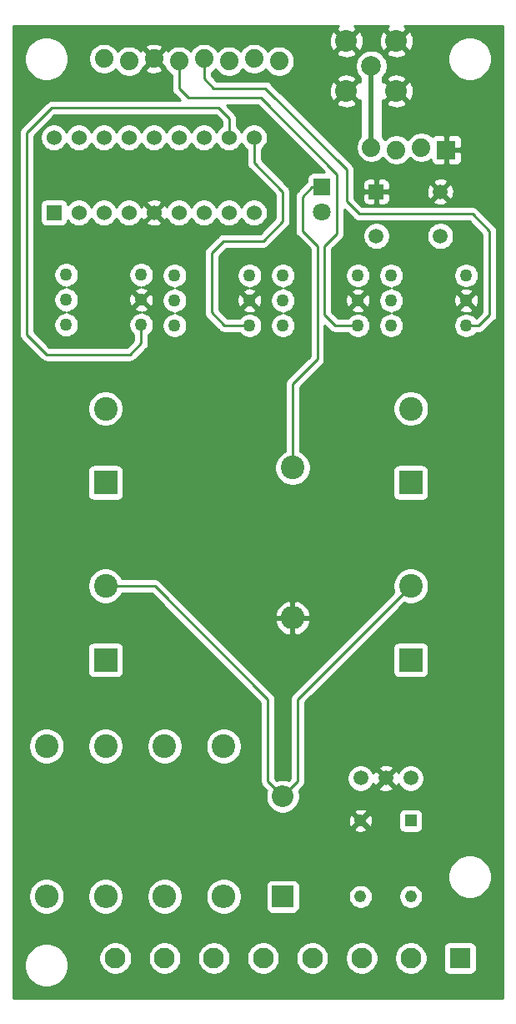
<source format=gbl>
G04 #@! TF.GenerationSoftware,KiCad,Pcbnew,(5.1.7)-1*
G04 #@! TF.CreationDate,2021-02-12T16:01:14-08:00*
G04 #@! TF.ProjectId,tx,74782e6b-6963-4616-945f-706362585858,rev?*
G04 #@! TF.SameCoordinates,Original*
G04 #@! TF.FileFunction,Copper,L2,Bot*
G04 #@! TF.FilePolarity,Positive*
%FSLAX46Y46*%
G04 Gerber Fmt 4.6, Leading zero omitted, Abs format (unit mm)*
G04 Created by KiCad (PCBNEW (5.1.7)-1) date 2021-02-12 16:01:14*
%MOMM*%
%LPD*%
G01*
G04 APERTURE LIST*
G04 #@! TA.AperFunction,ComponentPad*
%ADD10C,1.498600*%
G04 #@! TD*
G04 #@! TA.AperFunction,ComponentPad*
%ADD11R,2.100000X2.100000*%
G04 #@! TD*
G04 #@! TA.AperFunction,ComponentPad*
%ADD12C,2.100000*%
G04 #@! TD*
G04 #@! TA.AperFunction,ComponentPad*
%ADD13R,1.524000X1.524000*%
G04 #@! TD*
G04 #@! TA.AperFunction,ComponentPad*
%ADD14C,1.524000*%
G04 #@! TD*
G04 #@! TA.AperFunction,ComponentPad*
%ADD15C,1.270000*%
G04 #@! TD*
G04 #@! TA.AperFunction,ComponentPad*
%ADD16R,1.498600X1.498600*%
G04 #@! TD*
G04 #@! TA.AperFunction,ComponentPad*
%ADD17O,2.400000X2.400000*%
G04 #@! TD*
G04 #@! TA.AperFunction,ComponentPad*
%ADD18C,2.400000*%
G04 #@! TD*
G04 #@! TA.AperFunction,ComponentPad*
%ADD19C,1.879600*%
G04 #@! TD*
G04 #@! TA.AperFunction,ComponentPad*
%ADD20R,1.879600X1.879600*%
G04 #@! TD*
G04 #@! TA.AperFunction,ComponentPad*
%ADD21C,2.006600*%
G04 #@! TD*
G04 #@! TA.AperFunction,ComponentPad*
%ADD22C,2.209800*%
G04 #@! TD*
G04 #@! TA.AperFunction,ComponentPad*
%ADD23R,1.210000X1.210000*%
G04 #@! TD*
G04 #@! TA.AperFunction,ComponentPad*
%ADD24C,1.210000*%
G04 #@! TD*
G04 #@! TA.AperFunction,ComponentPad*
%ADD25O,2.200000X2.200000*%
G04 #@! TD*
G04 #@! TA.AperFunction,ComponentPad*
%ADD26R,2.200000X2.200000*%
G04 #@! TD*
G04 #@! TA.AperFunction,ComponentPad*
%ADD27C,1.800000*%
G04 #@! TD*
G04 #@! TA.AperFunction,ComponentPad*
%ADD28R,1.800000X1.800000*%
G04 #@! TD*
G04 #@! TA.AperFunction,ComponentPad*
%ADD29R,2.400000X2.400000*%
G04 #@! TD*
G04 #@! TA.AperFunction,ViaPad*
%ADD30C,0.600000*%
G04 #@! TD*
G04 #@! TA.AperFunction,Conductor*
%ADD31C,0.250000*%
G04 #@! TD*
G04 #@! TA.AperFunction,Conductor*
%ADD32C,0.500000*%
G04 #@! TD*
G04 #@! TA.AperFunction,Conductor*
%ADD33C,0.254000*%
G04 #@! TD*
G04 #@! TA.AperFunction,Conductor*
%ADD34C,0.150000*%
G04 #@! TD*
G04 APERTURE END LIST*
D10*
X158000000Y-124000000D03*
X155460000Y-124000000D03*
X152920000Y-124000000D03*
D11*
X163000000Y-142250000D03*
D12*
X158000000Y-142250000D03*
X153000000Y-142250000D03*
X148000000Y-142250000D03*
X143000000Y-142250000D03*
X138000000Y-142250000D03*
X133000000Y-142250000D03*
X128000000Y-142250000D03*
D13*
X121760000Y-66620000D03*
D14*
X124300000Y-66620000D03*
X126840000Y-66620000D03*
X129380000Y-66620000D03*
X131920000Y-66620000D03*
X134460000Y-66620000D03*
X137000000Y-66620000D03*
X139540000Y-66620000D03*
X142080000Y-66620000D03*
X142080000Y-59000000D03*
X139540000Y-59000000D03*
X137000000Y-59000000D03*
X134460000Y-59000000D03*
X131920000Y-59000000D03*
X129380000Y-59000000D03*
X126840000Y-59000000D03*
X124300000Y-59000000D03*
X121760000Y-59000000D03*
D15*
X145000000Y-73000000D03*
X145000000Y-75540000D03*
X145000000Y-78080000D03*
X152620000Y-78080000D03*
X152620000Y-75540000D03*
X152620000Y-73000000D03*
X156000000Y-73000000D03*
X156000000Y-75540000D03*
X156000000Y-78080000D03*
X163620000Y-78080000D03*
X163620000Y-75540000D03*
X163620000Y-73000000D03*
X123000000Y-72920000D03*
X123000000Y-75460000D03*
X123000000Y-78000000D03*
X130620000Y-78000000D03*
X130620000Y-75460000D03*
X130620000Y-72920000D03*
X134000000Y-73000000D03*
X134000000Y-75540000D03*
X134000000Y-78080000D03*
X141620000Y-78080000D03*
X141620000Y-75540000D03*
X141620000Y-73000000D03*
D16*
X154499999Y-64499999D03*
D10*
X154499999Y-69000000D03*
X161000001Y-69000000D03*
X161000001Y-64499999D03*
D17*
X139000000Y-136000000D03*
D18*
X139000000Y-120760000D03*
D17*
X133000000Y-136000000D03*
D18*
X133000000Y-120760000D03*
D17*
X127000000Y-136000000D03*
D18*
X127000000Y-120760000D03*
D17*
X121000000Y-136000000D03*
D18*
X121000000Y-120760000D03*
D17*
X146000000Y-107740000D03*
D18*
X146000000Y-92500000D03*
D19*
X154000000Y-60000000D03*
X159080000Y-60000000D03*
D20*
X161620000Y-60254000D03*
D19*
X156540000Y-60254000D03*
D21*
X154000000Y-51750000D03*
D22*
X151460000Y-49210000D03*
X151460000Y-54290000D03*
X156540000Y-54290000D03*
X156540000Y-49210000D03*
D19*
X126840000Y-51000000D03*
X129380000Y-51254000D03*
X131920000Y-51000000D03*
X134460000Y-51254000D03*
X137000000Y-51000000D03*
X139540000Y-51254000D03*
X142080000Y-51000000D03*
X144620000Y-51254000D03*
D23*
X158000000Y-128300000D03*
D24*
X152900000Y-128300000D03*
X152900000Y-136000000D03*
X158000000Y-136000000D03*
D25*
X145000000Y-125840000D03*
D26*
X145000000Y-136000000D03*
D27*
X149000000Y-66600000D03*
D28*
X149000000Y-64060000D03*
D18*
X158000000Y-104500000D03*
D29*
X158000000Y-112000000D03*
D18*
X158000000Y-86500000D03*
D29*
X158000000Y-94000000D03*
D18*
X127000000Y-104500000D03*
D29*
X127000000Y-112000000D03*
D18*
X127000000Y-86500000D03*
D29*
X127000000Y-94000000D03*
D30*
X148500000Y-48250000D03*
X148500000Y-49500000D03*
X148500000Y-50750000D03*
X148500000Y-52000000D03*
X148500000Y-53250000D03*
X148500000Y-54500000D03*
X148500000Y-55750000D03*
X149750000Y-56250000D03*
X151000000Y-56250000D03*
X152250000Y-56250000D03*
X155750000Y-56250000D03*
X157000000Y-56250000D03*
X158250000Y-56250000D03*
X159500000Y-48250000D03*
X159500000Y-49500000D03*
X159500000Y-50750000D03*
X159500000Y-52000000D03*
X159500000Y-53250000D03*
X159500000Y-54500000D03*
X159500000Y-55750000D03*
X152250000Y-57500000D03*
X155750000Y-57500000D03*
D31*
X132000000Y-104500000D02*
X127000000Y-104500000D01*
X145000000Y-125840000D02*
X143500000Y-124340000D01*
X143500000Y-124340000D02*
X143500000Y-116000000D01*
X143500000Y-116000000D02*
X132000000Y-104500000D01*
X145000000Y-125840000D02*
X146500000Y-124340000D01*
X146500000Y-116000000D02*
X146750000Y-115750000D01*
X146500000Y-124340000D02*
X146500000Y-116000000D01*
X146750000Y-115750000D02*
X158000000Y-104500000D01*
X149000000Y-64060000D02*
X147940000Y-64060000D01*
X146980000Y-65020000D02*
X146980000Y-68480000D01*
X147940000Y-64060000D02*
X146980000Y-65020000D01*
X146980000Y-67480000D02*
X146980000Y-68480000D01*
X148500000Y-70000000D02*
X148500000Y-81500000D01*
X146980000Y-68480000D02*
X148500000Y-70000000D01*
X146000000Y-84000000D02*
X146250000Y-83750000D01*
X146000000Y-92500000D02*
X146000000Y-84000000D01*
X148500000Y-81500000D02*
X146250000Y-83750000D01*
X134460000Y-54040000D02*
X134460000Y-51254000D01*
X135420000Y-55000000D02*
X134460000Y-54040000D01*
X152620000Y-78080000D02*
X150330000Y-78080000D01*
X150330000Y-78080000D02*
X149250000Y-77000000D01*
X149250000Y-77000000D02*
X149250000Y-70000000D01*
X149250000Y-70000000D02*
X150500000Y-68750000D01*
X142750000Y-55000000D02*
X135420000Y-55000000D01*
X150500000Y-62750000D02*
X150500000Y-63000000D01*
X142750000Y-55000000D02*
X150500000Y-62750000D01*
X150500000Y-68750000D02*
X150500000Y-63000000D01*
X137000000Y-53000000D02*
X137000000Y-51000000D01*
X138000000Y-54000000D02*
X137000000Y-53000000D01*
X152750000Y-66750000D02*
X151500000Y-65500000D01*
X164250000Y-66750000D02*
X152750000Y-66750000D01*
X166000000Y-68500000D02*
X164250000Y-66750000D01*
X166000000Y-77000000D02*
X166000000Y-68500000D01*
X164920000Y-78080000D02*
X166000000Y-77000000D01*
X163620000Y-78080000D02*
X164920000Y-78080000D01*
X151500000Y-62250000D02*
X143250000Y-54000000D01*
X151500000Y-62750000D02*
X151500000Y-62250000D01*
X143250000Y-54000000D02*
X138000000Y-54000000D01*
X151500000Y-65500000D02*
X151500000Y-62750000D01*
D32*
X154000000Y-51750000D02*
X154000000Y-60000000D01*
D31*
X139080000Y-78080000D02*
X141620000Y-78080000D01*
X137750000Y-76750000D02*
X139080000Y-78080000D01*
X143000000Y-69500000D02*
X139000000Y-69500000D01*
X145000000Y-67500000D02*
X143000000Y-69500000D01*
X139000000Y-69500000D02*
X137750000Y-70750000D01*
X145000000Y-64500000D02*
X145000000Y-67500000D01*
X137750000Y-70750000D02*
X137750000Y-76750000D01*
X142080000Y-61580000D02*
X145000000Y-64500000D01*
X142080000Y-59000000D02*
X142080000Y-61580000D01*
X119000000Y-58500000D02*
X121500000Y-56000000D01*
X119000000Y-79000000D02*
X119000000Y-58500000D01*
X121000000Y-81000000D02*
X119000000Y-79000000D01*
X129500000Y-81000000D02*
X121000000Y-81000000D01*
X130620000Y-79880000D02*
X129500000Y-81000000D01*
X130620000Y-78000000D02*
X130620000Y-79880000D01*
X139540000Y-57040000D02*
X138500000Y-56000000D01*
X121500000Y-56000000D02*
X138500000Y-56000000D01*
X139540000Y-57040000D02*
X139540000Y-59000000D01*
D33*
X150537824Y-47724668D02*
X150429401Y-47999796D01*
X151460000Y-49030395D01*
X152490599Y-47999796D01*
X152382176Y-47724668D01*
X152250806Y-47660000D01*
X155738810Y-47660000D01*
X155617824Y-47724668D01*
X155509401Y-47999796D01*
X156540000Y-49030395D01*
X157570599Y-47999796D01*
X157462176Y-47724668D01*
X157330806Y-47660000D01*
X167340001Y-47660000D01*
X167340000Y-146340000D01*
X117660000Y-146340000D01*
X117660000Y-142779872D01*
X118765000Y-142779872D01*
X118765000Y-143220128D01*
X118850890Y-143651925D01*
X119019369Y-144058669D01*
X119263962Y-144424729D01*
X119575271Y-144736038D01*
X119941331Y-144980631D01*
X120348075Y-145149110D01*
X120779872Y-145235000D01*
X121220128Y-145235000D01*
X121651925Y-145149110D01*
X122058669Y-144980631D01*
X122424729Y-144736038D01*
X122736038Y-144424729D01*
X122980631Y-144058669D01*
X123149110Y-143651925D01*
X123235000Y-143220128D01*
X123235000Y-142779872D01*
X123149110Y-142348075D01*
X123039744Y-142084042D01*
X126315000Y-142084042D01*
X126315000Y-142415958D01*
X126379754Y-142741496D01*
X126506772Y-143048147D01*
X126691175Y-143324125D01*
X126925875Y-143558825D01*
X127201853Y-143743228D01*
X127508504Y-143870246D01*
X127834042Y-143935000D01*
X128165958Y-143935000D01*
X128491496Y-143870246D01*
X128798147Y-143743228D01*
X129074125Y-143558825D01*
X129308825Y-143324125D01*
X129493228Y-143048147D01*
X129620246Y-142741496D01*
X129685000Y-142415958D01*
X129685000Y-142084042D01*
X131315000Y-142084042D01*
X131315000Y-142415958D01*
X131379754Y-142741496D01*
X131506772Y-143048147D01*
X131691175Y-143324125D01*
X131925875Y-143558825D01*
X132201853Y-143743228D01*
X132508504Y-143870246D01*
X132834042Y-143935000D01*
X133165958Y-143935000D01*
X133491496Y-143870246D01*
X133798147Y-143743228D01*
X134074125Y-143558825D01*
X134308825Y-143324125D01*
X134493228Y-143048147D01*
X134620246Y-142741496D01*
X134685000Y-142415958D01*
X134685000Y-142084042D01*
X136315000Y-142084042D01*
X136315000Y-142415958D01*
X136379754Y-142741496D01*
X136506772Y-143048147D01*
X136691175Y-143324125D01*
X136925875Y-143558825D01*
X137201853Y-143743228D01*
X137508504Y-143870246D01*
X137834042Y-143935000D01*
X138165958Y-143935000D01*
X138491496Y-143870246D01*
X138798147Y-143743228D01*
X139074125Y-143558825D01*
X139308825Y-143324125D01*
X139493228Y-143048147D01*
X139620246Y-142741496D01*
X139685000Y-142415958D01*
X139685000Y-142084042D01*
X141315000Y-142084042D01*
X141315000Y-142415958D01*
X141379754Y-142741496D01*
X141506772Y-143048147D01*
X141691175Y-143324125D01*
X141925875Y-143558825D01*
X142201853Y-143743228D01*
X142508504Y-143870246D01*
X142834042Y-143935000D01*
X143165958Y-143935000D01*
X143491496Y-143870246D01*
X143798147Y-143743228D01*
X144074125Y-143558825D01*
X144308825Y-143324125D01*
X144493228Y-143048147D01*
X144620246Y-142741496D01*
X144685000Y-142415958D01*
X144685000Y-142084042D01*
X146315000Y-142084042D01*
X146315000Y-142415958D01*
X146379754Y-142741496D01*
X146506772Y-143048147D01*
X146691175Y-143324125D01*
X146925875Y-143558825D01*
X147201853Y-143743228D01*
X147508504Y-143870246D01*
X147834042Y-143935000D01*
X148165958Y-143935000D01*
X148491496Y-143870246D01*
X148798147Y-143743228D01*
X149074125Y-143558825D01*
X149308825Y-143324125D01*
X149493228Y-143048147D01*
X149620246Y-142741496D01*
X149685000Y-142415958D01*
X149685000Y-142084042D01*
X151315000Y-142084042D01*
X151315000Y-142415958D01*
X151379754Y-142741496D01*
X151506772Y-143048147D01*
X151691175Y-143324125D01*
X151925875Y-143558825D01*
X152201853Y-143743228D01*
X152508504Y-143870246D01*
X152834042Y-143935000D01*
X153165958Y-143935000D01*
X153491496Y-143870246D01*
X153798147Y-143743228D01*
X154074125Y-143558825D01*
X154308825Y-143324125D01*
X154493228Y-143048147D01*
X154620246Y-142741496D01*
X154685000Y-142415958D01*
X154685000Y-142084042D01*
X156315000Y-142084042D01*
X156315000Y-142415958D01*
X156379754Y-142741496D01*
X156506772Y-143048147D01*
X156691175Y-143324125D01*
X156925875Y-143558825D01*
X157201853Y-143743228D01*
X157508504Y-143870246D01*
X157834042Y-143935000D01*
X158165958Y-143935000D01*
X158491496Y-143870246D01*
X158798147Y-143743228D01*
X159074125Y-143558825D01*
X159308825Y-143324125D01*
X159493228Y-143048147D01*
X159620246Y-142741496D01*
X159685000Y-142415958D01*
X159685000Y-142084042D01*
X159620246Y-141758504D01*
X159493228Y-141451853D01*
X159324945Y-141200000D01*
X161311928Y-141200000D01*
X161311928Y-143300000D01*
X161324188Y-143424482D01*
X161360498Y-143544180D01*
X161419463Y-143654494D01*
X161498815Y-143751185D01*
X161595506Y-143830537D01*
X161705820Y-143889502D01*
X161825518Y-143925812D01*
X161950000Y-143938072D01*
X164050000Y-143938072D01*
X164174482Y-143925812D01*
X164294180Y-143889502D01*
X164404494Y-143830537D01*
X164501185Y-143751185D01*
X164580537Y-143654494D01*
X164639502Y-143544180D01*
X164675812Y-143424482D01*
X164688072Y-143300000D01*
X164688072Y-141200000D01*
X164675812Y-141075518D01*
X164639502Y-140955820D01*
X164580537Y-140845506D01*
X164501185Y-140748815D01*
X164404494Y-140669463D01*
X164294180Y-140610498D01*
X164174482Y-140574188D01*
X164050000Y-140561928D01*
X161950000Y-140561928D01*
X161825518Y-140574188D01*
X161705820Y-140610498D01*
X161595506Y-140669463D01*
X161498815Y-140748815D01*
X161419463Y-140845506D01*
X161360498Y-140955820D01*
X161324188Y-141075518D01*
X161311928Y-141200000D01*
X159324945Y-141200000D01*
X159308825Y-141175875D01*
X159074125Y-140941175D01*
X158798147Y-140756772D01*
X158491496Y-140629754D01*
X158165958Y-140565000D01*
X157834042Y-140565000D01*
X157508504Y-140629754D01*
X157201853Y-140756772D01*
X156925875Y-140941175D01*
X156691175Y-141175875D01*
X156506772Y-141451853D01*
X156379754Y-141758504D01*
X156315000Y-142084042D01*
X154685000Y-142084042D01*
X154620246Y-141758504D01*
X154493228Y-141451853D01*
X154308825Y-141175875D01*
X154074125Y-140941175D01*
X153798147Y-140756772D01*
X153491496Y-140629754D01*
X153165958Y-140565000D01*
X152834042Y-140565000D01*
X152508504Y-140629754D01*
X152201853Y-140756772D01*
X151925875Y-140941175D01*
X151691175Y-141175875D01*
X151506772Y-141451853D01*
X151379754Y-141758504D01*
X151315000Y-142084042D01*
X149685000Y-142084042D01*
X149620246Y-141758504D01*
X149493228Y-141451853D01*
X149308825Y-141175875D01*
X149074125Y-140941175D01*
X148798147Y-140756772D01*
X148491496Y-140629754D01*
X148165958Y-140565000D01*
X147834042Y-140565000D01*
X147508504Y-140629754D01*
X147201853Y-140756772D01*
X146925875Y-140941175D01*
X146691175Y-141175875D01*
X146506772Y-141451853D01*
X146379754Y-141758504D01*
X146315000Y-142084042D01*
X144685000Y-142084042D01*
X144620246Y-141758504D01*
X144493228Y-141451853D01*
X144308825Y-141175875D01*
X144074125Y-140941175D01*
X143798147Y-140756772D01*
X143491496Y-140629754D01*
X143165958Y-140565000D01*
X142834042Y-140565000D01*
X142508504Y-140629754D01*
X142201853Y-140756772D01*
X141925875Y-140941175D01*
X141691175Y-141175875D01*
X141506772Y-141451853D01*
X141379754Y-141758504D01*
X141315000Y-142084042D01*
X139685000Y-142084042D01*
X139620246Y-141758504D01*
X139493228Y-141451853D01*
X139308825Y-141175875D01*
X139074125Y-140941175D01*
X138798147Y-140756772D01*
X138491496Y-140629754D01*
X138165958Y-140565000D01*
X137834042Y-140565000D01*
X137508504Y-140629754D01*
X137201853Y-140756772D01*
X136925875Y-140941175D01*
X136691175Y-141175875D01*
X136506772Y-141451853D01*
X136379754Y-141758504D01*
X136315000Y-142084042D01*
X134685000Y-142084042D01*
X134620246Y-141758504D01*
X134493228Y-141451853D01*
X134308825Y-141175875D01*
X134074125Y-140941175D01*
X133798147Y-140756772D01*
X133491496Y-140629754D01*
X133165958Y-140565000D01*
X132834042Y-140565000D01*
X132508504Y-140629754D01*
X132201853Y-140756772D01*
X131925875Y-140941175D01*
X131691175Y-141175875D01*
X131506772Y-141451853D01*
X131379754Y-141758504D01*
X131315000Y-142084042D01*
X129685000Y-142084042D01*
X129620246Y-141758504D01*
X129493228Y-141451853D01*
X129308825Y-141175875D01*
X129074125Y-140941175D01*
X128798147Y-140756772D01*
X128491496Y-140629754D01*
X128165958Y-140565000D01*
X127834042Y-140565000D01*
X127508504Y-140629754D01*
X127201853Y-140756772D01*
X126925875Y-140941175D01*
X126691175Y-141175875D01*
X126506772Y-141451853D01*
X126379754Y-141758504D01*
X126315000Y-142084042D01*
X123039744Y-142084042D01*
X122980631Y-141941331D01*
X122736038Y-141575271D01*
X122424729Y-141263962D01*
X122058669Y-141019369D01*
X121651925Y-140850890D01*
X121220128Y-140765000D01*
X120779872Y-140765000D01*
X120348075Y-140850890D01*
X119941331Y-141019369D01*
X119575271Y-141263962D01*
X119263962Y-141575271D01*
X119019369Y-141941331D01*
X118850890Y-142348075D01*
X118765000Y-142779872D01*
X117660000Y-142779872D01*
X117660000Y-135819268D01*
X119165000Y-135819268D01*
X119165000Y-136180732D01*
X119235518Y-136535250D01*
X119373844Y-136869199D01*
X119574662Y-137169744D01*
X119830256Y-137425338D01*
X120130801Y-137626156D01*
X120464750Y-137764482D01*
X120819268Y-137835000D01*
X121180732Y-137835000D01*
X121535250Y-137764482D01*
X121869199Y-137626156D01*
X122169744Y-137425338D01*
X122425338Y-137169744D01*
X122626156Y-136869199D01*
X122764482Y-136535250D01*
X122835000Y-136180732D01*
X122835000Y-135819268D01*
X125165000Y-135819268D01*
X125165000Y-136180732D01*
X125235518Y-136535250D01*
X125373844Y-136869199D01*
X125574662Y-137169744D01*
X125830256Y-137425338D01*
X126130801Y-137626156D01*
X126464750Y-137764482D01*
X126819268Y-137835000D01*
X127180732Y-137835000D01*
X127535250Y-137764482D01*
X127869199Y-137626156D01*
X128169744Y-137425338D01*
X128425338Y-137169744D01*
X128626156Y-136869199D01*
X128764482Y-136535250D01*
X128835000Y-136180732D01*
X128835000Y-135819268D01*
X131165000Y-135819268D01*
X131165000Y-136180732D01*
X131235518Y-136535250D01*
X131373844Y-136869199D01*
X131574662Y-137169744D01*
X131830256Y-137425338D01*
X132130801Y-137626156D01*
X132464750Y-137764482D01*
X132819268Y-137835000D01*
X133180732Y-137835000D01*
X133535250Y-137764482D01*
X133869199Y-137626156D01*
X134169744Y-137425338D01*
X134425338Y-137169744D01*
X134626156Y-136869199D01*
X134764482Y-136535250D01*
X134835000Y-136180732D01*
X134835000Y-135819268D01*
X137165000Y-135819268D01*
X137165000Y-136180732D01*
X137235518Y-136535250D01*
X137373844Y-136869199D01*
X137574662Y-137169744D01*
X137830256Y-137425338D01*
X138130801Y-137626156D01*
X138464750Y-137764482D01*
X138819268Y-137835000D01*
X139180732Y-137835000D01*
X139535250Y-137764482D01*
X139869199Y-137626156D01*
X140169744Y-137425338D01*
X140425338Y-137169744D01*
X140626156Y-136869199D01*
X140764482Y-136535250D01*
X140835000Y-136180732D01*
X140835000Y-135819268D01*
X140764482Y-135464750D01*
X140626156Y-135130801D01*
X140471940Y-134900000D01*
X143261928Y-134900000D01*
X143261928Y-137100000D01*
X143274188Y-137224482D01*
X143310498Y-137344180D01*
X143369463Y-137454494D01*
X143448815Y-137551185D01*
X143545506Y-137630537D01*
X143655820Y-137689502D01*
X143775518Y-137725812D01*
X143900000Y-137738072D01*
X146100000Y-137738072D01*
X146224482Y-137725812D01*
X146344180Y-137689502D01*
X146454494Y-137630537D01*
X146551185Y-137551185D01*
X146630537Y-137454494D01*
X146689502Y-137344180D01*
X146725812Y-137224482D01*
X146738072Y-137100000D01*
X146738072Y-135877871D01*
X151660000Y-135877871D01*
X151660000Y-136122129D01*
X151707652Y-136361695D01*
X151801126Y-136587360D01*
X151936829Y-136790454D01*
X152109546Y-136963171D01*
X152312640Y-137098874D01*
X152538305Y-137192348D01*
X152777871Y-137240000D01*
X153022129Y-137240000D01*
X153261695Y-137192348D01*
X153487360Y-137098874D01*
X153690454Y-136963171D01*
X153863171Y-136790454D01*
X153998874Y-136587360D01*
X154092348Y-136361695D01*
X154140000Y-136122129D01*
X154140000Y-135877871D01*
X156760000Y-135877871D01*
X156760000Y-136122129D01*
X156807652Y-136361695D01*
X156901126Y-136587360D01*
X157036829Y-136790454D01*
X157209546Y-136963171D01*
X157412640Y-137098874D01*
X157638305Y-137192348D01*
X157877871Y-137240000D01*
X158122129Y-137240000D01*
X158361695Y-137192348D01*
X158587360Y-137098874D01*
X158790454Y-136963171D01*
X158963171Y-136790454D01*
X159098874Y-136587360D01*
X159192348Y-136361695D01*
X159240000Y-136122129D01*
X159240000Y-135877871D01*
X159192348Y-135638305D01*
X159098874Y-135412640D01*
X158963171Y-135209546D01*
X158790454Y-135036829D01*
X158587360Y-134901126D01*
X158361695Y-134807652D01*
X158122129Y-134760000D01*
X157877871Y-134760000D01*
X157638305Y-134807652D01*
X157412640Y-134901126D01*
X157209546Y-135036829D01*
X157036829Y-135209546D01*
X156901126Y-135412640D01*
X156807652Y-135638305D01*
X156760000Y-135877871D01*
X154140000Y-135877871D01*
X154092348Y-135638305D01*
X153998874Y-135412640D01*
X153863171Y-135209546D01*
X153690454Y-135036829D01*
X153487360Y-134901126D01*
X153261695Y-134807652D01*
X153022129Y-134760000D01*
X152777871Y-134760000D01*
X152538305Y-134807652D01*
X152312640Y-134901126D01*
X152109546Y-135036829D01*
X151936829Y-135209546D01*
X151801126Y-135412640D01*
X151707652Y-135638305D01*
X151660000Y-135877871D01*
X146738072Y-135877871D01*
X146738072Y-134900000D01*
X146725812Y-134775518D01*
X146689502Y-134655820D01*
X146630537Y-134545506D01*
X146551185Y-134448815D01*
X146454494Y-134369463D01*
X146344180Y-134310498D01*
X146224482Y-134274188D01*
X146100000Y-134261928D01*
X143900000Y-134261928D01*
X143775518Y-134274188D01*
X143655820Y-134310498D01*
X143545506Y-134369463D01*
X143448815Y-134448815D01*
X143369463Y-134545506D01*
X143310498Y-134655820D01*
X143274188Y-134775518D01*
X143261928Y-134900000D01*
X140471940Y-134900000D01*
X140425338Y-134830256D01*
X140169744Y-134574662D01*
X139869199Y-134373844D01*
X139535250Y-134235518D01*
X139180732Y-134165000D01*
X138819268Y-134165000D01*
X138464750Y-134235518D01*
X138130801Y-134373844D01*
X137830256Y-134574662D01*
X137574662Y-134830256D01*
X137373844Y-135130801D01*
X137235518Y-135464750D01*
X137165000Y-135819268D01*
X134835000Y-135819268D01*
X134764482Y-135464750D01*
X134626156Y-135130801D01*
X134425338Y-134830256D01*
X134169744Y-134574662D01*
X133869199Y-134373844D01*
X133535250Y-134235518D01*
X133180732Y-134165000D01*
X132819268Y-134165000D01*
X132464750Y-134235518D01*
X132130801Y-134373844D01*
X131830256Y-134574662D01*
X131574662Y-134830256D01*
X131373844Y-135130801D01*
X131235518Y-135464750D01*
X131165000Y-135819268D01*
X128835000Y-135819268D01*
X128764482Y-135464750D01*
X128626156Y-135130801D01*
X128425338Y-134830256D01*
X128169744Y-134574662D01*
X127869199Y-134373844D01*
X127535250Y-134235518D01*
X127180732Y-134165000D01*
X126819268Y-134165000D01*
X126464750Y-134235518D01*
X126130801Y-134373844D01*
X125830256Y-134574662D01*
X125574662Y-134830256D01*
X125373844Y-135130801D01*
X125235518Y-135464750D01*
X125165000Y-135819268D01*
X122835000Y-135819268D01*
X122764482Y-135464750D01*
X122626156Y-135130801D01*
X122425338Y-134830256D01*
X122169744Y-134574662D01*
X121869199Y-134373844D01*
X121535250Y-134235518D01*
X121180732Y-134165000D01*
X120819268Y-134165000D01*
X120464750Y-134235518D01*
X120130801Y-134373844D01*
X119830256Y-134574662D01*
X119574662Y-134830256D01*
X119373844Y-135130801D01*
X119235518Y-135464750D01*
X119165000Y-135819268D01*
X117660000Y-135819268D01*
X117660000Y-133779872D01*
X161765000Y-133779872D01*
X161765000Y-134220128D01*
X161850890Y-134651925D01*
X162019369Y-135058669D01*
X162263962Y-135424729D01*
X162575271Y-135736038D01*
X162941331Y-135980631D01*
X163348075Y-136149110D01*
X163779872Y-136235000D01*
X164220128Y-136235000D01*
X164651925Y-136149110D01*
X165058669Y-135980631D01*
X165424729Y-135736038D01*
X165736038Y-135424729D01*
X165980631Y-135058669D01*
X166149110Y-134651925D01*
X166235000Y-134220128D01*
X166235000Y-133779872D01*
X166149110Y-133348075D01*
X165980631Y-132941331D01*
X165736038Y-132575271D01*
X165424729Y-132263962D01*
X165058669Y-132019369D01*
X164651925Y-131850890D01*
X164220128Y-131765000D01*
X163779872Y-131765000D01*
X163348075Y-131850890D01*
X162941331Y-132019369D01*
X162575271Y-132263962D01*
X162263962Y-132575271D01*
X162019369Y-132941331D01*
X161850890Y-133348075D01*
X161765000Y-133779872D01*
X117660000Y-133779872D01*
X117660000Y-129153341D01*
X152226264Y-129153341D01*
X152274179Y-129377434D01*
X152496401Y-129478823D01*
X152734133Y-129534910D01*
X152978239Y-129543541D01*
X153219339Y-129504383D01*
X153448166Y-129418941D01*
X153525821Y-129377434D01*
X153573736Y-129153341D01*
X152900000Y-128479605D01*
X152226264Y-129153341D01*
X117660000Y-129153341D01*
X117660000Y-128378239D01*
X151656459Y-128378239D01*
X151695617Y-128619339D01*
X151781059Y-128848166D01*
X151822566Y-128925821D01*
X152046659Y-128973736D01*
X152720395Y-128300000D01*
X153079605Y-128300000D01*
X153753341Y-128973736D01*
X153977434Y-128925821D01*
X154078823Y-128703599D01*
X154134910Y-128465867D01*
X154143541Y-128221761D01*
X154104383Y-127980661D01*
X154018941Y-127751834D01*
X153988563Y-127695000D01*
X156756928Y-127695000D01*
X156756928Y-128905000D01*
X156769188Y-129029482D01*
X156805498Y-129149180D01*
X156864463Y-129259494D01*
X156943815Y-129356185D01*
X157040506Y-129435537D01*
X157150820Y-129494502D01*
X157270518Y-129530812D01*
X157395000Y-129543072D01*
X158605000Y-129543072D01*
X158729482Y-129530812D01*
X158849180Y-129494502D01*
X158959494Y-129435537D01*
X159056185Y-129356185D01*
X159135537Y-129259494D01*
X159194502Y-129149180D01*
X159230812Y-129029482D01*
X159243072Y-128905000D01*
X159243072Y-127695000D01*
X159230812Y-127570518D01*
X159194502Y-127450820D01*
X159135537Y-127340506D01*
X159056185Y-127243815D01*
X158959494Y-127164463D01*
X158849180Y-127105498D01*
X158729482Y-127069188D01*
X158605000Y-127056928D01*
X157395000Y-127056928D01*
X157270518Y-127069188D01*
X157150820Y-127105498D01*
X157040506Y-127164463D01*
X156943815Y-127243815D01*
X156864463Y-127340506D01*
X156805498Y-127450820D01*
X156769188Y-127570518D01*
X156756928Y-127695000D01*
X153988563Y-127695000D01*
X153977434Y-127674179D01*
X153753341Y-127626264D01*
X153079605Y-128300000D01*
X152720395Y-128300000D01*
X152046659Y-127626264D01*
X151822566Y-127674179D01*
X151721177Y-127896401D01*
X151665090Y-128134133D01*
X151656459Y-128378239D01*
X117660000Y-128378239D01*
X117660000Y-120579268D01*
X119165000Y-120579268D01*
X119165000Y-120940732D01*
X119235518Y-121295250D01*
X119373844Y-121629199D01*
X119574662Y-121929744D01*
X119830256Y-122185338D01*
X120130801Y-122386156D01*
X120464750Y-122524482D01*
X120819268Y-122595000D01*
X121180732Y-122595000D01*
X121535250Y-122524482D01*
X121869199Y-122386156D01*
X122169744Y-122185338D01*
X122425338Y-121929744D01*
X122626156Y-121629199D01*
X122764482Y-121295250D01*
X122835000Y-120940732D01*
X122835000Y-120579268D01*
X125165000Y-120579268D01*
X125165000Y-120940732D01*
X125235518Y-121295250D01*
X125373844Y-121629199D01*
X125574662Y-121929744D01*
X125830256Y-122185338D01*
X126130801Y-122386156D01*
X126464750Y-122524482D01*
X126819268Y-122595000D01*
X127180732Y-122595000D01*
X127535250Y-122524482D01*
X127869199Y-122386156D01*
X128169744Y-122185338D01*
X128425338Y-121929744D01*
X128626156Y-121629199D01*
X128764482Y-121295250D01*
X128835000Y-120940732D01*
X128835000Y-120579268D01*
X131165000Y-120579268D01*
X131165000Y-120940732D01*
X131235518Y-121295250D01*
X131373844Y-121629199D01*
X131574662Y-121929744D01*
X131830256Y-122185338D01*
X132130801Y-122386156D01*
X132464750Y-122524482D01*
X132819268Y-122595000D01*
X133180732Y-122595000D01*
X133535250Y-122524482D01*
X133869199Y-122386156D01*
X134169744Y-122185338D01*
X134425338Y-121929744D01*
X134626156Y-121629199D01*
X134764482Y-121295250D01*
X134835000Y-120940732D01*
X134835000Y-120579268D01*
X137165000Y-120579268D01*
X137165000Y-120940732D01*
X137235518Y-121295250D01*
X137373844Y-121629199D01*
X137574662Y-121929744D01*
X137830256Y-122185338D01*
X138130801Y-122386156D01*
X138464750Y-122524482D01*
X138819268Y-122595000D01*
X139180732Y-122595000D01*
X139535250Y-122524482D01*
X139869199Y-122386156D01*
X140169744Y-122185338D01*
X140425338Y-121929744D01*
X140626156Y-121629199D01*
X140764482Y-121295250D01*
X140835000Y-120940732D01*
X140835000Y-120579268D01*
X140764482Y-120224750D01*
X140626156Y-119890801D01*
X140425338Y-119590256D01*
X140169744Y-119334662D01*
X139869199Y-119133844D01*
X139535250Y-118995518D01*
X139180732Y-118925000D01*
X138819268Y-118925000D01*
X138464750Y-118995518D01*
X138130801Y-119133844D01*
X137830256Y-119334662D01*
X137574662Y-119590256D01*
X137373844Y-119890801D01*
X137235518Y-120224750D01*
X137165000Y-120579268D01*
X134835000Y-120579268D01*
X134764482Y-120224750D01*
X134626156Y-119890801D01*
X134425338Y-119590256D01*
X134169744Y-119334662D01*
X133869199Y-119133844D01*
X133535250Y-118995518D01*
X133180732Y-118925000D01*
X132819268Y-118925000D01*
X132464750Y-118995518D01*
X132130801Y-119133844D01*
X131830256Y-119334662D01*
X131574662Y-119590256D01*
X131373844Y-119890801D01*
X131235518Y-120224750D01*
X131165000Y-120579268D01*
X128835000Y-120579268D01*
X128764482Y-120224750D01*
X128626156Y-119890801D01*
X128425338Y-119590256D01*
X128169744Y-119334662D01*
X127869199Y-119133844D01*
X127535250Y-118995518D01*
X127180732Y-118925000D01*
X126819268Y-118925000D01*
X126464750Y-118995518D01*
X126130801Y-119133844D01*
X125830256Y-119334662D01*
X125574662Y-119590256D01*
X125373844Y-119890801D01*
X125235518Y-120224750D01*
X125165000Y-120579268D01*
X122835000Y-120579268D01*
X122764482Y-120224750D01*
X122626156Y-119890801D01*
X122425338Y-119590256D01*
X122169744Y-119334662D01*
X121869199Y-119133844D01*
X121535250Y-118995518D01*
X121180732Y-118925000D01*
X120819268Y-118925000D01*
X120464750Y-118995518D01*
X120130801Y-119133844D01*
X119830256Y-119334662D01*
X119574662Y-119590256D01*
X119373844Y-119890801D01*
X119235518Y-120224750D01*
X119165000Y-120579268D01*
X117660000Y-120579268D01*
X117660000Y-110800000D01*
X125161928Y-110800000D01*
X125161928Y-113200000D01*
X125174188Y-113324482D01*
X125210498Y-113444180D01*
X125269463Y-113554494D01*
X125348815Y-113651185D01*
X125445506Y-113730537D01*
X125555820Y-113789502D01*
X125675518Y-113825812D01*
X125800000Y-113838072D01*
X128200000Y-113838072D01*
X128324482Y-113825812D01*
X128444180Y-113789502D01*
X128554494Y-113730537D01*
X128651185Y-113651185D01*
X128730537Y-113554494D01*
X128789502Y-113444180D01*
X128825812Y-113324482D01*
X128838072Y-113200000D01*
X128838072Y-110800000D01*
X128825812Y-110675518D01*
X128789502Y-110555820D01*
X128730537Y-110445506D01*
X128651185Y-110348815D01*
X128554494Y-110269463D01*
X128444180Y-110210498D01*
X128324482Y-110174188D01*
X128200000Y-110161928D01*
X125800000Y-110161928D01*
X125675518Y-110174188D01*
X125555820Y-110210498D01*
X125445506Y-110269463D01*
X125348815Y-110348815D01*
X125269463Y-110445506D01*
X125210498Y-110555820D01*
X125174188Y-110675518D01*
X125161928Y-110800000D01*
X117660000Y-110800000D01*
X117660000Y-104319268D01*
X125165000Y-104319268D01*
X125165000Y-104680732D01*
X125235518Y-105035250D01*
X125373844Y-105369199D01*
X125574662Y-105669744D01*
X125830256Y-105925338D01*
X126130801Y-106126156D01*
X126464750Y-106264482D01*
X126819268Y-106335000D01*
X127180732Y-106335000D01*
X127535250Y-106264482D01*
X127869199Y-106126156D01*
X128169744Y-105925338D01*
X128425338Y-105669744D01*
X128626156Y-105369199D01*
X128671388Y-105260000D01*
X131685199Y-105260000D01*
X142740001Y-116314803D01*
X142740000Y-124302678D01*
X142736324Y-124340000D01*
X142740000Y-124377322D01*
X142740000Y-124377332D01*
X142750997Y-124488985D01*
X142794454Y-124632246D01*
X142865026Y-124764276D01*
X142875377Y-124776888D01*
X142959999Y-124880001D01*
X142989003Y-124903804D01*
X143357286Y-125272088D01*
X143331675Y-125333919D01*
X143265000Y-125669117D01*
X143265000Y-126010883D01*
X143331675Y-126346081D01*
X143462463Y-126661831D01*
X143652337Y-126945998D01*
X143894002Y-127187663D01*
X144178169Y-127377537D01*
X144493919Y-127508325D01*
X144829117Y-127575000D01*
X145170883Y-127575000D01*
X145506081Y-127508325D01*
X145654955Y-127446659D01*
X152226264Y-127446659D01*
X152900000Y-128120395D01*
X153573736Y-127446659D01*
X153525821Y-127222566D01*
X153303599Y-127121177D01*
X153065867Y-127065090D01*
X152821761Y-127056459D01*
X152580661Y-127095617D01*
X152351834Y-127181059D01*
X152274179Y-127222566D01*
X152226264Y-127446659D01*
X145654955Y-127446659D01*
X145821831Y-127377537D01*
X146105998Y-127187663D01*
X146347663Y-126945998D01*
X146537537Y-126661831D01*
X146668325Y-126346081D01*
X146735000Y-126010883D01*
X146735000Y-125669117D01*
X146668325Y-125333919D01*
X146642714Y-125272088D01*
X147011004Y-124903798D01*
X147040001Y-124880001D01*
X147134974Y-124764276D01*
X147205546Y-124632247D01*
X147249003Y-124488986D01*
X147260000Y-124377333D01*
X147260000Y-124377324D01*
X147263676Y-124340001D01*
X147260000Y-124302678D01*
X147260000Y-123863658D01*
X151535700Y-123863658D01*
X151535700Y-124136342D01*
X151588898Y-124403785D01*
X151693249Y-124655712D01*
X151844744Y-124882440D01*
X152037560Y-125075256D01*
X152264288Y-125226751D01*
X152516215Y-125331102D01*
X152783658Y-125384300D01*
X153056342Y-125384300D01*
X153323785Y-125331102D01*
X153575712Y-125226751D01*
X153802440Y-125075256D01*
X153921203Y-124956493D01*
X154683112Y-124956493D01*
X154748552Y-125195290D01*
X154995412Y-125311120D01*
X155260126Y-125376564D01*
X155532521Y-125389107D01*
X155802129Y-125348268D01*
X156058589Y-125255615D01*
X156171448Y-125195290D01*
X156236888Y-124956493D01*
X155460000Y-124179605D01*
X154683112Y-124956493D01*
X153921203Y-124956493D01*
X153995256Y-124882440D01*
X154146751Y-124655712D01*
X154188558Y-124554780D01*
X154204385Y-124598589D01*
X154264710Y-124711448D01*
X154503507Y-124776888D01*
X155280395Y-124000000D01*
X155639605Y-124000000D01*
X156416493Y-124776888D01*
X156655290Y-124711448D01*
X156730203Y-124551790D01*
X156773249Y-124655712D01*
X156924744Y-124882440D01*
X157117560Y-125075256D01*
X157344288Y-125226751D01*
X157596215Y-125331102D01*
X157863658Y-125384300D01*
X158136342Y-125384300D01*
X158403785Y-125331102D01*
X158655712Y-125226751D01*
X158882440Y-125075256D01*
X159075256Y-124882440D01*
X159226751Y-124655712D01*
X159331102Y-124403785D01*
X159384300Y-124136342D01*
X159384300Y-123863658D01*
X159331102Y-123596215D01*
X159226751Y-123344288D01*
X159075256Y-123117560D01*
X158882440Y-122924744D01*
X158655712Y-122773249D01*
X158403785Y-122668898D01*
X158136342Y-122615700D01*
X157863658Y-122615700D01*
X157596215Y-122668898D01*
X157344288Y-122773249D01*
X157117560Y-122924744D01*
X156924744Y-123117560D01*
X156773249Y-123344288D01*
X156731442Y-123445220D01*
X156715615Y-123401411D01*
X156655290Y-123288552D01*
X156416493Y-123223112D01*
X155639605Y-124000000D01*
X155280395Y-124000000D01*
X154503507Y-123223112D01*
X154264710Y-123288552D01*
X154189797Y-123448210D01*
X154146751Y-123344288D01*
X153995256Y-123117560D01*
X153921203Y-123043507D01*
X154683112Y-123043507D01*
X155460000Y-123820395D01*
X156236888Y-123043507D01*
X156171448Y-122804710D01*
X155924588Y-122688880D01*
X155659874Y-122623436D01*
X155387479Y-122610893D01*
X155117871Y-122651732D01*
X154861411Y-122744385D01*
X154748552Y-122804710D01*
X154683112Y-123043507D01*
X153921203Y-123043507D01*
X153802440Y-122924744D01*
X153575712Y-122773249D01*
X153323785Y-122668898D01*
X153056342Y-122615700D01*
X152783658Y-122615700D01*
X152516215Y-122668898D01*
X152264288Y-122773249D01*
X152037560Y-122924744D01*
X151844744Y-123117560D01*
X151693249Y-123344288D01*
X151588898Y-123596215D01*
X151535700Y-123863658D01*
X147260000Y-123863658D01*
X147260000Y-116314802D01*
X147313799Y-116261003D01*
X147313804Y-116260997D01*
X152774801Y-110800000D01*
X156161928Y-110800000D01*
X156161928Y-113200000D01*
X156174188Y-113324482D01*
X156210498Y-113444180D01*
X156269463Y-113554494D01*
X156348815Y-113651185D01*
X156445506Y-113730537D01*
X156555820Y-113789502D01*
X156675518Y-113825812D01*
X156800000Y-113838072D01*
X159200000Y-113838072D01*
X159324482Y-113825812D01*
X159444180Y-113789502D01*
X159554494Y-113730537D01*
X159651185Y-113651185D01*
X159730537Y-113554494D01*
X159789502Y-113444180D01*
X159825812Y-113324482D01*
X159838072Y-113200000D01*
X159838072Y-110800000D01*
X159825812Y-110675518D01*
X159789502Y-110555820D01*
X159730537Y-110445506D01*
X159651185Y-110348815D01*
X159554494Y-110269463D01*
X159444180Y-110210498D01*
X159324482Y-110174188D01*
X159200000Y-110161928D01*
X156800000Y-110161928D01*
X156675518Y-110174188D01*
X156555820Y-110210498D01*
X156445506Y-110269463D01*
X156348815Y-110348815D01*
X156269463Y-110445506D01*
X156210498Y-110555820D01*
X156174188Y-110675518D01*
X156161928Y-110800000D01*
X152774801Y-110800000D01*
X157355551Y-106219251D01*
X157464750Y-106264482D01*
X157819268Y-106335000D01*
X158180732Y-106335000D01*
X158535250Y-106264482D01*
X158869199Y-106126156D01*
X159169744Y-105925338D01*
X159425338Y-105669744D01*
X159626156Y-105369199D01*
X159764482Y-105035250D01*
X159835000Y-104680732D01*
X159835000Y-104319268D01*
X159764482Y-103964750D01*
X159626156Y-103630801D01*
X159425338Y-103330256D01*
X159169744Y-103074662D01*
X158869199Y-102873844D01*
X158535250Y-102735518D01*
X158180732Y-102665000D01*
X157819268Y-102665000D01*
X157464750Y-102735518D01*
X157130801Y-102873844D01*
X156830256Y-103074662D01*
X156574662Y-103330256D01*
X156373844Y-103630801D01*
X156235518Y-103964750D01*
X156165000Y-104319268D01*
X156165000Y-104680732D01*
X156235518Y-105035250D01*
X156280749Y-105144449D01*
X146239003Y-115186196D01*
X146238997Y-115186201D01*
X145988997Y-115436202D01*
X145960000Y-115459999D01*
X145936202Y-115488997D01*
X145936201Y-115488998D01*
X145865026Y-115575724D01*
X145794454Y-115707754D01*
X145750998Y-115851015D01*
X145736324Y-116000000D01*
X145740001Y-116037332D01*
X145740000Y-124025198D01*
X145567912Y-124197286D01*
X145506081Y-124171675D01*
X145170883Y-124105000D01*
X144829117Y-124105000D01*
X144493919Y-124171675D01*
X144432088Y-124197286D01*
X144260000Y-124025199D01*
X144260000Y-116037323D01*
X144263676Y-116000000D01*
X144260000Y-115962677D01*
X144260000Y-115962667D01*
X144249003Y-115851014D01*
X144205546Y-115707753D01*
X144148493Y-115601015D01*
X144134974Y-115575723D01*
X144063799Y-115488997D01*
X144040001Y-115459999D01*
X144011003Y-115436201D01*
X136726608Y-108151806D01*
X144211801Y-108151806D01*
X144326500Y-108492754D01*
X144505511Y-108804774D01*
X144741954Y-109075875D01*
X145026743Y-109295639D01*
X145348934Y-109455621D01*
X145588195Y-109528195D01*
X145873000Y-109411432D01*
X145873000Y-107867000D01*
X146127000Y-107867000D01*
X146127000Y-109411432D01*
X146411805Y-109528195D01*
X146651066Y-109455621D01*
X146973257Y-109295639D01*
X147258046Y-109075875D01*
X147494489Y-108804774D01*
X147673500Y-108492754D01*
X147788199Y-108151806D01*
X147671854Y-107867000D01*
X146127000Y-107867000D01*
X145873000Y-107867000D01*
X144328146Y-107867000D01*
X144211801Y-108151806D01*
X136726608Y-108151806D01*
X135902996Y-107328194D01*
X144211801Y-107328194D01*
X144328146Y-107613000D01*
X145873000Y-107613000D01*
X145873000Y-106068568D01*
X146127000Y-106068568D01*
X146127000Y-107613000D01*
X147671854Y-107613000D01*
X147788199Y-107328194D01*
X147673500Y-106987246D01*
X147494489Y-106675226D01*
X147258046Y-106404125D01*
X146973257Y-106184361D01*
X146651066Y-106024379D01*
X146411805Y-105951805D01*
X146127000Y-106068568D01*
X145873000Y-106068568D01*
X145588195Y-105951805D01*
X145348934Y-106024379D01*
X145026743Y-106184361D01*
X144741954Y-106404125D01*
X144505511Y-106675226D01*
X144326500Y-106987246D01*
X144211801Y-107328194D01*
X135902996Y-107328194D01*
X132563804Y-103989003D01*
X132540001Y-103959999D01*
X132424276Y-103865026D01*
X132292247Y-103794454D01*
X132148986Y-103750997D01*
X132037333Y-103740000D01*
X132037322Y-103740000D01*
X132000000Y-103736324D01*
X131962678Y-103740000D01*
X128671388Y-103740000D01*
X128626156Y-103630801D01*
X128425338Y-103330256D01*
X128169744Y-103074662D01*
X127869199Y-102873844D01*
X127535250Y-102735518D01*
X127180732Y-102665000D01*
X126819268Y-102665000D01*
X126464750Y-102735518D01*
X126130801Y-102873844D01*
X125830256Y-103074662D01*
X125574662Y-103330256D01*
X125373844Y-103630801D01*
X125235518Y-103964750D01*
X125165000Y-104319268D01*
X117660000Y-104319268D01*
X117660000Y-92800000D01*
X125161928Y-92800000D01*
X125161928Y-95200000D01*
X125174188Y-95324482D01*
X125210498Y-95444180D01*
X125269463Y-95554494D01*
X125348815Y-95651185D01*
X125445506Y-95730537D01*
X125555820Y-95789502D01*
X125675518Y-95825812D01*
X125800000Y-95838072D01*
X128200000Y-95838072D01*
X128324482Y-95825812D01*
X128444180Y-95789502D01*
X128554494Y-95730537D01*
X128651185Y-95651185D01*
X128730537Y-95554494D01*
X128789502Y-95444180D01*
X128825812Y-95324482D01*
X128838072Y-95200000D01*
X128838072Y-92800000D01*
X128825812Y-92675518D01*
X128789502Y-92555820D01*
X128730537Y-92445506D01*
X128651185Y-92348815D01*
X128554494Y-92269463D01*
X128444180Y-92210498D01*
X128324482Y-92174188D01*
X128200000Y-92161928D01*
X125800000Y-92161928D01*
X125675518Y-92174188D01*
X125555820Y-92210498D01*
X125445506Y-92269463D01*
X125348815Y-92348815D01*
X125269463Y-92445506D01*
X125210498Y-92555820D01*
X125174188Y-92675518D01*
X125161928Y-92800000D01*
X117660000Y-92800000D01*
X117660000Y-86319268D01*
X125165000Y-86319268D01*
X125165000Y-86680732D01*
X125235518Y-87035250D01*
X125373844Y-87369199D01*
X125574662Y-87669744D01*
X125830256Y-87925338D01*
X126130801Y-88126156D01*
X126464750Y-88264482D01*
X126819268Y-88335000D01*
X127180732Y-88335000D01*
X127535250Y-88264482D01*
X127869199Y-88126156D01*
X128169744Y-87925338D01*
X128425338Y-87669744D01*
X128626156Y-87369199D01*
X128764482Y-87035250D01*
X128835000Y-86680732D01*
X128835000Y-86319268D01*
X128764482Y-85964750D01*
X128626156Y-85630801D01*
X128425338Y-85330256D01*
X128169744Y-85074662D01*
X127869199Y-84873844D01*
X127535250Y-84735518D01*
X127180732Y-84665000D01*
X126819268Y-84665000D01*
X126464750Y-84735518D01*
X126130801Y-84873844D01*
X125830256Y-85074662D01*
X125574662Y-85330256D01*
X125373844Y-85630801D01*
X125235518Y-85964750D01*
X125165000Y-86319268D01*
X117660000Y-86319268D01*
X117660000Y-58500000D01*
X118236324Y-58500000D01*
X118240001Y-58537333D01*
X118240000Y-78962678D01*
X118236324Y-79000000D01*
X118240000Y-79037322D01*
X118240000Y-79037332D01*
X118250997Y-79148985D01*
X118280131Y-79245027D01*
X118294454Y-79292246D01*
X118365026Y-79424276D01*
X118390836Y-79455725D01*
X118459999Y-79540001D01*
X118489003Y-79563804D01*
X120436201Y-81511003D01*
X120459999Y-81540001D01*
X120488997Y-81563799D01*
X120575723Y-81634974D01*
X120707753Y-81705546D01*
X120851014Y-81749003D01*
X120962667Y-81760000D01*
X120962676Y-81760000D01*
X120999999Y-81763676D01*
X121037322Y-81760000D01*
X129462678Y-81760000D01*
X129500000Y-81763676D01*
X129537322Y-81760000D01*
X129537333Y-81760000D01*
X129648986Y-81749003D01*
X129792247Y-81705546D01*
X129924276Y-81634974D01*
X130040001Y-81540001D01*
X130063804Y-81510998D01*
X131131003Y-80443799D01*
X131160001Y-80420001D01*
X131254974Y-80304276D01*
X131325546Y-80172247D01*
X131369003Y-80028986D01*
X131380000Y-79917333D01*
X131380000Y-79917324D01*
X131383676Y-79880001D01*
X131380000Y-79842678D01*
X131380000Y-79019600D01*
X131429578Y-78986473D01*
X131606473Y-78809578D01*
X131745459Y-78601571D01*
X131841195Y-78370445D01*
X131890000Y-78125084D01*
X131890000Y-77874916D01*
X131841195Y-77629555D01*
X131745459Y-77398429D01*
X131606473Y-77190422D01*
X131429578Y-77013527D01*
X131221571Y-76874541D01*
X130990445Y-76778805D01*
X130745084Y-76730000D01*
X130720922Y-76730000D01*
X130944078Y-76694310D01*
X131178653Y-76607369D01*
X131263631Y-76561946D01*
X131315195Y-76334800D01*
X130620000Y-75639605D01*
X129924805Y-76334800D01*
X129976369Y-76561946D01*
X130203716Y-76666339D01*
X130447059Y-76724373D01*
X130595994Y-76730000D01*
X130494916Y-76730000D01*
X130249555Y-76778805D01*
X130018429Y-76874541D01*
X129810422Y-77013527D01*
X129633527Y-77190422D01*
X129494541Y-77398429D01*
X129398805Y-77629555D01*
X129350000Y-77874916D01*
X129350000Y-78125084D01*
X129398805Y-78370445D01*
X129494541Y-78601571D01*
X129633527Y-78809578D01*
X129810422Y-78986473D01*
X129860001Y-79019600D01*
X129860001Y-79565197D01*
X129185199Y-80240000D01*
X121314802Y-80240000D01*
X119760000Y-78685199D01*
X119760000Y-72794916D01*
X121730000Y-72794916D01*
X121730000Y-73045084D01*
X121778805Y-73290445D01*
X121874541Y-73521571D01*
X122013527Y-73729578D01*
X122190422Y-73906473D01*
X122398429Y-74045459D01*
X122629555Y-74141195D01*
X122874916Y-74190000D01*
X122629555Y-74238805D01*
X122398429Y-74334541D01*
X122190422Y-74473527D01*
X122013527Y-74650422D01*
X121874541Y-74858429D01*
X121778805Y-75089555D01*
X121730000Y-75334916D01*
X121730000Y-75585084D01*
X121778805Y-75830445D01*
X121874541Y-76061571D01*
X122013527Y-76269578D01*
X122190422Y-76446473D01*
X122398429Y-76585459D01*
X122629555Y-76681195D01*
X122874916Y-76730000D01*
X122629555Y-76778805D01*
X122398429Y-76874541D01*
X122190422Y-77013527D01*
X122013527Y-77190422D01*
X121874541Y-77398429D01*
X121778805Y-77629555D01*
X121730000Y-77874916D01*
X121730000Y-78125084D01*
X121778805Y-78370445D01*
X121874541Y-78601571D01*
X122013527Y-78809578D01*
X122190422Y-78986473D01*
X122398429Y-79125459D01*
X122629555Y-79221195D01*
X122874916Y-79270000D01*
X123125084Y-79270000D01*
X123370445Y-79221195D01*
X123601571Y-79125459D01*
X123809578Y-78986473D01*
X123986473Y-78809578D01*
X124125459Y-78601571D01*
X124221195Y-78370445D01*
X124270000Y-78125084D01*
X124270000Y-77874916D01*
X124221195Y-77629555D01*
X124125459Y-77398429D01*
X123986473Y-77190422D01*
X123809578Y-77013527D01*
X123601571Y-76874541D01*
X123370445Y-76778805D01*
X123125084Y-76730000D01*
X123370445Y-76681195D01*
X123601571Y-76585459D01*
X123809578Y-76446473D01*
X123986473Y-76269578D01*
X124125459Y-76061571D01*
X124221195Y-75830445D01*
X124270000Y-75585084D01*
X124270000Y-75537049D01*
X129346182Y-75537049D01*
X129385690Y-75784078D01*
X129472631Y-76018653D01*
X129518054Y-76103631D01*
X129745200Y-76155195D01*
X130440395Y-75460000D01*
X130799605Y-75460000D01*
X131494800Y-76155195D01*
X131721946Y-76103631D01*
X131826339Y-75876284D01*
X131884373Y-75632941D01*
X131893818Y-75382951D01*
X131854310Y-75135922D01*
X131767369Y-74901347D01*
X131721946Y-74816369D01*
X131494800Y-74764805D01*
X130799605Y-75460000D01*
X130440395Y-75460000D01*
X129745200Y-74764805D01*
X129518054Y-74816369D01*
X129413661Y-75043716D01*
X129355627Y-75287059D01*
X129346182Y-75537049D01*
X124270000Y-75537049D01*
X124270000Y-75334916D01*
X124221195Y-75089555D01*
X124125459Y-74858429D01*
X123986473Y-74650422D01*
X123809578Y-74473527D01*
X123601571Y-74334541D01*
X123370445Y-74238805D01*
X123125084Y-74190000D01*
X123370445Y-74141195D01*
X123601571Y-74045459D01*
X123809578Y-73906473D01*
X123986473Y-73729578D01*
X124125459Y-73521571D01*
X124221195Y-73290445D01*
X124270000Y-73045084D01*
X124270000Y-72794916D01*
X129350000Y-72794916D01*
X129350000Y-73045084D01*
X129398805Y-73290445D01*
X129494541Y-73521571D01*
X129633527Y-73729578D01*
X129810422Y-73906473D01*
X130018429Y-74045459D01*
X130249555Y-74141195D01*
X130494916Y-74190000D01*
X130519078Y-74190000D01*
X130295922Y-74225690D01*
X130061347Y-74312631D01*
X129976369Y-74358054D01*
X129924805Y-74585200D01*
X130620000Y-75280395D01*
X131315195Y-74585200D01*
X131263631Y-74358054D01*
X131036284Y-74253661D01*
X130792941Y-74195627D01*
X130644006Y-74190000D01*
X130745084Y-74190000D01*
X130990445Y-74141195D01*
X131221571Y-74045459D01*
X131429578Y-73906473D01*
X131606473Y-73729578D01*
X131745459Y-73521571D01*
X131841195Y-73290445D01*
X131890000Y-73045084D01*
X131890000Y-72874916D01*
X132730000Y-72874916D01*
X132730000Y-73125084D01*
X132778805Y-73370445D01*
X132874541Y-73601571D01*
X133013527Y-73809578D01*
X133190422Y-73986473D01*
X133398429Y-74125459D01*
X133629555Y-74221195D01*
X133874916Y-74270000D01*
X133629555Y-74318805D01*
X133398429Y-74414541D01*
X133190422Y-74553527D01*
X133013527Y-74730422D01*
X132874541Y-74938429D01*
X132778805Y-75169555D01*
X132730000Y-75414916D01*
X132730000Y-75665084D01*
X132778805Y-75910445D01*
X132874541Y-76141571D01*
X133013527Y-76349578D01*
X133190422Y-76526473D01*
X133398429Y-76665459D01*
X133629555Y-76761195D01*
X133874916Y-76810000D01*
X133629555Y-76858805D01*
X133398429Y-76954541D01*
X133190422Y-77093527D01*
X133013527Y-77270422D01*
X132874541Y-77478429D01*
X132778805Y-77709555D01*
X132730000Y-77954916D01*
X132730000Y-78205084D01*
X132778805Y-78450445D01*
X132874541Y-78681571D01*
X133013527Y-78889578D01*
X133190422Y-79066473D01*
X133398429Y-79205459D01*
X133629555Y-79301195D01*
X133874916Y-79350000D01*
X134125084Y-79350000D01*
X134370445Y-79301195D01*
X134601571Y-79205459D01*
X134809578Y-79066473D01*
X134986473Y-78889578D01*
X135125459Y-78681571D01*
X135221195Y-78450445D01*
X135270000Y-78205084D01*
X135270000Y-77954916D01*
X135221195Y-77709555D01*
X135125459Y-77478429D01*
X134986473Y-77270422D01*
X134809578Y-77093527D01*
X134601571Y-76954541D01*
X134370445Y-76858805D01*
X134125084Y-76810000D01*
X134370445Y-76761195D01*
X134601571Y-76665459D01*
X134809578Y-76526473D01*
X134986473Y-76349578D01*
X135125459Y-76141571D01*
X135221195Y-75910445D01*
X135270000Y-75665084D01*
X135270000Y-75414916D01*
X135221195Y-75169555D01*
X135125459Y-74938429D01*
X134986473Y-74730422D01*
X134809578Y-74553527D01*
X134601571Y-74414541D01*
X134370445Y-74318805D01*
X134125084Y-74270000D01*
X134370445Y-74221195D01*
X134601571Y-74125459D01*
X134809578Y-73986473D01*
X134986473Y-73809578D01*
X135125459Y-73601571D01*
X135221195Y-73370445D01*
X135270000Y-73125084D01*
X135270000Y-72874916D01*
X135221195Y-72629555D01*
X135125459Y-72398429D01*
X134986473Y-72190422D01*
X134809578Y-72013527D01*
X134601571Y-71874541D01*
X134370445Y-71778805D01*
X134125084Y-71730000D01*
X133874916Y-71730000D01*
X133629555Y-71778805D01*
X133398429Y-71874541D01*
X133190422Y-72013527D01*
X133013527Y-72190422D01*
X132874541Y-72398429D01*
X132778805Y-72629555D01*
X132730000Y-72874916D01*
X131890000Y-72874916D01*
X131890000Y-72794916D01*
X131841195Y-72549555D01*
X131745459Y-72318429D01*
X131606473Y-72110422D01*
X131429578Y-71933527D01*
X131221571Y-71794541D01*
X130990445Y-71698805D01*
X130745084Y-71650000D01*
X130494916Y-71650000D01*
X130249555Y-71698805D01*
X130018429Y-71794541D01*
X129810422Y-71933527D01*
X129633527Y-72110422D01*
X129494541Y-72318429D01*
X129398805Y-72549555D01*
X129350000Y-72794916D01*
X124270000Y-72794916D01*
X124221195Y-72549555D01*
X124125459Y-72318429D01*
X123986473Y-72110422D01*
X123809578Y-71933527D01*
X123601571Y-71794541D01*
X123370445Y-71698805D01*
X123125084Y-71650000D01*
X122874916Y-71650000D01*
X122629555Y-71698805D01*
X122398429Y-71794541D01*
X122190422Y-71933527D01*
X122013527Y-72110422D01*
X121874541Y-72318429D01*
X121778805Y-72549555D01*
X121730000Y-72794916D01*
X119760000Y-72794916D01*
X119760000Y-65858000D01*
X120359928Y-65858000D01*
X120359928Y-67382000D01*
X120372188Y-67506482D01*
X120408498Y-67626180D01*
X120467463Y-67736494D01*
X120546815Y-67833185D01*
X120643506Y-67912537D01*
X120753820Y-67971502D01*
X120873518Y-68007812D01*
X120998000Y-68020072D01*
X122522000Y-68020072D01*
X122646482Y-68007812D01*
X122766180Y-67971502D01*
X122876494Y-67912537D01*
X122973185Y-67833185D01*
X123052537Y-67736494D01*
X123111502Y-67626180D01*
X123147812Y-67506482D01*
X123156080Y-67422535D01*
X123214880Y-67510535D01*
X123409465Y-67705120D01*
X123638273Y-67858005D01*
X123892510Y-67963314D01*
X124162408Y-68017000D01*
X124437592Y-68017000D01*
X124707490Y-67963314D01*
X124961727Y-67858005D01*
X125190535Y-67705120D01*
X125385120Y-67510535D01*
X125538005Y-67281727D01*
X125570000Y-67204485D01*
X125601995Y-67281727D01*
X125754880Y-67510535D01*
X125949465Y-67705120D01*
X126178273Y-67858005D01*
X126432510Y-67963314D01*
X126702408Y-68017000D01*
X126977592Y-68017000D01*
X127247490Y-67963314D01*
X127501727Y-67858005D01*
X127730535Y-67705120D01*
X127925120Y-67510535D01*
X128078005Y-67281727D01*
X128110000Y-67204485D01*
X128141995Y-67281727D01*
X128294880Y-67510535D01*
X128489465Y-67705120D01*
X128718273Y-67858005D01*
X128972510Y-67963314D01*
X129242408Y-68017000D01*
X129517592Y-68017000D01*
X129787490Y-67963314D01*
X130041727Y-67858005D01*
X130270535Y-67705120D01*
X130390090Y-67585565D01*
X131134040Y-67585565D01*
X131201020Y-67825656D01*
X131450048Y-67942756D01*
X131717135Y-68009023D01*
X131992017Y-68021910D01*
X132264133Y-67980922D01*
X132523023Y-67887636D01*
X132638980Y-67825656D01*
X132705960Y-67585565D01*
X131920000Y-66799605D01*
X131134040Y-67585565D01*
X130390090Y-67585565D01*
X130465120Y-67510535D01*
X130618005Y-67281727D01*
X130647692Y-67210057D01*
X130652364Y-67223023D01*
X130714344Y-67338980D01*
X130954435Y-67405960D01*
X131740395Y-66620000D01*
X132099605Y-66620000D01*
X132885565Y-67405960D01*
X133125656Y-67338980D01*
X133189485Y-67203240D01*
X133221995Y-67281727D01*
X133374880Y-67510535D01*
X133569465Y-67705120D01*
X133798273Y-67858005D01*
X134052510Y-67963314D01*
X134322408Y-68017000D01*
X134597592Y-68017000D01*
X134867490Y-67963314D01*
X135121727Y-67858005D01*
X135350535Y-67705120D01*
X135545120Y-67510535D01*
X135698005Y-67281727D01*
X135730000Y-67204485D01*
X135761995Y-67281727D01*
X135914880Y-67510535D01*
X136109465Y-67705120D01*
X136338273Y-67858005D01*
X136592510Y-67963314D01*
X136862408Y-68017000D01*
X137137592Y-68017000D01*
X137407490Y-67963314D01*
X137661727Y-67858005D01*
X137890535Y-67705120D01*
X138085120Y-67510535D01*
X138238005Y-67281727D01*
X138270000Y-67204485D01*
X138301995Y-67281727D01*
X138454880Y-67510535D01*
X138649465Y-67705120D01*
X138878273Y-67858005D01*
X139132510Y-67963314D01*
X139402408Y-68017000D01*
X139677592Y-68017000D01*
X139947490Y-67963314D01*
X140201727Y-67858005D01*
X140430535Y-67705120D01*
X140625120Y-67510535D01*
X140778005Y-67281727D01*
X140810000Y-67204485D01*
X140841995Y-67281727D01*
X140994880Y-67510535D01*
X141189465Y-67705120D01*
X141418273Y-67858005D01*
X141672510Y-67963314D01*
X141942408Y-68017000D01*
X142217592Y-68017000D01*
X142487490Y-67963314D01*
X142741727Y-67858005D01*
X142970535Y-67705120D01*
X143165120Y-67510535D01*
X143318005Y-67281727D01*
X143423314Y-67027490D01*
X143477000Y-66757592D01*
X143477000Y-66482408D01*
X143423314Y-66212510D01*
X143318005Y-65958273D01*
X143165120Y-65729465D01*
X142970535Y-65534880D01*
X142741727Y-65381995D01*
X142487490Y-65276686D01*
X142217592Y-65223000D01*
X141942408Y-65223000D01*
X141672510Y-65276686D01*
X141418273Y-65381995D01*
X141189465Y-65534880D01*
X140994880Y-65729465D01*
X140841995Y-65958273D01*
X140810000Y-66035515D01*
X140778005Y-65958273D01*
X140625120Y-65729465D01*
X140430535Y-65534880D01*
X140201727Y-65381995D01*
X139947490Y-65276686D01*
X139677592Y-65223000D01*
X139402408Y-65223000D01*
X139132510Y-65276686D01*
X138878273Y-65381995D01*
X138649465Y-65534880D01*
X138454880Y-65729465D01*
X138301995Y-65958273D01*
X138270000Y-66035515D01*
X138238005Y-65958273D01*
X138085120Y-65729465D01*
X137890535Y-65534880D01*
X137661727Y-65381995D01*
X137407490Y-65276686D01*
X137137592Y-65223000D01*
X136862408Y-65223000D01*
X136592510Y-65276686D01*
X136338273Y-65381995D01*
X136109465Y-65534880D01*
X135914880Y-65729465D01*
X135761995Y-65958273D01*
X135730000Y-66035515D01*
X135698005Y-65958273D01*
X135545120Y-65729465D01*
X135350535Y-65534880D01*
X135121727Y-65381995D01*
X134867490Y-65276686D01*
X134597592Y-65223000D01*
X134322408Y-65223000D01*
X134052510Y-65276686D01*
X133798273Y-65381995D01*
X133569465Y-65534880D01*
X133374880Y-65729465D01*
X133221995Y-65958273D01*
X133192308Y-66029943D01*
X133187636Y-66016977D01*
X133125656Y-65901020D01*
X132885565Y-65834040D01*
X132099605Y-66620000D01*
X131740395Y-66620000D01*
X130954435Y-65834040D01*
X130714344Y-65901020D01*
X130650515Y-66036760D01*
X130618005Y-65958273D01*
X130465120Y-65729465D01*
X130390090Y-65654435D01*
X131134040Y-65654435D01*
X131920000Y-66440395D01*
X132705960Y-65654435D01*
X132638980Y-65414344D01*
X132389952Y-65297244D01*
X132122865Y-65230977D01*
X131847983Y-65218090D01*
X131575867Y-65259078D01*
X131316977Y-65352364D01*
X131201020Y-65414344D01*
X131134040Y-65654435D01*
X130390090Y-65654435D01*
X130270535Y-65534880D01*
X130041727Y-65381995D01*
X129787490Y-65276686D01*
X129517592Y-65223000D01*
X129242408Y-65223000D01*
X128972510Y-65276686D01*
X128718273Y-65381995D01*
X128489465Y-65534880D01*
X128294880Y-65729465D01*
X128141995Y-65958273D01*
X128110000Y-66035515D01*
X128078005Y-65958273D01*
X127925120Y-65729465D01*
X127730535Y-65534880D01*
X127501727Y-65381995D01*
X127247490Y-65276686D01*
X126977592Y-65223000D01*
X126702408Y-65223000D01*
X126432510Y-65276686D01*
X126178273Y-65381995D01*
X125949465Y-65534880D01*
X125754880Y-65729465D01*
X125601995Y-65958273D01*
X125570000Y-66035515D01*
X125538005Y-65958273D01*
X125385120Y-65729465D01*
X125190535Y-65534880D01*
X124961727Y-65381995D01*
X124707490Y-65276686D01*
X124437592Y-65223000D01*
X124162408Y-65223000D01*
X123892510Y-65276686D01*
X123638273Y-65381995D01*
X123409465Y-65534880D01*
X123214880Y-65729465D01*
X123156080Y-65817465D01*
X123147812Y-65733518D01*
X123111502Y-65613820D01*
X123052537Y-65503506D01*
X122973185Y-65406815D01*
X122876494Y-65327463D01*
X122766180Y-65268498D01*
X122646482Y-65232188D01*
X122522000Y-65219928D01*
X120998000Y-65219928D01*
X120873518Y-65232188D01*
X120753820Y-65268498D01*
X120643506Y-65327463D01*
X120546815Y-65406815D01*
X120467463Y-65503506D01*
X120408498Y-65613820D01*
X120372188Y-65733518D01*
X120359928Y-65858000D01*
X119760000Y-65858000D01*
X119760000Y-58814801D01*
X121814802Y-56760000D01*
X138185199Y-56760000D01*
X138780000Y-57354802D01*
X138780000Y-57827659D01*
X138649465Y-57914880D01*
X138454880Y-58109465D01*
X138301995Y-58338273D01*
X138270000Y-58415515D01*
X138238005Y-58338273D01*
X138085120Y-58109465D01*
X137890535Y-57914880D01*
X137661727Y-57761995D01*
X137407490Y-57656686D01*
X137137592Y-57603000D01*
X136862408Y-57603000D01*
X136592510Y-57656686D01*
X136338273Y-57761995D01*
X136109465Y-57914880D01*
X135914880Y-58109465D01*
X135761995Y-58338273D01*
X135730000Y-58415515D01*
X135698005Y-58338273D01*
X135545120Y-58109465D01*
X135350535Y-57914880D01*
X135121727Y-57761995D01*
X134867490Y-57656686D01*
X134597592Y-57603000D01*
X134322408Y-57603000D01*
X134052510Y-57656686D01*
X133798273Y-57761995D01*
X133569465Y-57914880D01*
X133374880Y-58109465D01*
X133221995Y-58338273D01*
X133190000Y-58415515D01*
X133158005Y-58338273D01*
X133005120Y-58109465D01*
X132810535Y-57914880D01*
X132581727Y-57761995D01*
X132327490Y-57656686D01*
X132057592Y-57603000D01*
X131782408Y-57603000D01*
X131512510Y-57656686D01*
X131258273Y-57761995D01*
X131029465Y-57914880D01*
X130834880Y-58109465D01*
X130681995Y-58338273D01*
X130650000Y-58415515D01*
X130618005Y-58338273D01*
X130465120Y-58109465D01*
X130270535Y-57914880D01*
X130041727Y-57761995D01*
X129787490Y-57656686D01*
X129517592Y-57603000D01*
X129242408Y-57603000D01*
X128972510Y-57656686D01*
X128718273Y-57761995D01*
X128489465Y-57914880D01*
X128294880Y-58109465D01*
X128141995Y-58338273D01*
X128110000Y-58415515D01*
X128078005Y-58338273D01*
X127925120Y-58109465D01*
X127730535Y-57914880D01*
X127501727Y-57761995D01*
X127247490Y-57656686D01*
X126977592Y-57603000D01*
X126702408Y-57603000D01*
X126432510Y-57656686D01*
X126178273Y-57761995D01*
X125949465Y-57914880D01*
X125754880Y-58109465D01*
X125601995Y-58338273D01*
X125570000Y-58415515D01*
X125538005Y-58338273D01*
X125385120Y-58109465D01*
X125190535Y-57914880D01*
X124961727Y-57761995D01*
X124707490Y-57656686D01*
X124437592Y-57603000D01*
X124162408Y-57603000D01*
X123892510Y-57656686D01*
X123638273Y-57761995D01*
X123409465Y-57914880D01*
X123214880Y-58109465D01*
X123061995Y-58338273D01*
X123030000Y-58415515D01*
X122998005Y-58338273D01*
X122845120Y-58109465D01*
X122650535Y-57914880D01*
X122421727Y-57761995D01*
X122167490Y-57656686D01*
X121897592Y-57603000D01*
X121622408Y-57603000D01*
X121352510Y-57656686D01*
X121098273Y-57761995D01*
X120869465Y-57914880D01*
X120674880Y-58109465D01*
X120521995Y-58338273D01*
X120416686Y-58592510D01*
X120363000Y-58862408D01*
X120363000Y-59137592D01*
X120416686Y-59407490D01*
X120521995Y-59661727D01*
X120674880Y-59890535D01*
X120869465Y-60085120D01*
X121098273Y-60238005D01*
X121352510Y-60343314D01*
X121622408Y-60397000D01*
X121897592Y-60397000D01*
X122167490Y-60343314D01*
X122421727Y-60238005D01*
X122650535Y-60085120D01*
X122845120Y-59890535D01*
X122998005Y-59661727D01*
X123030000Y-59584485D01*
X123061995Y-59661727D01*
X123214880Y-59890535D01*
X123409465Y-60085120D01*
X123638273Y-60238005D01*
X123892510Y-60343314D01*
X124162408Y-60397000D01*
X124437592Y-60397000D01*
X124707490Y-60343314D01*
X124961727Y-60238005D01*
X125190535Y-60085120D01*
X125385120Y-59890535D01*
X125538005Y-59661727D01*
X125570000Y-59584485D01*
X125601995Y-59661727D01*
X125754880Y-59890535D01*
X125949465Y-60085120D01*
X126178273Y-60238005D01*
X126432510Y-60343314D01*
X126702408Y-60397000D01*
X126977592Y-60397000D01*
X127247490Y-60343314D01*
X127501727Y-60238005D01*
X127730535Y-60085120D01*
X127925120Y-59890535D01*
X128078005Y-59661727D01*
X128110000Y-59584485D01*
X128141995Y-59661727D01*
X128294880Y-59890535D01*
X128489465Y-60085120D01*
X128718273Y-60238005D01*
X128972510Y-60343314D01*
X129242408Y-60397000D01*
X129517592Y-60397000D01*
X129787490Y-60343314D01*
X130041727Y-60238005D01*
X130270535Y-60085120D01*
X130465120Y-59890535D01*
X130618005Y-59661727D01*
X130650000Y-59584485D01*
X130681995Y-59661727D01*
X130834880Y-59890535D01*
X131029465Y-60085120D01*
X131258273Y-60238005D01*
X131512510Y-60343314D01*
X131782408Y-60397000D01*
X132057592Y-60397000D01*
X132327490Y-60343314D01*
X132581727Y-60238005D01*
X132810535Y-60085120D01*
X133005120Y-59890535D01*
X133158005Y-59661727D01*
X133190000Y-59584485D01*
X133221995Y-59661727D01*
X133374880Y-59890535D01*
X133569465Y-60085120D01*
X133798273Y-60238005D01*
X134052510Y-60343314D01*
X134322408Y-60397000D01*
X134597592Y-60397000D01*
X134867490Y-60343314D01*
X135121727Y-60238005D01*
X135350535Y-60085120D01*
X135545120Y-59890535D01*
X135698005Y-59661727D01*
X135730000Y-59584485D01*
X135761995Y-59661727D01*
X135914880Y-59890535D01*
X136109465Y-60085120D01*
X136338273Y-60238005D01*
X136592510Y-60343314D01*
X136862408Y-60397000D01*
X137137592Y-60397000D01*
X137407490Y-60343314D01*
X137661727Y-60238005D01*
X137890535Y-60085120D01*
X138085120Y-59890535D01*
X138238005Y-59661727D01*
X138270000Y-59584485D01*
X138301995Y-59661727D01*
X138454880Y-59890535D01*
X138649465Y-60085120D01*
X138878273Y-60238005D01*
X139132510Y-60343314D01*
X139402408Y-60397000D01*
X139677592Y-60397000D01*
X139947490Y-60343314D01*
X140201727Y-60238005D01*
X140430535Y-60085120D01*
X140625120Y-59890535D01*
X140778005Y-59661727D01*
X140810000Y-59584485D01*
X140841995Y-59661727D01*
X140994880Y-59890535D01*
X141189465Y-60085120D01*
X141320000Y-60172341D01*
X141320001Y-61542668D01*
X141316324Y-61580000D01*
X141330998Y-61728985D01*
X141374454Y-61872246D01*
X141445026Y-62004276D01*
X141478000Y-62044454D01*
X141540000Y-62120001D01*
X141568998Y-62143799D01*
X144240000Y-64814802D01*
X144240001Y-67185197D01*
X142685199Y-68740000D01*
X139037323Y-68740000D01*
X139000000Y-68736324D01*
X138962677Y-68740000D01*
X138962667Y-68740000D01*
X138851014Y-68750997D01*
X138715032Y-68792246D01*
X138707753Y-68794454D01*
X138575723Y-68865026D01*
X138492083Y-68933668D01*
X138459999Y-68959999D01*
X138436201Y-68988997D01*
X137239003Y-70186196D01*
X137209999Y-70209999D01*
X137177990Y-70249003D01*
X137115026Y-70325724D01*
X137044455Y-70457753D01*
X137044454Y-70457754D01*
X137000997Y-70601015D01*
X136990000Y-70712668D01*
X136990000Y-70712678D01*
X136986324Y-70750000D01*
X136990000Y-70787323D01*
X136990001Y-76712668D01*
X136986324Y-76750000D01*
X136990001Y-76787333D01*
X136997041Y-76858805D01*
X137000998Y-76898985D01*
X137044454Y-77042246D01*
X137115026Y-77174276D01*
X137177990Y-77250997D01*
X137210000Y-77290001D01*
X137238998Y-77313799D01*
X138516201Y-78591003D01*
X138539999Y-78620001D01*
X138568997Y-78643799D01*
X138655723Y-78714974D01*
X138787753Y-78785546D01*
X138931014Y-78829003D01*
X139042667Y-78840000D01*
X139042676Y-78840000D01*
X139079999Y-78843676D01*
X139117322Y-78840000D01*
X140600400Y-78840000D01*
X140633527Y-78889578D01*
X140810422Y-79066473D01*
X141018429Y-79205459D01*
X141249555Y-79301195D01*
X141494916Y-79350000D01*
X141745084Y-79350000D01*
X141990445Y-79301195D01*
X142221571Y-79205459D01*
X142429578Y-79066473D01*
X142606473Y-78889578D01*
X142745459Y-78681571D01*
X142841195Y-78450445D01*
X142890000Y-78205084D01*
X142890000Y-77954916D01*
X142841195Y-77709555D01*
X142745459Y-77478429D01*
X142606473Y-77270422D01*
X142429578Y-77093527D01*
X142221571Y-76954541D01*
X141990445Y-76858805D01*
X141745084Y-76810000D01*
X141720922Y-76810000D01*
X141944078Y-76774310D01*
X142178653Y-76687369D01*
X142263631Y-76641946D01*
X142315195Y-76414800D01*
X141620000Y-75719605D01*
X140924805Y-76414800D01*
X140976369Y-76641946D01*
X141203716Y-76746339D01*
X141447059Y-76804373D01*
X141595994Y-76810000D01*
X141494916Y-76810000D01*
X141249555Y-76858805D01*
X141018429Y-76954541D01*
X140810422Y-77093527D01*
X140633527Y-77270422D01*
X140600400Y-77320000D01*
X139394802Y-77320000D01*
X138510000Y-76435199D01*
X138510000Y-75617049D01*
X140346182Y-75617049D01*
X140385690Y-75864078D01*
X140472631Y-76098653D01*
X140518054Y-76183631D01*
X140745200Y-76235195D01*
X141440395Y-75540000D01*
X141799605Y-75540000D01*
X142494800Y-76235195D01*
X142721946Y-76183631D01*
X142826339Y-75956284D01*
X142884373Y-75712941D01*
X142893818Y-75462951D01*
X142854310Y-75215922D01*
X142767369Y-74981347D01*
X142721946Y-74896369D01*
X142494800Y-74844805D01*
X141799605Y-75540000D01*
X141440395Y-75540000D01*
X140745200Y-74844805D01*
X140518054Y-74896369D01*
X140413661Y-75123716D01*
X140355627Y-75367059D01*
X140346182Y-75617049D01*
X138510000Y-75617049D01*
X138510000Y-72874916D01*
X140350000Y-72874916D01*
X140350000Y-73125084D01*
X140398805Y-73370445D01*
X140494541Y-73601571D01*
X140633527Y-73809578D01*
X140810422Y-73986473D01*
X141018429Y-74125459D01*
X141249555Y-74221195D01*
X141494916Y-74270000D01*
X141519078Y-74270000D01*
X141295922Y-74305690D01*
X141061347Y-74392631D01*
X140976369Y-74438054D01*
X140924805Y-74665200D01*
X141620000Y-75360395D01*
X142315195Y-74665200D01*
X142263631Y-74438054D01*
X142036284Y-74333661D01*
X141792941Y-74275627D01*
X141644006Y-74270000D01*
X141745084Y-74270000D01*
X141990445Y-74221195D01*
X142221571Y-74125459D01*
X142429578Y-73986473D01*
X142606473Y-73809578D01*
X142745459Y-73601571D01*
X142841195Y-73370445D01*
X142890000Y-73125084D01*
X142890000Y-72874916D01*
X143730000Y-72874916D01*
X143730000Y-73125084D01*
X143778805Y-73370445D01*
X143874541Y-73601571D01*
X144013527Y-73809578D01*
X144190422Y-73986473D01*
X144398429Y-74125459D01*
X144629555Y-74221195D01*
X144874916Y-74270000D01*
X144629555Y-74318805D01*
X144398429Y-74414541D01*
X144190422Y-74553527D01*
X144013527Y-74730422D01*
X143874541Y-74938429D01*
X143778805Y-75169555D01*
X143730000Y-75414916D01*
X143730000Y-75665084D01*
X143778805Y-75910445D01*
X143874541Y-76141571D01*
X144013527Y-76349578D01*
X144190422Y-76526473D01*
X144398429Y-76665459D01*
X144629555Y-76761195D01*
X144874916Y-76810000D01*
X144629555Y-76858805D01*
X144398429Y-76954541D01*
X144190422Y-77093527D01*
X144013527Y-77270422D01*
X143874541Y-77478429D01*
X143778805Y-77709555D01*
X143730000Y-77954916D01*
X143730000Y-78205084D01*
X143778805Y-78450445D01*
X143874541Y-78681571D01*
X144013527Y-78889578D01*
X144190422Y-79066473D01*
X144398429Y-79205459D01*
X144629555Y-79301195D01*
X144874916Y-79350000D01*
X145125084Y-79350000D01*
X145370445Y-79301195D01*
X145601571Y-79205459D01*
X145809578Y-79066473D01*
X145986473Y-78889578D01*
X146125459Y-78681571D01*
X146221195Y-78450445D01*
X146270000Y-78205084D01*
X146270000Y-77954916D01*
X146221195Y-77709555D01*
X146125459Y-77478429D01*
X145986473Y-77270422D01*
X145809578Y-77093527D01*
X145601571Y-76954541D01*
X145370445Y-76858805D01*
X145125084Y-76810000D01*
X145370445Y-76761195D01*
X145601571Y-76665459D01*
X145809578Y-76526473D01*
X145986473Y-76349578D01*
X146125459Y-76141571D01*
X146221195Y-75910445D01*
X146270000Y-75665084D01*
X146270000Y-75414916D01*
X146221195Y-75169555D01*
X146125459Y-74938429D01*
X145986473Y-74730422D01*
X145809578Y-74553527D01*
X145601571Y-74414541D01*
X145370445Y-74318805D01*
X145125084Y-74270000D01*
X145370445Y-74221195D01*
X145601571Y-74125459D01*
X145809578Y-73986473D01*
X145986473Y-73809578D01*
X146125459Y-73601571D01*
X146221195Y-73370445D01*
X146270000Y-73125084D01*
X146270000Y-72874916D01*
X146221195Y-72629555D01*
X146125459Y-72398429D01*
X145986473Y-72190422D01*
X145809578Y-72013527D01*
X145601571Y-71874541D01*
X145370445Y-71778805D01*
X145125084Y-71730000D01*
X144874916Y-71730000D01*
X144629555Y-71778805D01*
X144398429Y-71874541D01*
X144190422Y-72013527D01*
X144013527Y-72190422D01*
X143874541Y-72398429D01*
X143778805Y-72629555D01*
X143730000Y-72874916D01*
X142890000Y-72874916D01*
X142841195Y-72629555D01*
X142745459Y-72398429D01*
X142606473Y-72190422D01*
X142429578Y-72013527D01*
X142221571Y-71874541D01*
X141990445Y-71778805D01*
X141745084Y-71730000D01*
X141494916Y-71730000D01*
X141249555Y-71778805D01*
X141018429Y-71874541D01*
X140810422Y-72013527D01*
X140633527Y-72190422D01*
X140494541Y-72398429D01*
X140398805Y-72629555D01*
X140350000Y-72874916D01*
X138510000Y-72874916D01*
X138510000Y-71064801D01*
X139314802Y-70260000D01*
X142962678Y-70260000D01*
X143000000Y-70263676D01*
X143037322Y-70260000D01*
X143037333Y-70260000D01*
X143148986Y-70249003D01*
X143292247Y-70205546D01*
X143424276Y-70134974D01*
X143540001Y-70040001D01*
X143563804Y-70010997D01*
X145511003Y-68063799D01*
X145540001Y-68040001D01*
X145596217Y-67971502D01*
X145634974Y-67924277D01*
X145705546Y-67792247D01*
X145724125Y-67730998D01*
X145749003Y-67648986D01*
X145760000Y-67537333D01*
X145760000Y-67537324D01*
X145763676Y-67500001D01*
X145760000Y-67462678D01*
X145760000Y-64537333D01*
X145763677Y-64500000D01*
X145749003Y-64351014D01*
X145705546Y-64207753D01*
X145634974Y-64075724D01*
X145563799Y-63988997D01*
X145540001Y-63959999D01*
X145511004Y-63936202D01*
X142840000Y-61265199D01*
X142840000Y-60172341D01*
X142970535Y-60085120D01*
X143165120Y-59890535D01*
X143318005Y-59661727D01*
X143423314Y-59407490D01*
X143477000Y-59137592D01*
X143477000Y-58862408D01*
X143423314Y-58592510D01*
X143318005Y-58338273D01*
X143165120Y-58109465D01*
X142970535Y-57914880D01*
X142741727Y-57761995D01*
X142487490Y-57656686D01*
X142217592Y-57603000D01*
X141942408Y-57603000D01*
X141672510Y-57656686D01*
X141418273Y-57761995D01*
X141189465Y-57914880D01*
X140994880Y-58109465D01*
X140841995Y-58338273D01*
X140810000Y-58415515D01*
X140778005Y-58338273D01*
X140625120Y-58109465D01*
X140430535Y-57914880D01*
X140300000Y-57827659D01*
X140300000Y-57077322D01*
X140303676Y-57039999D01*
X140300000Y-57002676D01*
X140300000Y-57002667D01*
X140289003Y-56891014D01*
X140245546Y-56747753D01*
X140222986Y-56705546D01*
X140174974Y-56615723D01*
X140103799Y-56528997D01*
X140080001Y-56499999D01*
X140051004Y-56476202D01*
X139334801Y-55760000D01*
X142435199Y-55760000D01*
X149197126Y-62521928D01*
X148100000Y-62521928D01*
X147975518Y-62534188D01*
X147855820Y-62570498D01*
X147745506Y-62629463D01*
X147648815Y-62708815D01*
X147569463Y-62805506D01*
X147510498Y-62915820D01*
X147474188Y-63035518D01*
X147461928Y-63160000D01*
X147461928Y-63469175D01*
X147399999Y-63519999D01*
X147376201Y-63548997D01*
X146469002Y-64456196D01*
X146439999Y-64479999D01*
X146384871Y-64547174D01*
X146345026Y-64595724D01*
X146289357Y-64699873D01*
X146274454Y-64727754D01*
X146230997Y-64871015D01*
X146220000Y-64982668D01*
X146220000Y-64982678D01*
X146216324Y-65020000D01*
X146220000Y-65057323D01*
X146220001Y-67442661D01*
X146220000Y-67442668D01*
X146220001Y-67980922D01*
X146220001Y-68442668D01*
X146216324Y-68480000D01*
X146230998Y-68628985D01*
X146274454Y-68772246D01*
X146345026Y-68904276D01*
X146416201Y-68991002D01*
X146440000Y-69020001D01*
X146468998Y-69043799D01*
X147740000Y-70314802D01*
X147740001Y-81185197D01*
X145739002Y-83186197D01*
X145738997Y-83186201D01*
X145488997Y-83436202D01*
X145460000Y-83459999D01*
X145436202Y-83488997D01*
X145436201Y-83488998D01*
X145365026Y-83575724D01*
X145294454Y-83707754D01*
X145250998Y-83851015D01*
X145236324Y-84000000D01*
X145240001Y-84037332D01*
X145240000Y-90828612D01*
X145130801Y-90873844D01*
X144830256Y-91074662D01*
X144574662Y-91330256D01*
X144373844Y-91630801D01*
X144235518Y-91964750D01*
X144165000Y-92319268D01*
X144165000Y-92680732D01*
X144235518Y-93035250D01*
X144373844Y-93369199D01*
X144574662Y-93669744D01*
X144830256Y-93925338D01*
X145130801Y-94126156D01*
X145464750Y-94264482D01*
X145819268Y-94335000D01*
X146180732Y-94335000D01*
X146535250Y-94264482D01*
X146869199Y-94126156D01*
X147169744Y-93925338D01*
X147425338Y-93669744D01*
X147626156Y-93369199D01*
X147764482Y-93035250D01*
X147811276Y-92800000D01*
X156161928Y-92800000D01*
X156161928Y-95200000D01*
X156174188Y-95324482D01*
X156210498Y-95444180D01*
X156269463Y-95554494D01*
X156348815Y-95651185D01*
X156445506Y-95730537D01*
X156555820Y-95789502D01*
X156675518Y-95825812D01*
X156800000Y-95838072D01*
X159200000Y-95838072D01*
X159324482Y-95825812D01*
X159444180Y-95789502D01*
X159554494Y-95730537D01*
X159651185Y-95651185D01*
X159730537Y-95554494D01*
X159789502Y-95444180D01*
X159825812Y-95324482D01*
X159838072Y-95200000D01*
X159838072Y-92800000D01*
X159825812Y-92675518D01*
X159789502Y-92555820D01*
X159730537Y-92445506D01*
X159651185Y-92348815D01*
X159554494Y-92269463D01*
X159444180Y-92210498D01*
X159324482Y-92174188D01*
X159200000Y-92161928D01*
X156800000Y-92161928D01*
X156675518Y-92174188D01*
X156555820Y-92210498D01*
X156445506Y-92269463D01*
X156348815Y-92348815D01*
X156269463Y-92445506D01*
X156210498Y-92555820D01*
X156174188Y-92675518D01*
X156161928Y-92800000D01*
X147811276Y-92800000D01*
X147835000Y-92680732D01*
X147835000Y-92319268D01*
X147764482Y-91964750D01*
X147626156Y-91630801D01*
X147425338Y-91330256D01*
X147169744Y-91074662D01*
X146869199Y-90873844D01*
X146760000Y-90828612D01*
X146760000Y-86319268D01*
X156165000Y-86319268D01*
X156165000Y-86680732D01*
X156235518Y-87035250D01*
X156373844Y-87369199D01*
X156574662Y-87669744D01*
X156830256Y-87925338D01*
X157130801Y-88126156D01*
X157464750Y-88264482D01*
X157819268Y-88335000D01*
X158180732Y-88335000D01*
X158535250Y-88264482D01*
X158869199Y-88126156D01*
X159169744Y-87925338D01*
X159425338Y-87669744D01*
X159626156Y-87369199D01*
X159764482Y-87035250D01*
X159835000Y-86680732D01*
X159835000Y-86319268D01*
X159764482Y-85964750D01*
X159626156Y-85630801D01*
X159425338Y-85330256D01*
X159169744Y-85074662D01*
X158869199Y-84873844D01*
X158535250Y-84735518D01*
X158180732Y-84665000D01*
X157819268Y-84665000D01*
X157464750Y-84735518D01*
X157130801Y-84873844D01*
X156830256Y-85074662D01*
X156574662Y-85330256D01*
X156373844Y-85630801D01*
X156235518Y-85964750D01*
X156165000Y-86319268D01*
X146760000Y-86319268D01*
X146760000Y-84314802D01*
X146813799Y-84261003D01*
X146813803Y-84260998D01*
X149011003Y-82063799D01*
X149040001Y-82040001D01*
X149134974Y-81924276D01*
X149205546Y-81792247D01*
X149249003Y-81648986D01*
X149260000Y-81537333D01*
X149263677Y-81500000D01*
X149260000Y-81462667D01*
X149260000Y-78084802D01*
X149766201Y-78591003D01*
X149789999Y-78620001D01*
X149905724Y-78714974D01*
X150037753Y-78785546D01*
X150181014Y-78829003D01*
X150292667Y-78840000D01*
X150292675Y-78840000D01*
X150330000Y-78843676D01*
X150367325Y-78840000D01*
X151600400Y-78840000D01*
X151633527Y-78889578D01*
X151810422Y-79066473D01*
X152018429Y-79205459D01*
X152249555Y-79301195D01*
X152494916Y-79350000D01*
X152745084Y-79350000D01*
X152990445Y-79301195D01*
X153221571Y-79205459D01*
X153429578Y-79066473D01*
X153606473Y-78889578D01*
X153745459Y-78681571D01*
X153841195Y-78450445D01*
X153890000Y-78205084D01*
X153890000Y-77954916D01*
X153841195Y-77709555D01*
X153745459Y-77478429D01*
X153606473Y-77270422D01*
X153429578Y-77093527D01*
X153221571Y-76954541D01*
X152990445Y-76858805D01*
X152745084Y-76810000D01*
X152720922Y-76810000D01*
X152944078Y-76774310D01*
X153178653Y-76687369D01*
X153263631Y-76641946D01*
X153315195Y-76414800D01*
X152620000Y-75719605D01*
X151924805Y-76414800D01*
X151976369Y-76641946D01*
X152203716Y-76746339D01*
X152447059Y-76804373D01*
X152595994Y-76810000D01*
X152494916Y-76810000D01*
X152249555Y-76858805D01*
X152018429Y-76954541D01*
X151810422Y-77093527D01*
X151633527Y-77270422D01*
X151600400Y-77320000D01*
X150644802Y-77320000D01*
X150010000Y-76685199D01*
X150010000Y-75617049D01*
X151346182Y-75617049D01*
X151385690Y-75864078D01*
X151472631Y-76098653D01*
X151518054Y-76183631D01*
X151745200Y-76235195D01*
X152440395Y-75540000D01*
X152799605Y-75540000D01*
X153494800Y-76235195D01*
X153721946Y-76183631D01*
X153826339Y-75956284D01*
X153884373Y-75712941D01*
X153893818Y-75462951D01*
X153854310Y-75215922D01*
X153767369Y-74981347D01*
X153721946Y-74896369D01*
X153494800Y-74844805D01*
X152799605Y-75540000D01*
X152440395Y-75540000D01*
X151745200Y-74844805D01*
X151518054Y-74896369D01*
X151413661Y-75123716D01*
X151355627Y-75367059D01*
X151346182Y-75617049D01*
X150010000Y-75617049D01*
X150010000Y-72874916D01*
X151350000Y-72874916D01*
X151350000Y-73125084D01*
X151398805Y-73370445D01*
X151494541Y-73601571D01*
X151633527Y-73809578D01*
X151810422Y-73986473D01*
X152018429Y-74125459D01*
X152249555Y-74221195D01*
X152494916Y-74270000D01*
X152519078Y-74270000D01*
X152295922Y-74305690D01*
X152061347Y-74392631D01*
X151976369Y-74438054D01*
X151924805Y-74665200D01*
X152620000Y-75360395D01*
X153315195Y-74665200D01*
X153263631Y-74438054D01*
X153036284Y-74333661D01*
X152792941Y-74275627D01*
X152644006Y-74270000D01*
X152745084Y-74270000D01*
X152990445Y-74221195D01*
X153221571Y-74125459D01*
X153429578Y-73986473D01*
X153606473Y-73809578D01*
X153745459Y-73601571D01*
X153841195Y-73370445D01*
X153890000Y-73125084D01*
X153890000Y-72874916D01*
X154730000Y-72874916D01*
X154730000Y-73125084D01*
X154778805Y-73370445D01*
X154874541Y-73601571D01*
X155013527Y-73809578D01*
X155190422Y-73986473D01*
X155398429Y-74125459D01*
X155629555Y-74221195D01*
X155874916Y-74270000D01*
X155629555Y-74318805D01*
X155398429Y-74414541D01*
X155190422Y-74553527D01*
X155013527Y-74730422D01*
X154874541Y-74938429D01*
X154778805Y-75169555D01*
X154730000Y-75414916D01*
X154730000Y-75665084D01*
X154778805Y-75910445D01*
X154874541Y-76141571D01*
X155013527Y-76349578D01*
X155190422Y-76526473D01*
X155398429Y-76665459D01*
X155629555Y-76761195D01*
X155874916Y-76810000D01*
X155629555Y-76858805D01*
X155398429Y-76954541D01*
X155190422Y-77093527D01*
X155013527Y-77270422D01*
X154874541Y-77478429D01*
X154778805Y-77709555D01*
X154730000Y-77954916D01*
X154730000Y-78205084D01*
X154778805Y-78450445D01*
X154874541Y-78681571D01*
X155013527Y-78889578D01*
X155190422Y-79066473D01*
X155398429Y-79205459D01*
X155629555Y-79301195D01*
X155874916Y-79350000D01*
X156125084Y-79350000D01*
X156370445Y-79301195D01*
X156601571Y-79205459D01*
X156809578Y-79066473D01*
X156986473Y-78889578D01*
X157125459Y-78681571D01*
X157221195Y-78450445D01*
X157270000Y-78205084D01*
X157270000Y-77954916D01*
X157221195Y-77709555D01*
X157125459Y-77478429D01*
X156986473Y-77270422D01*
X156809578Y-77093527D01*
X156601571Y-76954541D01*
X156370445Y-76858805D01*
X156125084Y-76810000D01*
X156370445Y-76761195D01*
X156601571Y-76665459D01*
X156809578Y-76526473D01*
X156986473Y-76349578D01*
X157125459Y-76141571D01*
X157221195Y-75910445D01*
X157270000Y-75665084D01*
X157270000Y-75617049D01*
X162346182Y-75617049D01*
X162385690Y-75864078D01*
X162472631Y-76098653D01*
X162518054Y-76183631D01*
X162745200Y-76235195D01*
X163440395Y-75540000D01*
X163799605Y-75540000D01*
X164494800Y-76235195D01*
X164721946Y-76183631D01*
X164826339Y-75956284D01*
X164884373Y-75712941D01*
X164893818Y-75462951D01*
X164854310Y-75215922D01*
X164767369Y-74981347D01*
X164721946Y-74896369D01*
X164494800Y-74844805D01*
X163799605Y-75540000D01*
X163440395Y-75540000D01*
X162745200Y-74844805D01*
X162518054Y-74896369D01*
X162413661Y-75123716D01*
X162355627Y-75367059D01*
X162346182Y-75617049D01*
X157270000Y-75617049D01*
X157270000Y-75414916D01*
X157221195Y-75169555D01*
X157125459Y-74938429D01*
X156986473Y-74730422D01*
X156809578Y-74553527D01*
X156601571Y-74414541D01*
X156370445Y-74318805D01*
X156125084Y-74270000D01*
X156370445Y-74221195D01*
X156601571Y-74125459D01*
X156809578Y-73986473D01*
X156986473Y-73809578D01*
X157125459Y-73601571D01*
X157221195Y-73370445D01*
X157270000Y-73125084D01*
X157270000Y-72874916D01*
X162350000Y-72874916D01*
X162350000Y-73125084D01*
X162398805Y-73370445D01*
X162494541Y-73601571D01*
X162633527Y-73809578D01*
X162810422Y-73986473D01*
X163018429Y-74125459D01*
X163249555Y-74221195D01*
X163494916Y-74270000D01*
X163519078Y-74270000D01*
X163295922Y-74305690D01*
X163061347Y-74392631D01*
X162976369Y-74438054D01*
X162924805Y-74665200D01*
X163620000Y-75360395D01*
X164315195Y-74665200D01*
X164263631Y-74438054D01*
X164036284Y-74333661D01*
X163792941Y-74275627D01*
X163644006Y-74270000D01*
X163745084Y-74270000D01*
X163990445Y-74221195D01*
X164221571Y-74125459D01*
X164429578Y-73986473D01*
X164606473Y-73809578D01*
X164745459Y-73601571D01*
X164841195Y-73370445D01*
X164890000Y-73125084D01*
X164890000Y-72874916D01*
X164841195Y-72629555D01*
X164745459Y-72398429D01*
X164606473Y-72190422D01*
X164429578Y-72013527D01*
X164221571Y-71874541D01*
X163990445Y-71778805D01*
X163745084Y-71730000D01*
X163494916Y-71730000D01*
X163249555Y-71778805D01*
X163018429Y-71874541D01*
X162810422Y-72013527D01*
X162633527Y-72190422D01*
X162494541Y-72398429D01*
X162398805Y-72629555D01*
X162350000Y-72874916D01*
X157270000Y-72874916D01*
X157221195Y-72629555D01*
X157125459Y-72398429D01*
X156986473Y-72190422D01*
X156809578Y-72013527D01*
X156601571Y-71874541D01*
X156370445Y-71778805D01*
X156125084Y-71730000D01*
X155874916Y-71730000D01*
X155629555Y-71778805D01*
X155398429Y-71874541D01*
X155190422Y-72013527D01*
X155013527Y-72190422D01*
X154874541Y-72398429D01*
X154778805Y-72629555D01*
X154730000Y-72874916D01*
X153890000Y-72874916D01*
X153841195Y-72629555D01*
X153745459Y-72398429D01*
X153606473Y-72190422D01*
X153429578Y-72013527D01*
X153221571Y-71874541D01*
X152990445Y-71778805D01*
X152745084Y-71730000D01*
X152494916Y-71730000D01*
X152249555Y-71778805D01*
X152018429Y-71874541D01*
X151810422Y-72013527D01*
X151633527Y-72190422D01*
X151494541Y-72398429D01*
X151398805Y-72629555D01*
X151350000Y-72874916D01*
X150010000Y-72874916D01*
X150010000Y-70314801D01*
X151011004Y-69313798D01*
X151040001Y-69290001D01*
X151078018Y-69243677D01*
X151134974Y-69174277D01*
X151205546Y-69042247D01*
X151212294Y-69020001D01*
X151249003Y-68898986D01*
X151252482Y-68863658D01*
X153115699Y-68863658D01*
X153115699Y-69136342D01*
X153168897Y-69403785D01*
X153273248Y-69655712D01*
X153424743Y-69882440D01*
X153617559Y-70075256D01*
X153844287Y-70226751D01*
X154096214Y-70331102D01*
X154363657Y-70384300D01*
X154636341Y-70384300D01*
X154903784Y-70331102D01*
X155155711Y-70226751D01*
X155382439Y-70075256D01*
X155575255Y-69882440D01*
X155726750Y-69655712D01*
X155831101Y-69403785D01*
X155884299Y-69136342D01*
X155884299Y-68863658D01*
X159615701Y-68863658D01*
X159615701Y-69136342D01*
X159668899Y-69403785D01*
X159773250Y-69655712D01*
X159924745Y-69882440D01*
X160117561Y-70075256D01*
X160344289Y-70226751D01*
X160596216Y-70331102D01*
X160863659Y-70384300D01*
X161136343Y-70384300D01*
X161403786Y-70331102D01*
X161655713Y-70226751D01*
X161882441Y-70075256D01*
X162075257Y-69882440D01*
X162226752Y-69655712D01*
X162331103Y-69403785D01*
X162384301Y-69136342D01*
X162384301Y-68863658D01*
X162331103Y-68596215D01*
X162226752Y-68344288D01*
X162075257Y-68117560D01*
X161882441Y-67924744D01*
X161655713Y-67773249D01*
X161403786Y-67668898D01*
X161136343Y-67615700D01*
X160863659Y-67615700D01*
X160596216Y-67668898D01*
X160344289Y-67773249D01*
X160117561Y-67924744D01*
X159924745Y-68117560D01*
X159773250Y-68344288D01*
X159668899Y-68596215D01*
X159615701Y-68863658D01*
X155884299Y-68863658D01*
X155831101Y-68596215D01*
X155726750Y-68344288D01*
X155575255Y-68117560D01*
X155382439Y-67924744D01*
X155155711Y-67773249D01*
X154903784Y-67668898D01*
X154636341Y-67615700D01*
X154363657Y-67615700D01*
X154096214Y-67668898D01*
X153844287Y-67773249D01*
X153617559Y-67924744D01*
X153424743Y-68117560D01*
X153273248Y-68344288D01*
X153168897Y-68596215D01*
X153115699Y-68863658D01*
X151252482Y-68863658D01*
X151260000Y-68787333D01*
X151260000Y-68787323D01*
X151263676Y-68750000D01*
X151260000Y-68712677D01*
X151260000Y-66334801D01*
X152186200Y-67261002D01*
X152209999Y-67290001D01*
X152238997Y-67313799D01*
X152325723Y-67384974D01*
X152364985Y-67405960D01*
X152457753Y-67455546D01*
X152601014Y-67499003D01*
X152712667Y-67510000D01*
X152712677Y-67510000D01*
X152750000Y-67513676D01*
X152787323Y-67510000D01*
X163935199Y-67510000D01*
X165240001Y-68814803D01*
X165240000Y-76685198D01*
X164625821Y-77299378D01*
X164606473Y-77270422D01*
X164429578Y-77093527D01*
X164221571Y-76954541D01*
X163990445Y-76858805D01*
X163745084Y-76810000D01*
X163720922Y-76810000D01*
X163944078Y-76774310D01*
X164178653Y-76687369D01*
X164263631Y-76641946D01*
X164315195Y-76414800D01*
X163620000Y-75719605D01*
X162924805Y-76414800D01*
X162976369Y-76641946D01*
X163203716Y-76746339D01*
X163447059Y-76804373D01*
X163595994Y-76810000D01*
X163494916Y-76810000D01*
X163249555Y-76858805D01*
X163018429Y-76954541D01*
X162810422Y-77093527D01*
X162633527Y-77270422D01*
X162494541Y-77478429D01*
X162398805Y-77709555D01*
X162350000Y-77954916D01*
X162350000Y-78205084D01*
X162398805Y-78450445D01*
X162494541Y-78681571D01*
X162633527Y-78889578D01*
X162810422Y-79066473D01*
X163018429Y-79205459D01*
X163249555Y-79301195D01*
X163494916Y-79350000D01*
X163745084Y-79350000D01*
X163990445Y-79301195D01*
X164221571Y-79205459D01*
X164429578Y-79066473D01*
X164606473Y-78889578D01*
X164639600Y-78840000D01*
X164882678Y-78840000D01*
X164920000Y-78843676D01*
X164957322Y-78840000D01*
X164957333Y-78840000D01*
X165068986Y-78829003D01*
X165212247Y-78785546D01*
X165344276Y-78714974D01*
X165460001Y-78620001D01*
X165483804Y-78590998D01*
X166511004Y-77563798D01*
X166540001Y-77540001D01*
X166634974Y-77424276D01*
X166705546Y-77292247D01*
X166749003Y-77148986D01*
X166760000Y-77037333D01*
X166760000Y-77037325D01*
X166763676Y-77000000D01*
X166760000Y-76962675D01*
X166760000Y-68537325D01*
X166763676Y-68500000D01*
X166760000Y-68462675D01*
X166760000Y-68462667D01*
X166749003Y-68351014D01*
X166705546Y-68207753D01*
X166634974Y-68075724D01*
X166540001Y-67959999D01*
X166511003Y-67936201D01*
X164813804Y-66239003D01*
X164790001Y-66209999D01*
X164674276Y-66115026D01*
X164542247Y-66044454D01*
X164398986Y-66000997D01*
X164287333Y-65990000D01*
X164287322Y-65990000D01*
X164250000Y-65986324D01*
X164212678Y-65990000D01*
X153064802Y-65990000D01*
X152324101Y-65249299D01*
X153112627Y-65249299D01*
X153124887Y-65373781D01*
X153161197Y-65493479D01*
X153220162Y-65603793D01*
X153299514Y-65700484D01*
X153396205Y-65779836D01*
X153506519Y-65838801D01*
X153626217Y-65875111D01*
X153750699Y-65887371D01*
X154214249Y-65884299D01*
X154372999Y-65725549D01*
X154372999Y-64626999D01*
X154626999Y-64626999D01*
X154626999Y-65725549D01*
X154785749Y-65884299D01*
X155249299Y-65887371D01*
X155373781Y-65875111D01*
X155493479Y-65838801D01*
X155603793Y-65779836D01*
X155700484Y-65700484D01*
X155779836Y-65603793D01*
X155838801Y-65493479D01*
X155850020Y-65456492D01*
X160223113Y-65456492D01*
X160288553Y-65695289D01*
X160535413Y-65811119D01*
X160800127Y-65876563D01*
X161072522Y-65889106D01*
X161342130Y-65848267D01*
X161598590Y-65755614D01*
X161711449Y-65695289D01*
X161776889Y-65456492D01*
X161000001Y-64679604D01*
X160223113Y-65456492D01*
X155850020Y-65456492D01*
X155875111Y-65373781D01*
X155887371Y-65249299D01*
X155884299Y-64785749D01*
X155725549Y-64626999D01*
X154626999Y-64626999D01*
X154372999Y-64626999D01*
X153274449Y-64626999D01*
X153115699Y-64785749D01*
X153112627Y-65249299D01*
X152324101Y-65249299D01*
X152260000Y-65185199D01*
X152260000Y-64572520D01*
X159610894Y-64572520D01*
X159651733Y-64842128D01*
X159744386Y-65098588D01*
X159804711Y-65211447D01*
X160043508Y-65276887D01*
X160820396Y-64499999D01*
X161179606Y-64499999D01*
X161956494Y-65276887D01*
X162195291Y-65211447D01*
X162311121Y-64964587D01*
X162376565Y-64699873D01*
X162389108Y-64427478D01*
X162348269Y-64157870D01*
X162255616Y-63901410D01*
X162195291Y-63788551D01*
X161956494Y-63723111D01*
X161179606Y-64499999D01*
X160820396Y-64499999D01*
X160043508Y-63723111D01*
X159804711Y-63788551D01*
X159688881Y-64035411D01*
X159623437Y-64300125D01*
X159610894Y-64572520D01*
X152260000Y-64572520D01*
X152260000Y-63750699D01*
X153112627Y-63750699D01*
X153115699Y-64214249D01*
X153274449Y-64372999D01*
X154372999Y-64372999D01*
X154372999Y-63274449D01*
X154626999Y-63274449D01*
X154626999Y-64372999D01*
X155725549Y-64372999D01*
X155884299Y-64214249D01*
X155887371Y-63750699D01*
X155875111Y-63626217D01*
X155850021Y-63543506D01*
X160223113Y-63543506D01*
X161000001Y-64320394D01*
X161776889Y-63543506D01*
X161711449Y-63304709D01*
X161464589Y-63188879D01*
X161199875Y-63123435D01*
X160927480Y-63110892D01*
X160657872Y-63151731D01*
X160401412Y-63244384D01*
X160288553Y-63304709D01*
X160223113Y-63543506D01*
X155850021Y-63543506D01*
X155838801Y-63506519D01*
X155779836Y-63396205D01*
X155700484Y-63299514D01*
X155603793Y-63220162D01*
X155493479Y-63161197D01*
X155373781Y-63124887D01*
X155249299Y-63112627D01*
X154785749Y-63115699D01*
X154626999Y-63274449D01*
X154372999Y-63274449D01*
X154214249Y-63115699D01*
X153750699Y-63112627D01*
X153626217Y-63124887D01*
X153506519Y-63161197D01*
X153396205Y-63220162D01*
X153299514Y-63299514D01*
X153220162Y-63396205D01*
X153161197Y-63506519D01*
X153124887Y-63626217D01*
X153112627Y-63750699D01*
X152260000Y-63750699D01*
X152260000Y-62287323D01*
X152263676Y-62250000D01*
X152260000Y-62212677D01*
X152260000Y-62212667D01*
X152249003Y-62101014D01*
X152205546Y-61957753D01*
X152134974Y-61825723D01*
X152063799Y-61738997D01*
X152040001Y-61709999D01*
X152011003Y-61686201D01*
X145825006Y-55500204D01*
X150429401Y-55500204D01*
X150537824Y-55775332D01*
X150845317Y-55926698D01*
X151176432Y-56015168D01*
X151518444Y-56037341D01*
X151858211Y-55992365D01*
X152182674Y-55881967D01*
X152382176Y-55775332D01*
X152490599Y-55500204D01*
X151460000Y-54469605D01*
X150429401Y-55500204D01*
X145825006Y-55500204D01*
X144673246Y-54348444D01*
X149712659Y-54348444D01*
X149757635Y-54688211D01*
X149868033Y-55012674D01*
X149974668Y-55212176D01*
X150249796Y-55320599D01*
X151280395Y-54290000D01*
X151639605Y-54290000D01*
X152670204Y-55320599D01*
X152873000Y-55240681D01*
X152873000Y-58899896D01*
X152776773Y-58996123D01*
X152604430Y-59254052D01*
X152485718Y-59540648D01*
X152425200Y-59844896D01*
X152425200Y-60155104D01*
X152485718Y-60459352D01*
X152604430Y-60745948D01*
X152776773Y-61003877D01*
X152996123Y-61223227D01*
X153254052Y-61395570D01*
X153540648Y-61514282D01*
X153844896Y-61574800D01*
X154155104Y-61574800D01*
X154459352Y-61514282D01*
X154745948Y-61395570D01*
X155003877Y-61223227D01*
X155177565Y-61049539D01*
X155316773Y-61257877D01*
X155536123Y-61477227D01*
X155794052Y-61649570D01*
X156080648Y-61768282D01*
X156384896Y-61828800D01*
X156695104Y-61828800D01*
X156999352Y-61768282D01*
X157285948Y-61649570D01*
X157543877Y-61477227D01*
X157763227Y-61257877D01*
X157902435Y-61049539D01*
X158076123Y-61223227D01*
X158334052Y-61395570D01*
X158620648Y-61514282D01*
X158924896Y-61574800D01*
X159235104Y-61574800D01*
X159539352Y-61514282D01*
X159825948Y-61395570D01*
X160047425Y-61247583D01*
X160054388Y-61318282D01*
X160090698Y-61437980D01*
X160149663Y-61548294D01*
X160229015Y-61644985D01*
X160325706Y-61724337D01*
X160436020Y-61783302D01*
X160555718Y-61819612D01*
X160680200Y-61831872D01*
X161334250Y-61828800D01*
X161493000Y-61670050D01*
X161493000Y-60381000D01*
X161747000Y-60381000D01*
X161747000Y-61670050D01*
X161905750Y-61828800D01*
X162559800Y-61831872D01*
X162684282Y-61819612D01*
X162803980Y-61783302D01*
X162914294Y-61724337D01*
X163010985Y-61644985D01*
X163090337Y-61548294D01*
X163149302Y-61437980D01*
X163185612Y-61318282D01*
X163197872Y-61193800D01*
X163194800Y-60539750D01*
X163036050Y-60381000D01*
X161747000Y-60381000D01*
X161493000Y-60381000D01*
X161473000Y-60381000D01*
X161473000Y-60127000D01*
X161493000Y-60127000D01*
X161493000Y-58837950D01*
X161747000Y-58837950D01*
X161747000Y-60127000D01*
X163036050Y-60127000D01*
X163194800Y-59968250D01*
X163197872Y-59314200D01*
X163185612Y-59189718D01*
X163149302Y-59070020D01*
X163090337Y-58959706D01*
X163010985Y-58863015D01*
X162914294Y-58783663D01*
X162803980Y-58724698D01*
X162684282Y-58688388D01*
X162559800Y-58676128D01*
X161905750Y-58679200D01*
X161747000Y-58837950D01*
X161493000Y-58837950D01*
X161334250Y-58679200D01*
X160680200Y-58676128D01*
X160555718Y-58688388D01*
X160436020Y-58724698D01*
X160325706Y-58783663D01*
X160229015Y-58863015D01*
X160202467Y-58895363D01*
X160083877Y-58776773D01*
X159825948Y-58604430D01*
X159539352Y-58485718D01*
X159235104Y-58425200D01*
X158924896Y-58425200D01*
X158620648Y-58485718D01*
X158334052Y-58604430D01*
X158076123Y-58776773D01*
X157856773Y-58996123D01*
X157717565Y-59204461D01*
X157543877Y-59030773D01*
X157285948Y-58858430D01*
X156999352Y-58739718D01*
X156695104Y-58679200D01*
X156384896Y-58679200D01*
X156080648Y-58739718D01*
X155794052Y-58858430D01*
X155536123Y-59030773D01*
X155362435Y-59204461D01*
X155223227Y-58996123D01*
X155127000Y-58899896D01*
X155127000Y-55500204D01*
X155509401Y-55500204D01*
X155617824Y-55775332D01*
X155925317Y-55926698D01*
X156256432Y-56015168D01*
X156598444Y-56037341D01*
X156938211Y-55992365D01*
X157262674Y-55881967D01*
X157462176Y-55775332D01*
X157570599Y-55500204D01*
X156540000Y-54469605D01*
X155509401Y-55500204D01*
X155127000Y-55500204D01*
X155127000Y-55240681D01*
X155329796Y-55320599D01*
X156360395Y-54290000D01*
X156719605Y-54290000D01*
X157750204Y-55320599D01*
X158025332Y-55212176D01*
X158176698Y-54904683D01*
X158265168Y-54573568D01*
X158287341Y-54231556D01*
X158242365Y-53891789D01*
X158131967Y-53567326D01*
X158025332Y-53367824D01*
X157750204Y-53259401D01*
X156719605Y-54290000D01*
X156360395Y-54290000D01*
X155329796Y-53259401D01*
X155127000Y-53339319D01*
X155127000Y-53079796D01*
X155509401Y-53079796D01*
X156540000Y-54110395D01*
X157570599Y-53079796D01*
X157462176Y-52804668D01*
X157154683Y-52653302D01*
X156823568Y-52564832D01*
X156481556Y-52542659D01*
X156141789Y-52587635D01*
X155817326Y-52698033D01*
X155617824Y-52804668D01*
X155509401Y-53079796D01*
X155127000Y-53079796D01*
X155127000Y-52939906D01*
X155272551Y-52794355D01*
X155451843Y-52526026D01*
X155575341Y-52227874D01*
X155638300Y-51911358D01*
X155638300Y-51588642D01*
X155575341Y-51272126D01*
X155451843Y-50973974D01*
X155272551Y-50705645D01*
X155044355Y-50477449D01*
X154958682Y-50420204D01*
X155509401Y-50420204D01*
X155617824Y-50695332D01*
X155925317Y-50846698D01*
X156256432Y-50935168D01*
X156598444Y-50957341D01*
X156938211Y-50912365D01*
X157262674Y-50801967D01*
X157304011Y-50779872D01*
X161765000Y-50779872D01*
X161765000Y-51220128D01*
X161850890Y-51651925D01*
X162019369Y-52058669D01*
X162263962Y-52424729D01*
X162575271Y-52736038D01*
X162941331Y-52980631D01*
X163348075Y-53149110D01*
X163779872Y-53235000D01*
X164220128Y-53235000D01*
X164651925Y-53149110D01*
X165058669Y-52980631D01*
X165424729Y-52736038D01*
X165736038Y-52424729D01*
X165980631Y-52058669D01*
X166149110Y-51651925D01*
X166235000Y-51220128D01*
X166235000Y-50779872D01*
X166149110Y-50348075D01*
X165980631Y-49941331D01*
X165736038Y-49575271D01*
X165424729Y-49263962D01*
X165058669Y-49019369D01*
X164651925Y-48850890D01*
X164220128Y-48765000D01*
X163779872Y-48765000D01*
X163348075Y-48850890D01*
X162941331Y-49019369D01*
X162575271Y-49263962D01*
X162263962Y-49575271D01*
X162019369Y-49941331D01*
X161850890Y-50348075D01*
X161765000Y-50779872D01*
X157304011Y-50779872D01*
X157462176Y-50695332D01*
X157570599Y-50420204D01*
X156540000Y-49389605D01*
X155509401Y-50420204D01*
X154958682Y-50420204D01*
X154776026Y-50298157D01*
X154477874Y-50174659D01*
X154161358Y-50111700D01*
X153838642Y-50111700D01*
X153522126Y-50174659D01*
X153223974Y-50298157D01*
X152955645Y-50477449D01*
X152727449Y-50705645D01*
X152548157Y-50973974D01*
X152424659Y-51272126D01*
X152361700Y-51588642D01*
X152361700Y-51911358D01*
X152424659Y-52227874D01*
X152548157Y-52526026D01*
X152727449Y-52794355D01*
X152873000Y-52939906D01*
X152873000Y-53339319D01*
X152670204Y-53259401D01*
X151639605Y-54290000D01*
X151280395Y-54290000D01*
X150249796Y-53259401D01*
X149974668Y-53367824D01*
X149823302Y-53675317D01*
X149734832Y-54006432D01*
X149712659Y-54348444D01*
X144673246Y-54348444D01*
X143813804Y-53489003D01*
X143790001Y-53459999D01*
X143674276Y-53365026D01*
X143542247Y-53294454D01*
X143398986Y-53250997D01*
X143287333Y-53240000D01*
X143287322Y-53240000D01*
X143250000Y-53236324D01*
X143212678Y-53240000D01*
X138314802Y-53240000D01*
X138154598Y-53079796D01*
X150429401Y-53079796D01*
X151460000Y-54110395D01*
X152490599Y-53079796D01*
X152382176Y-52804668D01*
X152074683Y-52653302D01*
X151743568Y-52564832D01*
X151401556Y-52542659D01*
X151061789Y-52587635D01*
X150737326Y-52698033D01*
X150537824Y-52804668D01*
X150429401Y-53079796D01*
X138154598Y-53079796D01*
X137760000Y-52685199D01*
X137760000Y-52386181D01*
X138003877Y-52223227D01*
X138177565Y-52049539D01*
X138316773Y-52257877D01*
X138536123Y-52477227D01*
X138794052Y-52649570D01*
X139080648Y-52768282D01*
X139384896Y-52828800D01*
X139695104Y-52828800D01*
X139999352Y-52768282D01*
X140285948Y-52649570D01*
X140543877Y-52477227D01*
X140763227Y-52257877D01*
X140902435Y-52049539D01*
X141076123Y-52223227D01*
X141334052Y-52395570D01*
X141620648Y-52514282D01*
X141924896Y-52574800D01*
X142235104Y-52574800D01*
X142539352Y-52514282D01*
X142825948Y-52395570D01*
X143083877Y-52223227D01*
X143257565Y-52049539D01*
X143396773Y-52257877D01*
X143616123Y-52477227D01*
X143874052Y-52649570D01*
X144160648Y-52768282D01*
X144464896Y-52828800D01*
X144775104Y-52828800D01*
X145079352Y-52768282D01*
X145365948Y-52649570D01*
X145623877Y-52477227D01*
X145843227Y-52257877D01*
X146015570Y-51999948D01*
X146134282Y-51713352D01*
X146194800Y-51409104D01*
X146194800Y-51098896D01*
X146134282Y-50794648D01*
X146015570Y-50508052D01*
X145956872Y-50420204D01*
X150429401Y-50420204D01*
X150537824Y-50695332D01*
X150845317Y-50846698D01*
X151176432Y-50935168D01*
X151518444Y-50957341D01*
X151858211Y-50912365D01*
X152182674Y-50801967D01*
X152382176Y-50695332D01*
X152490599Y-50420204D01*
X151460000Y-49389605D01*
X150429401Y-50420204D01*
X145956872Y-50420204D01*
X145843227Y-50250123D01*
X145623877Y-50030773D01*
X145365948Y-49858430D01*
X145079352Y-49739718D01*
X144775104Y-49679200D01*
X144464896Y-49679200D01*
X144160648Y-49739718D01*
X143874052Y-49858430D01*
X143616123Y-50030773D01*
X143442435Y-50204461D01*
X143303227Y-49996123D01*
X143083877Y-49776773D01*
X142825948Y-49604430D01*
X142539352Y-49485718D01*
X142235104Y-49425200D01*
X141924896Y-49425200D01*
X141620648Y-49485718D01*
X141334052Y-49604430D01*
X141076123Y-49776773D01*
X140856773Y-49996123D01*
X140717565Y-50204461D01*
X140543877Y-50030773D01*
X140285948Y-49858430D01*
X139999352Y-49739718D01*
X139695104Y-49679200D01*
X139384896Y-49679200D01*
X139080648Y-49739718D01*
X138794052Y-49858430D01*
X138536123Y-50030773D01*
X138362435Y-50204461D01*
X138223227Y-49996123D01*
X138003877Y-49776773D01*
X137745948Y-49604430D01*
X137459352Y-49485718D01*
X137155104Y-49425200D01*
X136844896Y-49425200D01*
X136540648Y-49485718D01*
X136254052Y-49604430D01*
X135996123Y-49776773D01*
X135776773Y-49996123D01*
X135637565Y-50204461D01*
X135463877Y-50030773D01*
X135205948Y-49858430D01*
X134919352Y-49739718D01*
X134615104Y-49679200D01*
X134304896Y-49679200D01*
X134000648Y-49739718D01*
X133714052Y-49858430D01*
X133456123Y-50030773D01*
X133284848Y-50202048D01*
X133270723Y-50175623D01*
X133012476Y-50087129D01*
X132099605Y-51000000D01*
X133012476Y-51912871D01*
X133026387Y-51908104D01*
X133064430Y-51999948D01*
X133236773Y-52257877D01*
X133456123Y-52477227D01*
X133700001Y-52640181D01*
X133700000Y-54002677D01*
X133696324Y-54040000D01*
X133700000Y-54077322D01*
X133700000Y-54077332D01*
X133710997Y-54188985D01*
X133742321Y-54292247D01*
X133754454Y-54332246D01*
X133825026Y-54464276D01*
X133864871Y-54512826D01*
X133919999Y-54580001D01*
X133949002Y-54603804D01*
X134585198Y-55240000D01*
X121537323Y-55240000D01*
X121500000Y-55236324D01*
X121462677Y-55240000D01*
X121462667Y-55240000D01*
X121351014Y-55250997D01*
X121215032Y-55292246D01*
X121207753Y-55294454D01*
X121075723Y-55365026D01*
X120992083Y-55433668D01*
X120959999Y-55459999D01*
X120936201Y-55488997D01*
X118488998Y-57936201D01*
X118460000Y-57959999D01*
X118436202Y-57988997D01*
X118436201Y-57988998D01*
X118365026Y-58075724D01*
X118294454Y-58207754D01*
X118250998Y-58351015D01*
X118236324Y-58500000D01*
X117660000Y-58500000D01*
X117660000Y-50779872D01*
X118765000Y-50779872D01*
X118765000Y-51220128D01*
X118850890Y-51651925D01*
X119019369Y-52058669D01*
X119263962Y-52424729D01*
X119575271Y-52736038D01*
X119941331Y-52980631D01*
X120348075Y-53149110D01*
X120779872Y-53235000D01*
X121220128Y-53235000D01*
X121651925Y-53149110D01*
X122058669Y-52980631D01*
X122424729Y-52736038D01*
X122736038Y-52424729D01*
X122980631Y-52058669D01*
X123149110Y-51651925D01*
X123235000Y-51220128D01*
X123235000Y-50844896D01*
X125265200Y-50844896D01*
X125265200Y-51155104D01*
X125325718Y-51459352D01*
X125444430Y-51745948D01*
X125616773Y-52003877D01*
X125836123Y-52223227D01*
X126094052Y-52395570D01*
X126380648Y-52514282D01*
X126684896Y-52574800D01*
X126995104Y-52574800D01*
X127299352Y-52514282D01*
X127585948Y-52395570D01*
X127843877Y-52223227D01*
X128017565Y-52049539D01*
X128156773Y-52257877D01*
X128376123Y-52477227D01*
X128634052Y-52649570D01*
X128920648Y-52768282D01*
X129224896Y-52828800D01*
X129535104Y-52828800D01*
X129839352Y-52768282D01*
X130125948Y-52649570D01*
X130383877Y-52477227D01*
X130603227Y-52257877D01*
X130713744Y-52092476D01*
X131007129Y-52092476D01*
X131095623Y-52350723D01*
X131374976Y-52485597D01*
X131675275Y-52563381D01*
X131984977Y-52581084D01*
X132292184Y-52538027D01*
X132585086Y-52435865D01*
X132744377Y-52350723D01*
X132832871Y-52092476D01*
X131920000Y-51179605D01*
X131007129Y-52092476D01*
X130713744Y-52092476D01*
X130775570Y-51999948D01*
X130813613Y-51908104D01*
X130827524Y-51912871D01*
X131740395Y-51000000D01*
X130827524Y-50087129D01*
X130569277Y-50175623D01*
X130556074Y-50202970D01*
X130383877Y-50030773D01*
X130199423Y-49907524D01*
X131007129Y-49907524D01*
X131920000Y-50820395D01*
X132832871Y-49907524D01*
X132744377Y-49649277D01*
X132465024Y-49514403D01*
X132164725Y-49436619D01*
X131855023Y-49418916D01*
X131547816Y-49461973D01*
X131254914Y-49564135D01*
X131095623Y-49649277D01*
X131007129Y-49907524D01*
X130199423Y-49907524D01*
X130125948Y-49858430D01*
X129839352Y-49739718D01*
X129535104Y-49679200D01*
X129224896Y-49679200D01*
X128920648Y-49739718D01*
X128634052Y-49858430D01*
X128376123Y-50030773D01*
X128202435Y-50204461D01*
X128063227Y-49996123D01*
X127843877Y-49776773D01*
X127585948Y-49604430D01*
X127299352Y-49485718D01*
X126995104Y-49425200D01*
X126684896Y-49425200D01*
X126380648Y-49485718D01*
X126094052Y-49604430D01*
X125836123Y-49776773D01*
X125616773Y-49996123D01*
X125444430Y-50254052D01*
X125325718Y-50540648D01*
X125265200Y-50844896D01*
X123235000Y-50844896D01*
X123235000Y-50779872D01*
X123149110Y-50348075D01*
X122980631Y-49941331D01*
X122736038Y-49575271D01*
X122429211Y-49268444D01*
X149712659Y-49268444D01*
X149757635Y-49608211D01*
X149868033Y-49932674D01*
X149974668Y-50132176D01*
X150249796Y-50240599D01*
X151280395Y-49210000D01*
X151639605Y-49210000D01*
X152670204Y-50240599D01*
X152945332Y-50132176D01*
X153096698Y-49824683D01*
X153185168Y-49493568D01*
X153199763Y-49268444D01*
X154792659Y-49268444D01*
X154837635Y-49608211D01*
X154948033Y-49932674D01*
X155054668Y-50132176D01*
X155329796Y-50240599D01*
X156360395Y-49210000D01*
X156719605Y-49210000D01*
X157750204Y-50240599D01*
X158025332Y-50132176D01*
X158176698Y-49824683D01*
X158265168Y-49493568D01*
X158287341Y-49151556D01*
X158242365Y-48811789D01*
X158131967Y-48487326D01*
X158025332Y-48287824D01*
X157750204Y-48179401D01*
X156719605Y-49210000D01*
X156360395Y-49210000D01*
X155329796Y-48179401D01*
X155054668Y-48287824D01*
X154903302Y-48595317D01*
X154814832Y-48926432D01*
X154792659Y-49268444D01*
X153199763Y-49268444D01*
X153207341Y-49151556D01*
X153162365Y-48811789D01*
X153051967Y-48487326D01*
X152945332Y-48287824D01*
X152670204Y-48179401D01*
X151639605Y-49210000D01*
X151280395Y-49210000D01*
X150249796Y-48179401D01*
X149974668Y-48287824D01*
X149823302Y-48595317D01*
X149734832Y-48926432D01*
X149712659Y-49268444D01*
X122429211Y-49268444D01*
X122424729Y-49263962D01*
X122058669Y-49019369D01*
X121651925Y-48850890D01*
X121220128Y-48765000D01*
X120779872Y-48765000D01*
X120348075Y-48850890D01*
X119941331Y-49019369D01*
X119575271Y-49263962D01*
X119263962Y-49575271D01*
X119019369Y-49941331D01*
X118850890Y-50348075D01*
X118765000Y-50779872D01*
X117660000Y-50779872D01*
X117660000Y-47660000D01*
X150658810Y-47660000D01*
X150537824Y-47724668D01*
G04 #@! TA.AperFunction,Conductor*
D34*
G36*
X150537824Y-47724668D02*
G01*
X150429401Y-47999796D01*
X151460000Y-49030395D01*
X152490599Y-47999796D01*
X152382176Y-47724668D01*
X152250806Y-47660000D01*
X155738810Y-47660000D01*
X155617824Y-47724668D01*
X155509401Y-47999796D01*
X156540000Y-49030395D01*
X157570599Y-47999796D01*
X157462176Y-47724668D01*
X157330806Y-47660000D01*
X167340001Y-47660000D01*
X167340000Y-146340000D01*
X117660000Y-146340000D01*
X117660000Y-142779872D01*
X118765000Y-142779872D01*
X118765000Y-143220128D01*
X118850890Y-143651925D01*
X119019369Y-144058669D01*
X119263962Y-144424729D01*
X119575271Y-144736038D01*
X119941331Y-144980631D01*
X120348075Y-145149110D01*
X120779872Y-145235000D01*
X121220128Y-145235000D01*
X121651925Y-145149110D01*
X122058669Y-144980631D01*
X122424729Y-144736038D01*
X122736038Y-144424729D01*
X122980631Y-144058669D01*
X123149110Y-143651925D01*
X123235000Y-143220128D01*
X123235000Y-142779872D01*
X123149110Y-142348075D01*
X123039744Y-142084042D01*
X126315000Y-142084042D01*
X126315000Y-142415958D01*
X126379754Y-142741496D01*
X126506772Y-143048147D01*
X126691175Y-143324125D01*
X126925875Y-143558825D01*
X127201853Y-143743228D01*
X127508504Y-143870246D01*
X127834042Y-143935000D01*
X128165958Y-143935000D01*
X128491496Y-143870246D01*
X128798147Y-143743228D01*
X129074125Y-143558825D01*
X129308825Y-143324125D01*
X129493228Y-143048147D01*
X129620246Y-142741496D01*
X129685000Y-142415958D01*
X129685000Y-142084042D01*
X131315000Y-142084042D01*
X131315000Y-142415958D01*
X131379754Y-142741496D01*
X131506772Y-143048147D01*
X131691175Y-143324125D01*
X131925875Y-143558825D01*
X132201853Y-143743228D01*
X132508504Y-143870246D01*
X132834042Y-143935000D01*
X133165958Y-143935000D01*
X133491496Y-143870246D01*
X133798147Y-143743228D01*
X134074125Y-143558825D01*
X134308825Y-143324125D01*
X134493228Y-143048147D01*
X134620246Y-142741496D01*
X134685000Y-142415958D01*
X134685000Y-142084042D01*
X136315000Y-142084042D01*
X136315000Y-142415958D01*
X136379754Y-142741496D01*
X136506772Y-143048147D01*
X136691175Y-143324125D01*
X136925875Y-143558825D01*
X137201853Y-143743228D01*
X137508504Y-143870246D01*
X137834042Y-143935000D01*
X138165958Y-143935000D01*
X138491496Y-143870246D01*
X138798147Y-143743228D01*
X139074125Y-143558825D01*
X139308825Y-143324125D01*
X139493228Y-143048147D01*
X139620246Y-142741496D01*
X139685000Y-142415958D01*
X139685000Y-142084042D01*
X141315000Y-142084042D01*
X141315000Y-142415958D01*
X141379754Y-142741496D01*
X141506772Y-143048147D01*
X141691175Y-143324125D01*
X141925875Y-143558825D01*
X142201853Y-143743228D01*
X142508504Y-143870246D01*
X142834042Y-143935000D01*
X143165958Y-143935000D01*
X143491496Y-143870246D01*
X143798147Y-143743228D01*
X144074125Y-143558825D01*
X144308825Y-143324125D01*
X144493228Y-143048147D01*
X144620246Y-142741496D01*
X144685000Y-142415958D01*
X144685000Y-142084042D01*
X146315000Y-142084042D01*
X146315000Y-142415958D01*
X146379754Y-142741496D01*
X146506772Y-143048147D01*
X146691175Y-143324125D01*
X146925875Y-143558825D01*
X147201853Y-143743228D01*
X147508504Y-143870246D01*
X147834042Y-143935000D01*
X148165958Y-143935000D01*
X148491496Y-143870246D01*
X148798147Y-143743228D01*
X149074125Y-143558825D01*
X149308825Y-143324125D01*
X149493228Y-143048147D01*
X149620246Y-142741496D01*
X149685000Y-142415958D01*
X149685000Y-142084042D01*
X151315000Y-142084042D01*
X151315000Y-142415958D01*
X151379754Y-142741496D01*
X151506772Y-143048147D01*
X151691175Y-143324125D01*
X151925875Y-143558825D01*
X152201853Y-143743228D01*
X152508504Y-143870246D01*
X152834042Y-143935000D01*
X153165958Y-143935000D01*
X153491496Y-143870246D01*
X153798147Y-143743228D01*
X154074125Y-143558825D01*
X154308825Y-143324125D01*
X154493228Y-143048147D01*
X154620246Y-142741496D01*
X154685000Y-142415958D01*
X154685000Y-142084042D01*
X156315000Y-142084042D01*
X156315000Y-142415958D01*
X156379754Y-142741496D01*
X156506772Y-143048147D01*
X156691175Y-143324125D01*
X156925875Y-143558825D01*
X157201853Y-143743228D01*
X157508504Y-143870246D01*
X157834042Y-143935000D01*
X158165958Y-143935000D01*
X158491496Y-143870246D01*
X158798147Y-143743228D01*
X159074125Y-143558825D01*
X159308825Y-143324125D01*
X159493228Y-143048147D01*
X159620246Y-142741496D01*
X159685000Y-142415958D01*
X159685000Y-142084042D01*
X159620246Y-141758504D01*
X159493228Y-141451853D01*
X159324945Y-141200000D01*
X161311928Y-141200000D01*
X161311928Y-143300000D01*
X161324188Y-143424482D01*
X161360498Y-143544180D01*
X161419463Y-143654494D01*
X161498815Y-143751185D01*
X161595506Y-143830537D01*
X161705820Y-143889502D01*
X161825518Y-143925812D01*
X161950000Y-143938072D01*
X164050000Y-143938072D01*
X164174482Y-143925812D01*
X164294180Y-143889502D01*
X164404494Y-143830537D01*
X164501185Y-143751185D01*
X164580537Y-143654494D01*
X164639502Y-143544180D01*
X164675812Y-143424482D01*
X164688072Y-143300000D01*
X164688072Y-141200000D01*
X164675812Y-141075518D01*
X164639502Y-140955820D01*
X164580537Y-140845506D01*
X164501185Y-140748815D01*
X164404494Y-140669463D01*
X164294180Y-140610498D01*
X164174482Y-140574188D01*
X164050000Y-140561928D01*
X161950000Y-140561928D01*
X161825518Y-140574188D01*
X161705820Y-140610498D01*
X161595506Y-140669463D01*
X161498815Y-140748815D01*
X161419463Y-140845506D01*
X161360498Y-140955820D01*
X161324188Y-141075518D01*
X161311928Y-141200000D01*
X159324945Y-141200000D01*
X159308825Y-141175875D01*
X159074125Y-140941175D01*
X158798147Y-140756772D01*
X158491496Y-140629754D01*
X158165958Y-140565000D01*
X157834042Y-140565000D01*
X157508504Y-140629754D01*
X157201853Y-140756772D01*
X156925875Y-140941175D01*
X156691175Y-141175875D01*
X156506772Y-141451853D01*
X156379754Y-141758504D01*
X156315000Y-142084042D01*
X154685000Y-142084042D01*
X154620246Y-141758504D01*
X154493228Y-141451853D01*
X154308825Y-141175875D01*
X154074125Y-140941175D01*
X153798147Y-140756772D01*
X153491496Y-140629754D01*
X153165958Y-140565000D01*
X152834042Y-140565000D01*
X152508504Y-140629754D01*
X152201853Y-140756772D01*
X151925875Y-140941175D01*
X151691175Y-141175875D01*
X151506772Y-141451853D01*
X151379754Y-141758504D01*
X151315000Y-142084042D01*
X149685000Y-142084042D01*
X149620246Y-141758504D01*
X149493228Y-141451853D01*
X149308825Y-141175875D01*
X149074125Y-140941175D01*
X148798147Y-140756772D01*
X148491496Y-140629754D01*
X148165958Y-140565000D01*
X147834042Y-140565000D01*
X147508504Y-140629754D01*
X147201853Y-140756772D01*
X146925875Y-140941175D01*
X146691175Y-141175875D01*
X146506772Y-141451853D01*
X146379754Y-141758504D01*
X146315000Y-142084042D01*
X144685000Y-142084042D01*
X144620246Y-141758504D01*
X144493228Y-141451853D01*
X144308825Y-141175875D01*
X144074125Y-140941175D01*
X143798147Y-140756772D01*
X143491496Y-140629754D01*
X143165958Y-140565000D01*
X142834042Y-140565000D01*
X142508504Y-140629754D01*
X142201853Y-140756772D01*
X141925875Y-140941175D01*
X141691175Y-141175875D01*
X141506772Y-141451853D01*
X141379754Y-141758504D01*
X141315000Y-142084042D01*
X139685000Y-142084042D01*
X139620246Y-141758504D01*
X139493228Y-141451853D01*
X139308825Y-141175875D01*
X139074125Y-140941175D01*
X138798147Y-140756772D01*
X138491496Y-140629754D01*
X138165958Y-140565000D01*
X137834042Y-140565000D01*
X137508504Y-140629754D01*
X137201853Y-140756772D01*
X136925875Y-140941175D01*
X136691175Y-141175875D01*
X136506772Y-141451853D01*
X136379754Y-141758504D01*
X136315000Y-142084042D01*
X134685000Y-142084042D01*
X134620246Y-141758504D01*
X134493228Y-141451853D01*
X134308825Y-141175875D01*
X134074125Y-140941175D01*
X133798147Y-140756772D01*
X133491496Y-140629754D01*
X133165958Y-140565000D01*
X132834042Y-140565000D01*
X132508504Y-140629754D01*
X132201853Y-140756772D01*
X131925875Y-140941175D01*
X131691175Y-141175875D01*
X131506772Y-141451853D01*
X131379754Y-141758504D01*
X131315000Y-142084042D01*
X129685000Y-142084042D01*
X129620246Y-141758504D01*
X129493228Y-141451853D01*
X129308825Y-141175875D01*
X129074125Y-140941175D01*
X128798147Y-140756772D01*
X128491496Y-140629754D01*
X128165958Y-140565000D01*
X127834042Y-140565000D01*
X127508504Y-140629754D01*
X127201853Y-140756772D01*
X126925875Y-140941175D01*
X126691175Y-141175875D01*
X126506772Y-141451853D01*
X126379754Y-141758504D01*
X126315000Y-142084042D01*
X123039744Y-142084042D01*
X122980631Y-141941331D01*
X122736038Y-141575271D01*
X122424729Y-141263962D01*
X122058669Y-141019369D01*
X121651925Y-140850890D01*
X121220128Y-140765000D01*
X120779872Y-140765000D01*
X120348075Y-140850890D01*
X119941331Y-141019369D01*
X119575271Y-141263962D01*
X119263962Y-141575271D01*
X119019369Y-141941331D01*
X118850890Y-142348075D01*
X118765000Y-142779872D01*
X117660000Y-142779872D01*
X117660000Y-135819268D01*
X119165000Y-135819268D01*
X119165000Y-136180732D01*
X119235518Y-136535250D01*
X119373844Y-136869199D01*
X119574662Y-137169744D01*
X119830256Y-137425338D01*
X120130801Y-137626156D01*
X120464750Y-137764482D01*
X120819268Y-137835000D01*
X121180732Y-137835000D01*
X121535250Y-137764482D01*
X121869199Y-137626156D01*
X122169744Y-137425338D01*
X122425338Y-137169744D01*
X122626156Y-136869199D01*
X122764482Y-136535250D01*
X122835000Y-136180732D01*
X122835000Y-135819268D01*
X125165000Y-135819268D01*
X125165000Y-136180732D01*
X125235518Y-136535250D01*
X125373844Y-136869199D01*
X125574662Y-137169744D01*
X125830256Y-137425338D01*
X126130801Y-137626156D01*
X126464750Y-137764482D01*
X126819268Y-137835000D01*
X127180732Y-137835000D01*
X127535250Y-137764482D01*
X127869199Y-137626156D01*
X128169744Y-137425338D01*
X128425338Y-137169744D01*
X128626156Y-136869199D01*
X128764482Y-136535250D01*
X128835000Y-136180732D01*
X128835000Y-135819268D01*
X131165000Y-135819268D01*
X131165000Y-136180732D01*
X131235518Y-136535250D01*
X131373844Y-136869199D01*
X131574662Y-137169744D01*
X131830256Y-137425338D01*
X132130801Y-137626156D01*
X132464750Y-137764482D01*
X132819268Y-137835000D01*
X133180732Y-137835000D01*
X133535250Y-137764482D01*
X133869199Y-137626156D01*
X134169744Y-137425338D01*
X134425338Y-137169744D01*
X134626156Y-136869199D01*
X134764482Y-136535250D01*
X134835000Y-136180732D01*
X134835000Y-135819268D01*
X137165000Y-135819268D01*
X137165000Y-136180732D01*
X137235518Y-136535250D01*
X137373844Y-136869199D01*
X137574662Y-137169744D01*
X137830256Y-137425338D01*
X138130801Y-137626156D01*
X138464750Y-137764482D01*
X138819268Y-137835000D01*
X139180732Y-137835000D01*
X139535250Y-137764482D01*
X139869199Y-137626156D01*
X140169744Y-137425338D01*
X140425338Y-137169744D01*
X140626156Y-136869199D01*
X140764482Y-136535250D01*
X140835000Y-136180732D01*
X140835000Y-135819268D01*
X140764482Y-135464750D01*
X140626156Y-135130801D01*
X140471940Y-134900000D01*
X143261928Y-134900000D01*
X143261928Y-137100000D01*
X143274188Y-137224482D01*
X143310498Y-137344180D01*
X143369463Y-137454494D01*
X143448815Y-137551185D01*
X143545506Y-137630537D01*
X143655820Y-137689502D01*
X143775518Y-137725812D01*
X143900000Y-137738072D01*
X146100000Y-137738072D01*
X146224482Y-137725812D01*
X146344180Y-137689502D01*
X146454494Y-137630537D01*
X146551185Y-137551185D01*
X146630537Y-137454494D01*
X146689502Y-137344180D01*
X146725812Y-137224482D01*
X146738072Y-137100000D01*
X146738072Y-135877871D01*
X151660000Y-135877871D01*
X151660000Y-136122129D01*
X151707652Y-136361695D01*
X151801126Y-136587360D01*
X151936829Y-136790454D01*
X152109546Y-136963171D01*
X152312640Y-137098874D01*
X152538305Y-137192348D01*
X152777871Y-137240000D01*
X153022129Y-137240000D01*
X153261695Y-137192348D01*
X153487360Y-137098874D01*
X153690454Y-136963171D01*
X153863171Y-136790454D01*
X153998874Y-136587360D01*
X154092348Y-136361695D01*
X154140000Y-136122129D01*
X154140000Y-135877871D01*
X156760000Y-135877871D01*
X156760000Y-136122129D01*
X156807652Y-136361695D01*
X156901126Y-136587360D01*
X157036829Y-136790454D01*
X157209546Y-136963171D01*
X157412640Y-137098874D01*
X157638305Y-137192348D01*
X157877871Y-137240000D01*
X158122129Y-137240000D01*
X158361695Y-137192348D01*
X158587360Y-137098874D01*
X158790454Y-136963171D01*
X158963171Y-136790454D01*
X159098874Y-136587360D01*
X159192348Y-136361695D01*
X159240000Y-136122129D01*
X159240000Y-135877871D01*
X159192348Y-135638305D01*
X159098874Y-135412640D01*
X158963171Y-135209546D01*
X158790454Y-135036829D01*
X158587360Y-134901126D01*
X158361695Y-134807652D01*
X158122129Y-134760000D01*
X157877871Y-134760000D01*
X157638305Y-134807652D01*
X157412640Y-134901126D01*
X157209546Y-135036829D01*
X157036829Y-135209546D01*
X156901126Y-135412640D01*
X156807652Y-135638305D01*
X156760000Y-135877871D01*
X154140000Y-135877871D01*
X154092348Y-135638305D01*
X153998874Y-135412640D01*
X153863171Y-135209546D01*
X153690454Y-135036829D01*
X153487360Y-134901126D01*
X153261695Y-134807652D01*
X153022129Y-134760000D01*
X152777871Y-134760000D01*
X152538305Y-134807652D01*
X152312640Y-134901126D01*
X152109546Y-135036829D01*
X151936829Y-135209546D01*
X151801126Y-135412640D01*
X151707652Y-135638305D01*
X151660000Y-135877871D01*
X146738072Y-135877871D01*
X146738072Y-134900000D01*
X146725812Y-134775518D01*
X146689502Y-134655820D01*
X146630537Y-134545506D01*
X146551185Y-134448815D01*
X146454494Y-134369463D01*
X146344180Y-134310498D01*
X146224482Y-134274188D01*
X146100000Y-134261928D01*
X143900000Y-134261928D01*
X143775518Y-134274188D01*
X143655820Y-134310498D01*
X143545506Y-134369463D01*
X143448815Y-134448815D01*
X143369463Y-134545506D01*
X143310498Y-134655820D01*
X143274188Y-134775518D01*
X143261928Y-134900000D01*
X140471940Y-134900000D01*
X140425338Y-134830256D01*
X140169744Y-134574662D01*
X139869199Y-134373844D01*
X139535250Y-134235518D01*
X139180732Y-134165000D01*
X138819268Y-134165000D01*
X138464750Y-134235518D01*
X138130801Y-134373844D01*
X137830256Y-134574662D01*
X137574662Y-134830256D01*
X137373844Y-135130801D01*
X137235518Y-135464750D01*
X137165000Y-135819268D01*
X134835000Y-135819268D01*
X134764482Y-135464750D01*
X134626156Y-135130801D01*
X134425338Y-134830256D01*
X134169744Y-134574662D01*
X133869199Y-134373844D01*
X133535250Y-134235518D01*
X133180732Y-134165000D01*
X132819268Y-134165000D01*
X132464750Y-134235518D01*
X132130801Y-134373844D01*
X131830256Y-134574662D01*
X131574662Y-134830256D01*
X131373844Y-135130801D01*
X131235518Y-135464750D01*
X131165000Y-135819268D01*
X128835000Y-135819268D01*
X128764482Y-135464750D01*
X128626156Y-135130801D01*
X128425338Y-134830256D01*
X128169744Y-134574662D01*
X127869199Y-134373844D01*
X127535250Y-134235518D01*
X127180732Y-134165000D01*
X126819268Y-134165000D01*
X126464750Y-134235518D01*
X126130801Y-134373844D01*
X125830256Y-134574662D01*
X125574662Y-134830256D01*
X125373844Y-135130801D01*
X125235518Y-135464750D01*
X125165000Y-135819268D01*
X122835000Y-135819268D01*
X122764482Y-135464750D01*
X122626156Y-135130801D01*
X122425338Y-134830256D01*
X122169744Y-134574662D01*
X121869199Y-134373844D01*
X121535250Y-134235518D01*
X121180732Y-134165000D01*
X120819268Y-134165000D01*
X120464750Y-134235518D01*
X120130801Y-134373844D01*
X119830256Y-134574662D01*
X119574662Y-134830256D01*
X119373844Y-135130801D01*
X119235518Y-135464750D01*
X119165000Y-135819268D01*
X117660000Y-135819268D01*
X117660000Y-133779872D01*
X161765000Y-133779872D01*
X161765000Y-134220128D01*
X161850890Y-134651925D01*
X162019369Y-135058669D01*
X162263962Y-135424729D01*
X162575271Y-135736038D01*
X162941331Y-135980631D01*
X163348075Y-136149110D01*
X163779872Y-136235000D01*
X164220128Y-136235000D01*
X164651925Y-136149110D01*
X165058669Y-135980631D01*
X165424729Y-135736038D01*
X165736038Y-135424729D01*
X165980631Y-135058669D01*
X166149110Y-134651925D01*
X166235000Y-134220128D01*
X166235000Y-133779872D01*
X166149110Y-133348075D01*
X165980631Y-132941331D01*
X165736038Y-132575271D01*
X165424729Y-132263962D01*
X165058669Y-132019369D01*
X164651925Y-131850890D01*
X164220128Y-131765000D01*
X163779872Y-131765000D01*
X163348075Y-131850890D01*
X162941331Y-132019369D01*
X162575271Y-132263962D01*
X162263962Y-132575271D01*
X162019369Y-132941331D01*
X161850890Y-133348075D01*
X161765000Y-133779872D01*
X117660000Y-133779872D01*
X117660000Y-129153341D01*
X152226264Y-129153341D01*
X152274179Y-129377434D01*
X152496401Y-129478823D01*
X152734133Y-129534910D01*
X152978239Y-129543541D01*
X153219339Y-129504383D01*
X153448166Y-129418941D01*
X153525821Y-129377434D01*
X153573736Y-129153341D01*
X152900000Y-128479605D01*
X152226264Y-129153341D01*
X117660000Y-129153341D01*
X117660000Y-128378239D01*
X151656459Y-128378239D01*
X151695617Y-128619339D01*
X151781059Y-128848166D01*
X151822566Y-128925821D01*
X152046659Y-128973736D01*
X152720395Y-128300000D01*
X153079605Y-128300000D01*
X153753341Y-128973736D01*
X153977434Y-128925821D01*
X154078823Y-128703599D01*
X154134910Y-128465867D01*
X154143541Y-128221761D01*
X154104383Y-127980661D01*
X154018941Y-127751834D01*
X153988563Y-127695000D01*
X156756928Y-127695000D01*
X156756928Y-128905000D01*
X156769188Y-129029482D01*
X156805498Y-129149180D01*
X156864463Y-129259494D01*
X156943815Y-129356185D01*
X157040506Y-129435537D01*
X157150820Y-129494502D01*
X157270518Y-129530812D01*
X157395000Y-129543072D01*
X158605000Y-129543072D01*
X158729482Y-129530812D01*
X158849180Y-129494502D01*
X158959494Y-129435537D01*
X159056185Y-129356185D01*
X159135537Y-129259494D01*
X159194502Y-129149180D01*
X159230812Y-129029482D01*
X159243072Y-128905000D01*
X159243072Y-127695000D01*
X159230812Y-127570518D01*
X159194502Y-127450820D01*
X159135537Y-127340506D01*
X159056185Y-127243815D01*
X158959494Y-127164463D01*
X158849180Y-127105498D01*
X158729482Y-127069188D01*
X158605000Y-127056928D01*
X157395000Y-127056928D01*
X157270518Y-127069188D01*
X157150820Y-127105498D01*
X157040506Y-127164463D01*
X156943815Y-127243815D01*
X156864463Y-127340506D01*
X156805498Y-127450820D01*
X156769188Y-127570518D01*
X156756928Y-127695000D01*
X153988563Y-127695000D01*
X153977434Y-127674179D01*
X153753341Y-127626264D01*
X153079605Y-128300000D01*
X152720395Y-128300000D01*
X152046659Y-127626264D01*
X151822566Y-127674179D01*
X151721177Y-127896401D01*
X151665090Y-128134133D01*
X151656459Y-128378239D01*
X117660000Y-128378239D01*
X117660000Y-120579268D01*
X119165000Y-120579268D01*
X119165000Y-120940732D01*
X119235518Y-121295250D01*
X119373844Y-121629199D01*
X119574662Y-121929744D01*
X119830256Y-122185338D01*
X120130801Y-122386156D01*
X120464750Y-122524482D01*
X120819268Y-122595000D01*
X121180732Y-122595000D01*
X121535250Y-122524482D01*
X121869199Y-122386156D01*
X122169744Y-122185338D01*
X122425338Y-121929744D01*
X122626156Y-121629199D01*
X122764482Y-121295250D01*
X122835000Y-120940732D01*
X122835000Y-120579268D01*
X125165000Y-120579268D01*
X125165000Y-120940732D01*
X125235518Y-121295250D01*
X125373844Y-121629199D01*
X125574662Y-121929744D01*
X125830256Y-122185338D01*
X126130801Y-122386156D01*
X126464750Y-122524482D01*
X126819268Y-122595000D01*
X127180732Y-122595000D01*
X127535250Y-122524482D01*
X127869199Y-122386156D01*
X128169744Y-122185338D01*
X128425338Y-121929744D01*
X128626156Y-121629199D01*
X128764482Y-121295250D01*
X128835000Y-120940732D01*
X128835000Y-120579268D01*
X131165000Y-120579268D01*
X131165000Y-120940732D01*
X131235518Y-121295250D01*
X131373844Y-121629199D01*
X131574662Y-121929744D01*
X131830256Y-122185338D01*
X132130801Y-122386156D01*
X132464750Y-122524482D01*
X132819268Y-122595000D01*
X133180732Y-122595000D01*
X133535250Y-122524482D01*
X133869199Y-122386156D01*
X134169744Y-122185338D01*
X134425338Y-121929744D01*
X134626156Y-121629199D01*
X134764482Y-121295250D01*
X134835000Y-120940732D01*
X134835000Y-120579268D01*
X137165000Y-120579268D01*
X137165000Y-120940732D01*
X137235518Y-121295250D01*
X137373844Y-121629199D01*
X137574662Y-121929744D01*
X137830256Y-122185338D01*
X138130801Y-122386156D01*
X138464750Y-122524482D01*
X138819268Y-122595000D01*
X139180732Y-122595000D01*
X139535250Y-122524482D01*
X139869199Y-122386156D01*
X140169744Y-122185338D01*
X140425338Y-121929744D01*
X140626156Y-121629199D01*
X140764482Y-121295250D01*
X140835000Y-120940732D01*
X140835000Y-120579268D01*
X140764482Y-120224750D01*
X140626156Y-119890801D01*
X140425338Y-119590256D01*
X140169744Y-119334662D01*
X139869199Y-119133844D01*
X139535250Y-118995518D01*
X139180732Y-118925000D01*
X138819268Y-118925000D01*
X138464750Y-118995518D01*
X138130801Y-119133844D01*
X137830256Y-119334662D01*
X137574662Y-119590256D01*
X137373844Y-119890801D01*
X137235518Y-120224750D01*
X137165000Y-120579268D01*
X134835000Y-120579268D01*
X134764482Y-120224750D01*
X134626156Y-119890801D01*
X134425338Y-119590256D01*
X134169744Y-119334662D01*
X133869199Y-119133844D01*
X133535250Y-118995518D01*
X133180732Y-118925000D01*
X132819268Y-118925000D01*
X132464750Y-118995518D01*
X132130801Y-119133844D01*
X131830256Y-119334662D01*
X131574662Y-119590256D01*
X131373844Y-119890801D01*
X131235518Y-120224750D01*
X131165000Y-120579268D01*
X128835000Y-120579268D01*
X128764482Y-120224750D01*
X128626156Y-119890801D01*
X128425338Y-119590256D01*
X128169744Y-119334662D01*
X127869199Y-119133844D01*
X127535250Y-118995518D01*
X127180732Y-118925000D01*
X126819268Y-118925000D01*
X126464750Y-118995518D01*
X126130801Y-119133844D01*
X125830256Y-119334662D01*
X125574662Y-119590256D01*
X125373844Y-119890801D01*
X125235518Y-120224750D01*
X125165000Y-120579268D01*
X122835000Y-120579268D01*
X122764482Y-120224750D01*
X122626156Y-119890801D01*
X122425338Y-119590256D01*
X122169744Y-119334662D01*
X121869199Y-119133844D01*
X121535250Y-118995518D01*
X121180732Y-118925000D01*
X120819268Y-118925000D01*
X120464750Y-118995518D01*
X120130801Y-119133844D01*
X119830256Y-119334662D01*
X119574662Y-119590256D01*
X119373844Y-119890801D01*
X119235518Y-120224750D01*
X119165000Y-120579268D01*
X117660000Y-120579268D01*
X117660000Y-110800000D01*
X125161928Y-110800000D01*
X125161928Y-113200000D01*
X125174188Y-113324482D01*
X125210498Y-113444180D01*
X125269463Y-113554494D01*
X125348815Y-113651185D01*
X125445506Y-113730537D01*
X125555820Y-113789502D01*
X125675518Y-113825812D01*
X125800000Y-113838072D01*
X128200000Y-113838072D01*
X128324482Y-113825812D01*
X128444180Y-113789502D01*
X128554494Y-113730537D01*
X128651185Y-113651185D01*
X128730537Y-113554494D01*
X128789502Y-113444180D01*
X128825812Y-113324482D01*
X128838072Y-113200000D01*
X128838072Y-110800000D01*
X128825812Y-110675518D01*
X128789502Y-110555820D01*
X128730537Y-110445506D01*
X128651185Y-110348815D01*
X128554494Y-110269463D01*
X128444180Y-110210498D01*
X128324482Y-110174188D01*
X128200000Y-110161928D01*
X125800000Y-110161928D01*
X125675518Y-110174188D01*
X125555820Y-110210498D01*
X125445506Y-110269463D01*
X125348815Y-110348815D01*
X125269463Y-110445506D01*
X125210498Y-110555820D01*
X125174188Y-110675518D01*
X125161928Y-110800000D01*
X117660000Y-110800000D01*
X117660000Y-104319268D01*
X125165000Y-104319268D01*
X125165000Y-104680732D01*
X125235518Y-105035250D01*
X125373844Y-105369199D01*
X125574662Y-105669744D01*
X125830256Y-105925338D01*
X126130801Y-106126156D01*
X126464750Y-106264482D01*
X126819268Y-106335000D01*
X127180732Y-106335000D01*
X127535250Y-106264482D01*
X127869199Y-106126156D01*
X128169744Y-105925338D01*
X128425338Y-105669744D01*
X128626156Y-105369199D01*
X128671388Y-105260000D01*
X131685199Y-105260000D01*
X142740001Y-116314803D01*
X142740000Y-124302678D01*
X142736324Y-124340000D01*
X142740000Y-124377322D01*
X142740000Y-124377332D01*
X142750997Y-124488985D01*
X142794454Y-124632246D01*
X142865026Y-124764276D01*
X142875377Y-124776888D01*
X142959999Y-124880001D01*
X142989003Y-124903804D01*
X143357286Y-125272088D01*
X143331675Y-125333919D01*
X143265000Y-125669117D01*
X143265000Y-126010883D01*
X143331675Y-126346081D01*
X143462463Y-126661831D01*
X143652337Y-126945998D01*
X143894002Y-127187663D01*
X144178169Y-127377537D01*
X144493919Y-127508325D01*
X144829117Y-127575000D01*
X145170883Y-127575000D01*
X145506081Y-127508325D01*
X145654955Y-127446659D01*
X152226264Y-127446659D01*
X152900000Y-128120395D01*
X153573736Y-127446659D01*
X153525821Y-127222566D01*
X153303599Y-127121177D01*
X153065867Y-127065090D01*
X152821761Y-127056459D01*
X152580661Y-127095617D01*
X152351834Y-127181059D01*
X152274179Y-127222566D01*
X152226264Y-127446659D01*
X145654955Y-127446659D01*
X145821831Y-127377537D01*
X146105998Y-127187663D01*
X146347663Y-126945998D01*
X146537537Y-126661831D01*
X146668325Y-126346081D01*
X146735000Y-126010883D01*
X146735000Y-125669117D01*
X146668325Y-125333919D01*
X146642714Y-125272088D01*
X147011004Y-124903798D01*
X147040001Y-124880001D01*
X147134974Y-124764276D01*
X147205546Y-124632247D01*
X147249003Y-124488986D01*
X147260000Y-124377333D01*
X147260000Y-124377324D01*
X147263676Y-124340001D01*
X147260000Y-124302678D01*
X147260000Y-123863658D01*
X151535700Y-123863658D01*
X151535700Y-124136342D01*
X151588898Y-124403785D01*
X151693249Y-124655712D01*
X151844744Y-124882440D01*
X152037560Y-125075256D01*
X152264288Y-125226751D01*
X152516215Y-125331102D01*
X152783658Y-125384300D01*
X153056342Y-125384300D01*
X153323785Y-125331102D01*
X153575712Y-125226751D01*
X153802440Y-125075256D01*
X153921203Y-124956493D01*
X154683112Y-124956493D01*
X154748552Y-125195290D01*
X154995412Y-125311120D01*
X155260126Y-125376564D01*
X155532521Y-125389107D01*
X155802129Y-125348268D01*
X156058589Y-125255615D01*
X156171448Y-125195290D01*
X156236888Y-124956493D01*
X155460000Y-124179605D01*
X154683112Y-124956493D01*
X153921203Y-124956493D01*
X153995256Y-124882440D01*
X154146751Y-124655712D01*
X154188558Y-124554780D01*
X154204385Y-124598589D01*
X154264710Y-124711448D01*
X154503507Y-124776888D01*
X155280395Y-124000000D01*
X155639605Y-124000000D01*
X156416493Y-124776888D01*
X156655290Y-124711448D01*
X156730203Y-124551790D01*
X156773249Y-124655712D01*
X156924744Y-124882440D01*
X157117560Y-125075256D01*
X157344288Y-125226751D01*
X157596215Y-125331102D01*
X157863658Y-125384300D01*
X158136342Y-125384300D01*
X158403785Y-125331102D01*
X158655712Y-125226751D01*
X158882440Y-125075256D01*
X159075256Y-124882440D01*
X159226751Y-124655712D01*
X159331102Y-124403785D01*
X159384300Y-124136342D01*
X159384300Y-123863658D01*
X159331102Y-123596215D01*
X159226751Y-123344288D01*
X159075256Y-123117560D01*
X158882440Y-122924744D01*
X158655712Y-122773249D01*
X158403785Y-122668898D01*
X158136342Y-122615700D01*
X157863658Y-122615700D01*
X157596215Y-122668898D01*
X157344288Y-122773249D01*
X157117560Y-122924744D01*
X156924744Y-123117560D01*
X156773249Y-123344288D01*
X156731442Y-123445220D01*
X156715615Y-123401411D01*
X156655290Y-123288552D01*
X156416493Y-123223112D01*
X155639605Y-124000000D01*
X155280395Y-124000000D01*
X154503507Y-123223112D01*
X154264710Y-123288552D01*
X154189797Y-123448210D01*
X154146751Y-123344288D01*
X153995256Y-123117560D01*
X153921203Y-123043507D01*
X154683112Y-123043507D01*
X155460000Y-123820395D01*
X156236888Y-123043507D01*
X156171448Y-122804710D01*
X155924588Y-122688880D01*
X155659874Y-122623436D01*
X155387479Y-122610893D01*
X155117871Y-122651732D01*
X154861411Y-122744385D01*
X154748552Y-122804710D01*
X154683112Y-123043507D01*
X153921203Y-123043507D01*
X153802440Y-122924744D01*
X153575712Y-122773249D01*
X153323785Y-122668898D01*
X153056342Y-122615700D01*
X152783658Y-122615700D01*
X152516215Y-122668898D01*
X152264288Y-122773249D01*
X152037560Y-122924744D01*
X151844744Y-123117560D01*
X151693249Y-123344288D01*
X151588898Y-123596215D01*
X151535700Y-123863658D01*
X147260000Y-123863658D01*
X147260000Y-116314802D01*
X147313799Y-116261003D01*
X147313804Y-116260997D01*
X152774801Y-110800000D01*
X156161928Y-110800000D01*
X156161928Y-113200000D01*
X156174188Y-113324482D01*
X156210498Y-113444180D01*
X156269463Y-113554494D01*
X156348815Y-113651185D01*
X156445506Y-113730537D01*
X156555820Y-113789502D01*
X156675518Y-113825812D01*
X156800000Y-113838072D01*
X159200000Y-113838072D01*
X159324482Y-113825812D01*
X159444180Y-113789502D01*
X159554494Y-113730537D01*
X159651185Y-113651185D01*
X159730537Y-113554494D01*
X159789502Y-113444180D01*
X159825812Y-113324482D01*
X159838072Y-113200000D01*
X159838072Y-110800000D01*
X159825812Y-110675518D01*
X159789502Y-110555820D01*
X159730537Y-110445506D01*
X159651185Y-110348815D01*
X159554494Y-110269463D01*
X159444180Y-110210498D01*
X159324482Y-110174188D01*
X159200000Y-110161928D01*
X156800000Y-110161928D01*
X156675518Y-110174188D01*
X156555820Y-110210498D01*
X156445506Y-110269463D01*
X156348815Y-110348815D01*
X156269463Y-110445506D01*
X156210498Y-110555820D01*
X156174188Y-110675518D01*
X156161928Y-110800000D01*
X152774801Y-110800000D01*
X157355551Y-106219251D01*
X157464750Y-106264482D01*
X157819268Y-106335000D01*
X158180732Y-106335000D01*
X158535250Y-106264482D01*
X158869199Y-106126156D01*
X159169744Y-105925338D01*
X159425338Y-105669744D01*
X159626156Y-105369199D01*
X159764482Y-105035250D01*
X159835000Y-104680732D01*
X159835000Y-104319268D01*
X159764482Y-103964750D01*
X159626156Y-103630801D01*
X159425338Y-103330256D01*
X159169744Y-103074662D01*
X158869199Y-102873844D01*
X158535250Y-102735518D01*
X158180732Y-102665000D01*
X157819268Y-102665000D01*
X157464750Y-102735518D01*
X157130801Y-102873844D01*
X156830256Y-103074662D01*
X156574662Y-103330256D01*
X156373844Y-103630801D01*
X156235518Y-103964750D01*
X156165000Y-104319268D01*
X156165000Y-104680732D01*
X156235518Y-105035250D01*
X156280749Y-105144449D01*
X146239003Y-115186196D01*
X146238997Y-115186201D01*
X145988997Y-115436202D01*
X145960000Y-115459999D01*
X145936202Y-115488997D01*
X145936201Y-115488998D01*
X145865026Y-115575724D01*
X145794454Y-115707754D01*
X145750998Y-115851015D01*
X145736324Y-116000000D01*
X145740001Y-116037332D01*
X145740000Y-124025198D01*
X145567912Y-124197286D01*
X145506081Y-124171675D01*
X145170883Y-124105000D01*
X144829117Y-124105000D01*
X144493919Y-124171675D01*
X144432088Y-124197286D01*
X144260000Y-124025199D01*
X144260000Y-116037323D01*
X144263676Y-116000000D01*
X144260000Y-115962677D01*
X144260000Y-115962667D01*
X144249003Y-115851014D01*
X144205546Y-115707753D01*
X144148493Y-115601015D01*
X144134974Y-115575723D01*
X144063799Y-115488997D01*
X144040001Y-115459999D01*
X144011003Y-115436201D01*
X136726608Y-108151806D01*
X144211801Y-108151806D01*
X144326500Y-108492754D01*
X144505511Y-108804774D01*
X144741954Y-109075875D01*
X145026743Y-109295639D01*
X145348934Y-109455621D01*
X145588195Y-109528195D01*
X145873000Y-109411432D01*
X145873000Y-107867000D01*
X146127000Y-107867000D01*
X146127000Y-109411432D01*
X146411805Y-109528195D01*
X146651066Y-109455621D01*
X146973257Y-109295639D01*
X147258046Y-109075875D01*
X147494489Y-108804774D01*
X147673500Y-108492754D01*
X147788199Y-108151806D01*
X147671854Y-107867000D01*
X146127000Y-107867000D01*
X145873000Y-107867000D01*
X144328146Y-107867000D01*
X144211801Y-108151806D01*
X136726608Y-108151806D01*
X135902996Y-107328194D01*
X144211801Y-107328194D01*
X144328146Y-107613000D01*
X145873000Y-107613000D01*
X145873000Y-106068568D01*
X146127000Y-106068568D01*
X146127000Y-107613000D01*
X147671854Y-107613000D01*
X147788199Y-107328194D01*
X147673500Y-106987246D01*
X147494489Y-106675226D01*
X147258046Y-106404125D01*
X146973257Y-106184361D01*
X146651066Y-106024379D01*
X146411805Y-105951805D01*
X146127000Y-106068568D01*
X145873000Y-106068568D01*
X145588195Y-105951805D01*
X145348934Y-106024379D01*
X145026743Y-106184361D01*
X144741954Y-106404125D01*
X144505511Y-106675226D01*
X144326500Y-106987246D01*
X144211801Y-107328194D01*
X135902996Y-107328194D01*
X132563804Y-103989003D01*
X132540001Y-103959999D01*
X132424276Y-103865026D01*
X132292247Y-103794454D01*
X132148986Y-103750997D01*
X132037333Y-103740000D01*
X132037322Y-103740000D01*
X132000000Y-103736324D01*
X131962678Y-103740000D01*
X128671388Y-103740000D01*
X128626156Y-103630801D01*
X128425338Y-103330256D01*
X128169744Y-103074662D01*
X127869199Y-102873844D01*
X127535250Y-102735518D01*
X127180732Y-102665000D01*
X126819268Y-102665000D01*
X126464750Y-102735518D01*
X126130801Y-102873844D01*
X125830256Y-103074662D01*
X125574662Y-103330256D01*
X125373844Y-103630801D01*
X125235518Y-103964750D01*
X125165000Y-104319268D01*
X117660000Y-104319268D01*
X117660000Y-92800000D01*
X125161928Y-92800000D01*
X125161928Y-95200000D01*
X125174188Y-95324482D01*
X125210498Y-95444180D01*
X125269463Y-95554494D01*
X125348815Y-95651185D01*
X125445506Y-95730537D01*
X125555820Y-95789502D01*
X125675518Y-95825812D01*
X125800000Y-95838072D01*
X128200000Y-95838072D01*
X128324482Y-95825812D01*
X128444180Y-95789502D01*
X128554494Y-95730537D01*
X128651185Y-95651185D01*
X128730537Y-95554494D01*
X128789502Y-95444180D01*
X128825812Y-95324482D01*
X128838072Y-95200000D01*
X128838072Y-92800000D01*
X128825812Y-92675518D01*
X128789502Y-92555820D01*
X128730537Y-92445506D01*
X128651185Y-92348815D01*
X128554494Y-92269463D01*
X128444180Y-92210498D01*
X128324482Y-92174188D01*
X128200000Y-92161928D01*
X125800000Y-92161928D01*
X125675518Y-92174188D01*
X125555820Y-92210498D01*
X125445506Y-92269463D01*
X125348815Y-92348815D01*
X125269463Y-92445506D01*
X125210498Y-92555820D01*
X125174188Y-92675518D01*
X125161928Y-92800000D01*
X117660000Y-92800000D01*
X117660000Y-86319268D01*
X125165000Y-86319268D01*
X125165000Y-86680732D01*
X125235518Y-87035250D01*
X125373844Y-87369199D01*
X125574662Y-87669744D01*
X125830256Y-87925338D01*
X126130801Y-88126156D01*
X126464750Y-88264482D01*
X126819268Y-88335000D01*
X127180732Y-88335000D01*
X127535250Y-88264482D01*
X127869199Y-88126156D01*
X128169744Y-87925338D01*
X128425338Y-87669744D01*
X128626156Y-87369199D01*
X128764482Y-87035250D01*
X128835000Y-86680732D01*
X128835000Y-86319268D01*
X128764482Y-85964750D01*
X128626156Y-85630801D01*
X128425338Y-85330256D01*
X128169744Y-85074662D01*
X127869199Y-84873844D01*
X127535250Y-84735518D01*
X127180732Y-84665000D01*
X126819268Y-84665000D01*
X126464750Y-84735518D01*
X126130801Y-84873844D01*
X125830256Y-85074662D01*
X125574662Y-85330256D01*
X125373844Y-85630801D01*
X125235518Y-85964750D01*
X125165000Y-86319268D01*
X117660000Y-86319268D01*
X117660000Y-58500000D01*
X118236324Y-58500000D01*
X118240001Y-58537333D01*
X118240000Y-78962678D01*
X118236324Y-79000000D01*
X118240000Y-79037322D01*
X118240000Y-79037332D01*
X118250997Y-79148985D01*
X118280131Y-79245027D01*
X118294454Y-79292246D01*
X118365026Y-79424276D01*
X118390836Y-79455725D01*
X118459999Y-79540001D01*
X118489003Y-79563804D01*
X120436201Y-81511003D01*
X120459999Y-81540001D01*
X120488997Y-81563799D01*
X120575723Y-81634974D01*
X120707753Y-81705546D01*
X120851014Y-81749003D01*
X120962667Y-81760000D01*
X120962676Y-81760000D01*
X120999999Y-81763676D01*
X121037322Y-81760000D01*
X129462678Y-81760000D01*
X129500000Y-81763676D01*
X129537322Y-81760000D01*
X129537333Y-81760000D01*
X129648986Y-81749003D01*
X129792247Y-81705546D01*
X129924276Y-81634974D01*
X130040001Y-81540001D01*
X130063804Y-81510998D01*
X131131003Y-80443799D01*
X131160001Y-80420001D01*
X131254974Y-80304276D01*
X131325546Y-80172247D01*
X131369003Y-80028986D01*
X131380000Y-79917333D01*
X131380000Y-79917324D01*
X131383676Y-79880001D01*
X131380000Y-79842678D01*
X131380000Y-79019600D01*
X131429578Y-78986473D01*
X131606473Y-78809578D01*
X131745459Y-78601571D01*
X131841195Y-78370445D01*
X131890000Y-78125084D01*
X131890000Y-77874916D01*
X131841195Y-77629555D01*
X131745459Y-77398429D01*
X131606473Y-77190422D01*
X131429578Y-77013527D01*
X131221571Y-76874541D01*
X130990445Y-76778805D01*
X130745084Y-76730000D01*
X130720922Y-76730000D01*
X130944078Y-76694310D01*
X131178653Y-76607369D01*
X131263631Y-76561946D01*
X131315195Y-76334800D01*
X130620000Y-75639605D01*
X129924805Y-76334800D01*
X129976369Y-76561946D01*
X130203716Y-76666339D01*
X130447059Y-76724373D01*
X130595994Y-76730000D01*
X130494916Y-76730000D01*
X130249555Y-76778805D01*
X130018429Y-76874541D01*
X129810422Y-77013527D01*
X129633527Y-77190422D01*
X129494541Y-77398429D01*
X129398805Y-77629555D01*
X129350000Y-77874916D01*
X129350000Y-78125084D01*
X129398805Y-78370445D01*
X129494541Y-78601571D01*
X129633527Y-78809578D01*
X129810422Y-78986473D01*
X129860001Y-79019600D01*
X129860001Y-79565197D01*
X129185199Y-80240000D01*
X121314802Y-80240000D01*
X119760000Y-78685199D01*
X119760000Y-72794916D01*
X121730000Y-72794916D01*
X121730000Y-73045084D01*
X121778805Y-73290445D01*
X121874541Y-73521571D01*
X122013527Y-73729578D01*
X122190422Y-73906473D01*
X122398429Y-74045459D01*
X122629555Y-74141195D01*
X122874916Y-74190000D01*
X122629555Y-74238805D01*
X122398429Y-74334541D01*
X122190422Y-74473527D01*
X122013527Y-74650422D01*
X121874541Y-74858429D01*
X121778805Y-75089555D01*
X121730000Y-75334916D01*
X121730000Y-75585084D01*
X121778805Y-75830445D01*
X121874541Y-76061571D01*
X122013527Y-76269578D01*
X122190422Y-76446473D01*
X122398429Y-76585459D01*
X122629555Y-76681195D01*
X122874916Y-76730000D01*
X122629555Y-76778805D01*
X122398429Y-76874541D01*
X122190422Y-77013527D01*
X122013527Y-77190422D01*
X121874541Y-77398429D01*
X121778805Y-77629555D01*
X121730000Y-77874916D01*
X121730000Y-78125084D01*
X121778805Y-78370445D01*
X121874541Y-78601571D01*
X122013527Y-78809578D01*
X122190422Y-78986473D01*
X122398429Y-79125459D01*
X122629555Y-79221195D01*
X122874916Y-79270000D01*
X123125084Y-79270000D01*
X123370445Y-79221195D01*
X123601571Y-79125459D01*
X123809578Y-78986473D01*
X123986473Y-78809578D01*
X124125459Y-78601571D01*
X124221195Y-78370445D01*
X124270000Y-78125084D01*
X124270000Y-77874916D01*
X124221195Y-77629555D01*
X124125459Y-77398429D01*
X123986473Y-77190422D01*
X123809578Y-77013527D01*
X123601571Y-76874541D01*
X123370445Y-76778805D01*
X123125084Y-76730000D01*
X123370445Y-76681195D01*
X123601571Y-76585459D01*
X123809578Y-76446473D01*
X123986473Y-76269578D01*
X124125459Y-76061571D01*
X124221195Y-75830445D01*
X124270000Y-75585084D01*
X124270000Y-75537049D01*
X129346182Y-75537049D01*
X129385690Y-75784078D01*
X129472631Y-76018653D01*
X129518054Y-76103631D01*
X129745200Y-76155195D01*
X130440395Y-75460000D01*
X130799605Y-75460000D01*
X131494800Y-76155195D01*
X131721946Y-76103631D01*
X131826339Y-75876284D01*
X131884373Y-75632941D01*
X131893818Y-75382951D01*
X131854310Y-75135922D01*
X131767369Y-74901347D01*
X131721946Y-74816369D01*
X131494800Y-74764805D01*
X130799605Y-75460000D01*
X130440395Y-75460000D01*
X129745200Y-74764805D01*
X129518054Y-74816369D01*
X129413661Y-75043716D01*
X129355627Y-75287059D01*
X129346182Y-75537049D01*
X124270000Y-75537049D01*
X124270000Y-75334916D01*
X124221195Y-75089555D01*
X124125459Y-74858429D01*
X123986473Y-74650422D01*
X123809578Y-74473527D01*
X123601571Y-74334541D01*
X123370445Y-74238805D01*
X123125084Y-74190000D01*
X123370445Y-74141195D01*
X123601571Y-74045459D01*
X123809578Y-73906473D01*
X123986473Y-73729578D01*
X124125459Y-73521571D01*
X124221195Y-73290445D01*
X124270000Y-73045084D01*
X124270000Y-72794916D01*
X129350000Y-72794916D01*
X129350000Y-73045084D01*
X129398805Y-73290445D01*
X129494541Y-73521571D01*
X129633527Y-73729578D01*
X129810422Y-73906473D01*
X130018429Y-74045459D01*
X130249555Y-74141195D01*
X130494916Y-74190000D01*
X130519078Y-74190000D01*
X130295922Y-74225690D01*
X130061347Y-74312631D01*
X129976369Y-74358054D01*
X129924805Y-74585200D01*
X130620000Y-75280395D01*
X131315195Y-74585200D01*
X131263631Y-74358054D01*
X131036284Y-74253661D01*
X130792941Y-74195627D01*
X130644006Y-74190000D01*
X130745084Y-74190000D01*
X130990445Y-74141195D01*
X131221571Y-74045459D01*
X131429578Y-73906473D01*
X131606473Y-73729578D01*
X131745459Y-73521571D01*
X131841195Y-73290445D01*
X131890000Y-73045084D01*
X131890000Y-72874916D01*
X132730000Y-72874916D01*
X132730000Y-73125084D01*
X132778805Y-73370445D01*
X132874541Y-73601571D01*
X133013527Y-73809578D01*
X133190422Y-73986473D01*
X133398429Y-74125459D01*
X133629555Y-74221195D01*
X133874916Y-74270000D01*
X133629555Y-74318805D01*
X133398429Y-74414541D01*
X133190422Y-74553527D01*
X133013527Y-74730422D01*
X132874541Y-74938429D01*
X132778805Y-75169555D01*
X132730000Y-75414916D01*
X132730000Y-75665084D01*
X132778805Y-75910445D01*
X132874541Y-76141571D01*
X133013527Y-76349578D01*
X133190422Y-76526473D01*
X133398429Y-76665459D01*
X133629555Y-76761195D01*
X133874916Y-76810000D01*
X133629555Y-76858805D01*
X133398429Y-76954541D01*
X133190422Y-77093527D01*
X133013527Y-77270422D01*
X132874541Y-77478429D01*
X132778805Y-77709555D01*
X132730000Y-77954916D01*
X132730000Y-78205084D01*
X132778805Y-78450445D01*
X132874541Y-78681571D01*
X133013527Y-78889578D01*
X133190422Y-79066473D01*
X133398429Y-79205459D01*
X133629555Y-79301195D01*
X133874916Y-79350000D01*
X134125084Y-79350000D01*
X134370445Y-79301195D01*
X134601571Y-79205459D01*
X134809578Y-79066473D01*
X134986473Y-78889578D01*
X135125459Y-78681571D01*
X135221195Y-78450445D01*
X135270000Y-78205084D01*
X135270000Y-77954916D01*
X135221195Y-77709555D01*
X135125459Y-77478429D01*
X134986473Y-77270422D01*
X134809578Y-77093527D01*
X134601571Y-76954541D01*
X134370445Y-76858805D01*
X134125084Y-76810000D01*
X134370445Y-76761195D01*
X134601571Y-76665459D01*
X134809578Y-76526473D01*
X134986473Y-76349578D01*
X135125459Y-76141571D01*
X135221195Y-75910445D01*
X135270000Y-75665084D01*
X135270000Y-75414916D01*
X135221195Y-75169555D01*
X135125459Y-74938429D01*
X134986473Y-74730422D01*
X134809578Y-74553527D01*
X134601571Y-74414541D01*
X134370445Y-74318805D01*
X134125084Y-74270000D01*
X134370445Y-74221195D01*
X134601571Y-74125459D01*
X134809578Y-73986473D01*
X134986473Y-73809578D01*
X135125459Y-73601571D01*
X135221195Y-73370445D01*
X135270000Y-73125084D01*
X135270000Y-72874916D01*
X135221195Y-72629555D01*
X135125459Y-72398429D01*
X134986473Y-72190422D01*
X134809578Y-72013527D01*
X134601571Y-71874541D01*
X134370445Y-71778805D01*
X134125084Y-71730000D01*
X133874916Y-71730000D01*
X133629555Y-71778805D01*
X133398429Y-71874541D01*
X133190422Y-72013527D01*
X133013527Y-72190422D01*
X132874541Y-72398429D01*
X132778805Y-72629555D01*
X132730000Y-72874916D01*
X131890000Y-72874916D01*
X131890000Y-72794916D01*
X131841195Y-72549555D01*
X131745459Y-72318429D01*
X131606473Y-72110422D01*
X131429578Y-71933527D01*
X131221571Y-71794541D01*
X130990445Y-71698805D01*
X130745084Y-71650000D01*
X130494916Y-71650000D01*
X130249555Y-71698805D01*
X130018429Y-71794541D01*
X129810422Y-71933527D01*
X129633527Y-72110422D01*
X129494541Y-72318429D01*
X129398805Y-72549555D01*
X129350000Y-72794916D01*
X124270000Y-72794916D01*
X124221195Y-72549555D01*
X124125459Y-72318429D01*
X123986473Y-72110422D01*
X123809578Y-71933527D01*
X123601571Y-71794541D01*
X123370445Y-71698805D01*
X123125084Y-71650000D01*
X122874916Y-71650000D01*
X122629555Y-71698805D01*
X122398429Y-71794541D01*
X122190422Y-71933527D01*
X122013527Y-72110422D01*
X121874541Y-72318429D01*
X121778805Y-72549555D01*
X121730000Y-72794916D01*
X119760000Y-72794916D01*
X119760000Y-65858000D01*
X120359928Y-65858000D01*
X120359928Y-67382000D01*
X120372188Y-67506482D01*
X120408498Y-67626180D01*
X120467463Y-67736494D01*
X120546815Y-67833185D01*
X120643506Y-67912537D01*
X120753820Y-67971502D01*
X120873518Y-68007812D01*
X120998000Y-68020072D01*
X122522000Y-68020072D01*
X122646482Y-68007812D01*
X122766180Y-67971502D01*
X122876494Y-67912537D01*
X122973185Y-67833185D01*
X123052537Y-67736494D01*
X123111502Y-67626180D01*
X123147812Y-67506482D01*
X123156080Y-67422535D01*
X123214880Y-67510535D01*
X123409465Y-67705120D01*
X123638273Y-67858005D01*
X123892510Y-67963314D01*
X124162408Y-68017000D01*
X124437592Y-68017000D01*
X124707490Y-67963314D01*
X124961727Y-67858005D01*
X125190535Y-67705120D01*
X125385120Y-67510535D01*
X125538005Y-67281727D01*
X125570000Y-67204485D01*
X125601995Y-67281727D01*
X125754880Y-67510535D01*
X125949465Y-67705120D01*
X126178273Y-67858005D01*
X126432510Y-67963314D01*
X126702408Y-68017000D01*
X126977592Y-68017000D01*
X127247490Y-67963314D01*
X127501727Y-67858005D01*
X127730535Y-67705120D01*
X127925120Y-67510535D01*
X128078005Y-67281727D01*
X128110000Y-67204485D01*
X128141995Y-67281727D01*
X128294880Y-67510535D01*
X128489465Y-67705120D01*
X128718273Y-67858005D01*
X128972510Y-67963314D01*
X129242408Y-68017000D01*
X129517592Y-68017000D01*
X129787490Y-67963314D01*
X130041727Y-67858005D01*
X130270535Y-67705120D01*
X130390090Y-67585565D01*
X131134040Y-67585565D01*
X131201020Y-67825656D01*
X131450048Y-67942756D01*
X131717135Y-68009023D01*
X131992017Y-68021910D01*
X132264133Y-67980922D01*
X132523023Y-67887636D01*
X132638980Y-67825656D01*
X132705960Y-67585565D01*
X131920000Y-66799605D01*
X131134040Y-67585565D01*
X130390090Y-67585565D01*
X130465120Y-67510535D01*
X130618005Y-67281727D01*
X130647692Y-67210057D01*
X130652364Y-67223023D01*
X130714344Y-67338980D01*
X130954435Y-67405960D01*
X131740395Y-66620000D01*
X132099605Y-66620000D01*
X132885565Y-67405960D01*
X133125656Y-67338980D01*
X133189485Y-67203240D01*
X133221995Y-67281727D01*
X133374880Y-67510535D01*
X133569465Y-67705120D01*
X133798273Y-67858005D01*
X134052510Y-67963314D01*
X134322408Y-68017000D01*
X134597592Y-68017000D01*
X134867490Y-67963314D01*
X135121727Y-67858005D01*
X135350535Y-67705120D01*
X135545120Y-67510535D01*
X135698005Y-67281727D01*
X135730000Y-67204485D01*
X135761995Y-67281727D01*
X135914880Y-67510535D01*
X136109465Y-67705120D01*
X136338273Y-67858005D01*
X136592510Y-67963314D01*
X136862408Y-68017000D01*
X137137592Y-68017000D01*
X137407490Y-67963314D01*
X137661727Y-67858005D01*
X137890535Y-67705120D01*
X138085120Y-67510535D01*
X138238005Y-67281727D01*
X138270000Y-67204485D01*
X138301995Y-67281727D01*
X138454880Y-67510535D01*
X138649465Y-67705120D01*
X138878273Y-67858005D01*
X139132510Y-67963314D01*
X139402408Y-68017000D01*
X139677592Y-68017000D01*
X139947490Y-67963314D01*
X140201727Y-67858005D01*
X140430535Y-67705120D01*
X140625120Y-67510535D01*
X140778005Y-67281727D01*
X140810000Y-67204485D01*
X140841995Y-67281727D01*
X140994880Y-67510535D01*
X141189465Y-67705120D01*
X141418273Y-67858005D01*
X141672510Y-67963314D01*
X141942408Y-68017000D01*
X142217592Y-68017000D01*
X142487490Y-67963314D01*
X142741727Y-67858005D01*
X142970535Y-67705120D01*
X143165120Y-67510535D01*
X143318005Y-67281727D01*
X143423314Y-67027490D01*
X143477000Y-66757592D01*
X143477000Y-66482408D01*
X143423314Y-66212510D01*
X143318005Y-65958273D01*
X143165120Y-65729465D01*
X142970535Y-65534880D01*
X142741727Y-65381995D01*
X142487490Y-65276686D01*
X142217592Y-65223000D01*
X141942408Y-65223000D01*
X141672510Y-65276686D01*
X141418273Y-65381995D01*
X141189465Y-65534880D01*
X140994880Y-65729465D01*
X140841995Y-65958273D01*
X140810000Y-66035515D01*
X140778005Y-65958273D01*
X140625120Y-65729465D01*
X140430535Y-65534880D01*
X140201727Y-65381995D01*
X139947490Y-65276686D01*
X139677592Y-65223000D01*
X139402408Y-65223000D01*
X139132510Y-65276686D01*
X138878273Y-65381995D01*
X138649465Y-65534880D01*
X138454880Y-65729465D01*
X138301995Y-65958273D01*
X138270000Y-66035515D01*
X138238005Y-65958273D01*
X138085120Y-65729465D01*
X137890535Y-65534880D01*
X137661727Y-65381995D01*
X137407490Y-65276686D01*
X137137592Y-65223000D01*
X136862408Y-65223000D01*
X136592510Y-65276686D01*
X136338273Y-65381995D01*
X136109465Y-65534880D01*
X135914880Y-65729465D01*
X135761995Y-65958273D01*
X135730000Y-66035515D01*
X135698005Y-65958273D01*
X135545120Y-65729465D01*
X135350535Y-65534880D01*
X135121727Y-65381995D01*
X134867490Y-65276686D01*
X134597592Y-65223000D01*
X134322408Y-65223000D01*
X134052510Y-65276686D01*
X133798273Y-65381995D01*
X133569465Y-65534880D01*
X133374880Y-65729465D01*
X133221995Y-65958273D01*
X133192308Y-66029943D01*
X133187636Y-66016977D01*
X133125656Y-65901020D01*
X132885565Y-65834040D01*
X132099605Y-66620000D01*
X131740395Y-66620000D01*
X130954435Y-65834040D01*
X130714344Y-65901020D01*
X130650515Y-66036760D01*
X130618005Y-65958273D01*
X130465120Y-65729465D01*
X130390090Y-65654435D01*
X131134040Y-65654435D01*
X131920000Y-66440395D01*
X132705960Y-65654435D01*
X132638980Y-65414344D01*
X132389952Y-65297244D01*
X132122865Y-65230977D01*
X131847983Y-65218090D01*
X131575867Y-65259078D01*
X131316977Y-65352364D01*
X131201020Y-65414344D01*
X131134040Y-65654435D01*
X130390090Y-65654435D01*
X130270535Y-65534880D01*
X130041727Y-65381995D01*
X129787490Y-65276686D01*
X129517592Y-65223000D01*
X129242408Y-65223000D01*
X128972510Y-65276686D01*
X128718273Y-65381995D01*
X128489465Y-65534880D01*
X128294880Y-65729465D01*
X128141995Y-65958273D01*
X128110000Y-66035515D01*
X128078005Y-65958273D01*
X127925120Y-65729465D01*
X127730535Y-65534880D01*
X127501727Y-65381995D01*
X127247490Y-65276686D01*
X126977592Y-65223000D01*
X126702408Y-65223000D01*
X126432510Y-65276686D01*
X126178273Y-65381995D01*
X125949465Y-65534880D01*
X125754880Y-65729465D01*
X125601995Y-65958273D01*
X125570000Y-66035515D01*
X125538005Y-65958273D01*
X125385120Y-65729465D01*
X125190535Y-65534880D01*
X124961727Y-65381995D01*
X124707490Y-65276686D01*
X124437592Y-65223000D01*
X124162408Y-65223000D01*
X123892510Y-65276686D01*
X123638273Y-65381995D01*
X123409465Y-65534880D01*
X123214880Y-65729465D01*
X123156080Y-65817465D01*
X123147812Y-65733518D01*
X123111502Y-65613820D01*
X123052537Y-65503506D01*
X122973185Y-65406815D01*
X122876494Y-65327463D01*
X122766180Y-65268498D01*
X122646482Y-65232188D01*
X122522000Y-65219928D01*
X120998000Y-65219928D01*
X120873518Y-65232188D01*
X120753820Y-65268498D01*
X120643506Y-65327463D01*
X120546815Y-65406815D01*
X120467463Y-65503506D01*
X120408498Y-65613820D01*
X120372188Y-65733518D01*
X120359928Y-65858000D01*
X119760000Y-65858000D01*
X119760000Y-58814801D01*
X121814802Y-56760000D01*
X138185199Y-56760000D01*
X138780000Y-57354802D01*
X138780000Y-57827659D01*
X138649465Y-57914880D01*
X138454880Y-58109465D01*
X138301995Y-58338273D01*
X138270000Y-58415515D01*
X138238005Y-58338273D01*
X138085120Y-58109465D01*
X137890535Y-57914880D01*
X137661727Y-57761995D01*
X137407490Y-57656686D01*
X137137592Y-57603000D01*
X136862408Y-57603000D01*
X136592510Y-57656686D01*
X136338273Y-57761995D01*
X136109465Y-57914880D01*
X135914880Y-58109465D01*
X135761995Y-58338273D01*
X135730000Y-58415515D01*
X135698005Y-58338273D01*
X135545120Y-58109465D01*
X135350535Y-57914880D01*
X135121727Y-57761995D01*
X134867490Y-57656686D01*
X134597592Y-57603000D01*
X134322408Y-57603000D01*
X134052510Y-57656686D01*
X133798273Y-57761995D01*
X133569465Y-57914880D01*
X133374880Y-58109465D01*
X133221995Y-58338273D01*
X133190000Y-58415515D01*
X133158005Y-58338273D01*
X133005120Y-58109465D01*
X132810535Y-57914880D01*
X132581727Y-57761995D01*
X132327490Y-57656686D01*
X132057592Y-57603000D01*
X131782408Y-57603000D01*
X131512510Y-57656686D01*
X131258273Y-57761995D01*
X131029465Y-57914880D01*
X130834880Y-58109465D01*
X130681995Y-58338273D01*
X130650000Y-58415515D01*
X130618005Y-58338273D01*
X130465120Y-58109465D01*
X130270535Y-57914880D01*
X130041727Y-57761995D01*
X129787490Y-57656686D01*
X129517592Y-57603000D01*
X129242408Y-57603000D01*
X128972510Y-57656686D01*
X128718273Y-57761995D01*
X128489465Y-57914880D01*
X128294880Y-58109465D01*
X128141995Y-58338273D01*
X128110000Y-58415515D01*
X128078005Y-58338273D01*
X127925120Y-58109465D01*
X127730535Y-57914880D01*
X127501727Y-57761995D01*
X127247490Y-57656686D01*
X126977592Y-57603000D01*
X126702408Y-57603000D01*
X126432510Y-57656686D01*
X126178273Y-57761995D01*
X125949465Y-57914880D01*
X125754880Y-58109465D01*
X125601995Y-58338273D01*
X125570000Y-58415515D01*
X125538005Y-58338273D01*
X125385120Y-58109465D01*
X125190535Y-57914880D01*
X124961727Y-57761995D01*
X124707490Y-57656686D01*
X124437592Y-57603000D01*
X124162408Y-57603000D01*
X123892510Y-57656686D01*
X123638273Y-57761995D01*
X123409465Y-57914880D01*
X123214880Y-58109465D01*
X123061995Y-58338273D01*
X123030000Y-58415515D01*
X122998005Y-58338273D01*
X122845120Y-58109465D01*
X122650535Y-57914880D01*
X122421727Y-57761995D01*
X122167490Y-57656686D01*
X121897592Y-57603000D01*
X121622408Y-57603000D01*
X121352510Y-57656686D01*
X121098273Y-57761995D01*
X120869465Y-57914880D01*
X120674880Y-58109465D01*
X120521995Y-58338273D01*
X120416686Y-58592510D01*
X120363000Y-58862408D01*
X120363000Y-59137592D01*
X120416686Y-59407490D01*
X120521995Y-59661727D01*
X120674880Y-59890535D01*
X120869465Y-60085120D01*
X121098273Y-60238005D01*
X121352510Y-60343314D01*
X121622408Y-60397000D01*
X121897592Y-60397000D01*
X122167490Y-60343314D01*
X122421727Y-60238005D01*
X122650535Y-60085120D01*
X122845120Y-59890535D01*
X122998005Y-59661727D01*
X123030000Y-59584485D01*
X123061995Y-59661727D01*
X123214880Y-59890535D01*
X123409465Y-60085120D01*
X123638273Y-60238005D01*
X123892510Y-60343314D01*
X124162408Y-60397000D01*
X124437592Y-60397000D01*
X124707490Y-60343314D01*
X124961727Y-60238005D01*
X125190535Y-60085120D01*
X125385120Y-59890535D01*
X125538005Y-59661727D01*
X125570000Y-59584485D01*
X125601995Y-59661727D01*
X125754880Y-59890535D01*
X125949465Y-60085120D01*
X126178273Y-60238005D01*
X126432510Y-60343314D01*
X126702408Y-60397000D01*
X126977592Y-60397000D01*
X127247490Y-60343314D01*
X127501727Y-60238005D01*
X127730535Y-60085120D01*
X127925120Y-59890535D01*
X128078005Y-59661727D01*
X128110000Y-59584485D01*
X128141995Y-59661727D01*
X128294880Y-59890535D01*
X128489465Y-60085120D01*
X128718273Y-60238005D01*
X128972510Y-60343314D01*
X129242408Y-60397000D01*
X129517592Y-60397000D01*
X129787490Y-60343314D01*
X130041727Y-60238005D01*
X130270535Y-60085120D01*
X130465120Y-59890535D01*
X130618005Y-59661727D01*
X130650000Y-59584485D01*
X130681995Y-59661727D01*
X130834880Y-59890535D01*
X131029465Y-60085120D01*
X131258273Y-60238005D01*
X131512510Y-60343314D01*
X131782408Y-60397000D01*
X132057592Y-60397000D01*
X132327490Y-60343314D01*
X132581727Y-60238005D01*
X132810535Y-60085120D01*
X133005120Y-59890535D01*
X133158005Y-59661727D01*
X133190000Y-59584485D01*
X133221995Y-59661727D01*
X133374880Y-59890535D01*
X133569465Y-60085120D01*
X133798273Y-60238005D01*
X134052510Y-60343314D01*
X134322408Y-60397000D01*
X134597592Y-60397000D01*
X134867490Y-60343314D01*
X135121727Y-60238005D01*
X135350535Y-60085120D01*
X135545120Y-59890535D01*
X135698005Y-59661727D01*
X135730000Y-59584485D01*
X135761995Y-59661727D01*
X135914880Y-59890535D01*
X136109465Y-60085120D01*
X136338273Y-60238005D01*
X136592510Y-60343314D01*
X136862408Y-60397000D01*
X137137592Y-60397000D01*
X137407490Y-60343314D01*
X137661727Y-60238005D01*
X137890535Y-60085120D01*
X138085120Y-59890535D01*
X138238005Y-59661727D01*
X138270000Y-59584485D01*
X138301995Y-59661727D01*
X138454880Y-59890535D01*
X138649465Y-60085120D01*
X138878273Y-60238005D01*
X139132510Y-60343314D01*
X139402408Y-60397000D01*
X139677592Y-60397000D01*
X139947490Y-60343314D01*
X140201727Y-60238005D01*
X140430535Y-60085120D01*
X140625120Y-59890535D01*
X140778005Y-59661727D01*
X140810000Y-59584485D01*
X140841995Y-59661727D01*
X140994880Y-59890535D01*
X141189465Y-60085120D01*
X141320000Y-60172341D01*
X141320001Y-61542668D01*
X141316324Y-61580000D01*
X141330998Y-61728985D01*
X141374454Y-61872246D01*
X141445026Y-62004276D01*
X141478000Y-62044454D01*
X141540000Y-62120001D01*
X141568998Y-62143799D01*
X144240000Y-64814802D01*
X144240001Y-67185197D01*
X142685199Y-68740000D01*
X139037323Y-68740000D01*
X139000000Y-68736324D01*
X138962677Y-68740000D01*
X138962667Y-68740000D01*
X138851014Y-68750997D01*
X138715032Y-68792246D01*
X138707753Y-68794454D01*
X138575723Y-68865026D01*
X138492083Y-68933668D01*
X138459999Y-68959999D01*
X138436201Y-68988997D01*
X137239003Y-70186196D01*
X137209999Y-70209999D01*
X137177990Y-70249003D01*
X137115026Y-70325724D01*
X137044455Y-70457753D01*
X137044454Y-70457754D01*
X137000997Y-70601015D01*
X136990000Y-70712668D01*
X136990000Y-70712678D01*
X136986324Y-70750000D01*
X136990000Y-70787323D01*
X136990001Y-76712668D01*
X136986324Y-76750000D01*
X136990001Y-76787333D01*
X136997041Y-76858805D01*
X137000998Y-76898985D01*
X137044454Y-77042246D01*
X137115026Y-77174276D01*
X137177990Y-77250997D01*
X137210000Y-77290001D01*
X137238998Y-77313799D01*
X138516201Y-78591003D01*
X138539999Y-78620001D01*
X138568997Y-78643799D01*
X138655723Y-78714974D01*
X138787753Y-78785546D01*
X138931014Y-78829003D01*
X139042667Y-78840000D01*
X139042676Y-78840000D01*
X139079999Y-78843676D01*
X139117322Y-78840000D01*
X140600400Y-78840000D01*
X140633527Y-78889578D01*
X140810422Y-79066473D01*
X141018429Y-79205459D01*
X141249555Y-79301195D01*
X141494916Y-79350000D01*
X141745084Y-79350000D01*
X141990445Y-79301195D01*
X142221571Y-79205459D01*
X142429578Y-79066473D01*
X142606473Y-78889578D01*
X142745459Y-78681571D01*
X142841195Y-78450445D01*
X142890000Y-78205084D01*
X142890000Y-77954916D01*
X142841195Y-77709555D01*
X142745459Y-77478429D01*
X142606473Y-77270422D01*
X142429578Y-77093527D01*
X142221571Y-76954541D01*
X141990445Y-76858805D01*
X141745084Y-76810000D01*
X141720922Y-76810000D01*
X141944078Y-76774310D01*
X142178653Y-76687369D01*
X142263631Y-76641946D01*
X142315195Y-76414800D01*
X141620000Y-75719605D01*
X140924805Y-76414800D01*
X140976369Y-76641946D01*
X141203716Y-76746339D01*
X141447059Y-76804373D01*
X141595994Y-76810000D01*
X141494916Y-76810000D01*
X141249555Y-76858805D01*
X141018429Y-76954541D01*
X140810422Y-77093527D01*
X140633527Y-77270422D01*
X140600400Y-77320000D01*
X139394802Y-77320000D01*
X138510000Y-76435199D01*
X138510000Y-75617049D01*
X140346182Y-75617049D01*
X140385690Y-75864078D01*
X140472631Y-76098653D01*
X140518054Y-76183631D01*
X140745200Y-76235195D01*
X141440395Y-75540000D01*
X141799605Y-75540000D01*
X142494800Y-76235195D01*
X142721946Y-76183631D01*
X142826339Y-75956284D01*
X142884373Y-75712941D01*
X142893818Y-75462951D01*
X142854310Y-75215922D01*
X142767369Y-74981347D01*
X142721946Y-74896369D01*
X142494800Y-74844805D01*
X141799605Y-75540000D01*
X141440395Y-75540000D01*
X140745200Y-74844805D01*
X140518054Y-74896369D01*
X140413661Y-75123716D01*
X140355627Y-75367059D01*
X140346182Y-75617049D01*
X138510000Y-75617049D01*
X138510000Y-72874916D01*
X140350000Y-72874916D01*
X140350000Y-73125084D01*
X140398805Y-73370445D01*
X140494541Y-73601571D01*
X140633527Y-73809578D01*
X140810422Y-73986473D01*
X141018429Y-74125459D01*
X141249555Y-74221195D01*
X141494916Y-74270000D01*
X141519078Y-74270000D01*
X141295922Y-74305690D01*
X141061347Y-74392631D01*
X140976369Y-74438054D01*
X140924805Y-74665200D01*
X141620000Y-75360395D01*
X142315195Y-74665200D01*
X142263631Y-74438054D01*
X142036284Y-74333661D01*
X141792941Y-74275627D01*
X141644006Y-74270000D01*
X141745084Y-74270000D01*
X141990445Y-74221195D01*
X142221571Y-74125459D01*
X142429578Y-73986473D01*
X142606473Y-73809578D01*
X142745459Y-73601571D01*
X142841195Y-73370445D01*
X142890000Y-73125084D01*
X142890000Y-72874916D01*
X143730000Y-72874916D01*
X143730000Y-73125084D01*
X143778805Y-73370445D01*
X143874541Y-73601571D01*
X144013527Y-73809578D01*
X144190422Y-73986473D01*
X144398429Y-74125459D01*
X144629555Y-74221195D01*
X144874916Y-74270000D01*
X144629555Y-74318805D01*
X144398429Y-74414541D01*
X144190422Y-74553527D01*
X144013527Y-74730422D01*
X143874541Y-74938429D01*
X143778805Y-75169555D01*
X143730000Y-75414916D01*
X143730000Y-75665084D01*
X143778805Y-75910445D01*
X143874541Y-76141571D01*
X144013527Y-76349578D01*
X144190422Y-76526473D01*
X144398429Y-76665459D01*
X144629555Y-76761195D01*
X144874916Y-76810000D01*
X144629555Y-76858805D01*
X144398429Y-76954541D01*
X144190422Y-77093527D01*
X144013527Y-77270422D01*
X143874541Y-77478429D01*
X143778805Y-77709555D01*
X143730000Y-77954916D01*
X143730000Y-78205084D01*
X143778805Y-78450445D01*
X143874541Y-78681571D01*
X144013527Y-78889578D01*
X144190422Y-79066473D01*
X144398429Y-79205459D01*
X144629555Y-79301195D01*
X144874916Y-79350000D01*
X145125084Y-79350000D01*
X145370445Y-79301195D01*
X145601571Y-79205459D01*
X145809578Y-79066473D01*
X145986473Y-78889578D01*
X146125459Y-78681571D01*
X146221195Y-78450445D01*
X146270000Y-78205084D01*
X146270000Y-77954916D01*
X146221195Y-77709555D01*
X146125459Y-77478429D01*
X145986473Y-77270422D01*
X145809578Y-77093527D01*
X145601571Y-76954541D01*
X145370445Y-76858805D01*
X145125084Y-76810000D01*
X145370445Y-76761195D01*
X145601571Y-76665459D01*
X145809578Y-76526473D01*
X145986473Y-76349578D01*
X146125459Y-76141571D01*
X146221195Y-75910445D01*
X146270000Y-75665084D01*
X146270000Y-75414916D01*
X146221195Y-75169555D01*
X146125459Y-74938429D01*
X145986473Y-74730422D01*
X145809578Y-74553527D01*
X145601571Y-74414541D01*
X145370445Y-74318805D01*
X145125084Y-74270000D01*
X145370445Y-74221195D01*
X145601571Y-74125459D01*
X145809578Y-73986473D01*
X145986473Y-73809578D01*
X146125459Y-73601571D01*
X146221195Y-73370445D01*
X146270000Y-73125084D01*
X146270000Y-72874916D01*
X146221195Y-72629555D01*
X146125459Y-72398429D01*
X145986473Y-72190422D01*
X145809578Y-72013527D01*
X145601571Y-71874541D01*
X145370445Y-71778805D01*
X145125084Y-71730000D01*
X144874916Y-71730000D01*
X144629555Y-71778805D01*
X144398429Y-71874541D01*
X144190422Y-72013527D01*
X144013527Y-72190422D01*
X143874541Y-72398429D01*
X143778805Y-72629555D01*
X143730000Y-72874916D01*
X142890000Y-72874916D01*
X142841195Y-72629555D01*
X142745459Y-72398429D01*
X142606473Y-72190422D01*
X142429578Y-72013527D01*
X142221571Y-71874541D01*
X141990445Y-71778805D01*
X141745084Y-71730000D01*
X141494916Y-71730000D01*
X141249555Y-71778805D01*
X141018429Y-71874541D01*
X140810422Y-72013527D01*
X140633527Y-72190422D01*
X140494541Y-72398429D01*
X140398805Y-72629555D01*
X140350000Y-72874916D01*
X138510000Y-72874916D01*
X138510000Y-71064801D01*
X139314802Y-70260000D01*
X142962678Y-70260000D01*
X143000000Y-70263676D01*
X143037322Y-70260000D01*
X143037333Y-70260000D01*
X143148986Y-70249003D01*
X143292247Y-70205546D01*
X143424276Y-70134974D01*
X143540001Y-70040001D01*
X143563804Y-70010997D01*
X145511003Y-68063799D01*
X145540001Y-68040001D01*
X145596217Y-67971502D01*
X145634974Y-67924277D01*
X145705546Y-67792247D01*
X145724125Y-67730998D01*
X145749003Y-67648986D01*
X145760000Y-67537333D01*
X145760000Y-67537324D01*
X145763676Y-67500001D01*
X145760000Y-67462678D01*
X145760000Y-64537333D01*
X145763677Y-64500000D01*
X145749003Y-64351014D01*
X145705546Y-64207753D01*
X145634974Y-64075724D01*
X145563799Y-63988997D01*
X145540001Y-63959999D01*
X145511004Y-63936202D01*
X142840000Y-61265199D01*
X142840000Y-60172341D01*
X142970535Y-60085120D01*
X143165120Y-59890535D01*
X143318005Y-59661727D01*
X143423314Y-59407490D01*
X143477000Y-59137592D01*
X143477000Y-58862408D01*
X143423314Y-58592510D01*
X143318005Y-58338273D01*
X143165120Y-58109465D01*
X142970535Y-57914880D01*
X142741727Y-57761995D01*
X142487490Y-57656686D01*
X142217592Y-57603000D01*
X141942408Y-57603000D01*
X141672510Y-57656686D01*
X141418273Y-57761995D01*
X141189465Y-57914880D01*
X140994880Y-58109465D01*
X140841995Y-58338273D01*
X140810000Y-58415515D01*
X140778005Y-58338273D01*
X140625120Y-58109465D01*
X140430535Y-57914880D01*
X140300000Y-57827659D01*
X140300000Y-57077322D01*
X140303676Y-57039999D01*
X140300000Y-57002676D01*
X140300000Y-57002667D01*
X140289003Y-56891014D01*
X140245546Y-56747753D01*
X140222986Y-56705546D01*
X140174974Y-56615723D01*
X140103799Y-56528997D01*
X140080001Y-56499999D01*
X140051004Y-56476202D01*
X139334801Y-55760000D01*
X142435199Y-55760000D01*
X149197126Y-62521928D01*
X148100000Y-62521928D01*
X147975518Y-62534188D01*
X147855820Y-62570498D01*
X147745506Y-62629463D01*
X147648815Y-62708815D01*
X147569463Y-62805506D01*
X147510498Y-62915820D01*
X147474188Y-63035518D01*
X147461928Y-63160000D01*
X147461928Y-63469175D01*
X147399999Y-63519999D01*
X147376201Y-63548997D01*
X146469002Y-64456196D01*
X146439999Y-64479999D01*
X146384871Y-64547174D01*
X146345026Y-64595724D01*
X146289357Y-64699873D01*
X146274454Y-64727754D01*
X146230997Y-64871015D01*
X146220000Y-64982668D01*
X146220000Y-64982678D01*
X146216324Y-65020000D01*
X146220000Y-65057323D01*
X146220001Y-67442661D01*
X146220000Y-67442668D01*
X146220001Y-67980922D01*
X146220001Y-68442668D01*
X146216324Y-68480000D01*
X146230998Y-68628985D01*
X146274454Y-68772246D01*
X146345026Y-68904276D01*
X146416201Y-68991002D01*
X146440000Y-69020001D01*
X146468998Y-69043799D01*
X147740000Y-70314802D01*
X147740001Y-81185197D01*
X145739002Y-83186197D01*
X145738997Y-83186201D01*
X145488997Y-83436202D01*
X145460000Y-83459999D01*
X145436202Y-83488997D01*
X145436201Y-83488998D01*
X145365026Y-83575724D01*
X145294454Y-83707754D01*
X145250998Y-83851015D01*
X145236324Y-84000000D01*
X145240001Y-84037332D01*
X145240000Y-90828612D01*
X145130801Y-90873844D01*
X144830256Y-91074662D01*
X144574662Y-91330256D01*
X144373844Y-91630801D01*
X144235518Y-91964750D01*
X144165000Y-92319268D01*
X144165000Y-92680732D01*
X144235518Y-93035250D01*
X144373844Y-93369199D01*
X144574662Y-93669744D01*
X144830256Y-93925338D01*
X145130801Y-94126156D01*
X145464750Y-94264482D01*
X145819268Y-94335000D01*
X146180732Y-94335000D01*
X146535250Y-94264482D01*
X146869199Y-94126156D01*
X147169744Y-93925338D01*
X147425338Y-93669744D01*
X147626156Y-93369199D01*
X147764482Y-93035250D01*
X147811276Y-92800000D01*
X156161928Y-92800000D01*
X156161928Y-95200000D01*
X156174188Y-95324482D01*
X156210498Y-95444180D01*
X156269463Y-95554494D01*
X156348815Y-95651185D01*
X156445506Y-95730537D01*
X156555820Y-95789502D01*
X156675518Y-95825812D01*
X156800000Y-95838072D01*
X159200000Y-95838072D01*
X159324482Y-95825812D01*
X159444180Y-95789502D01*
X159554494Y-95730537D01*
X159651185Y-95651185D01*
X159730537Y-95554494D01*
X159789502Y-95444180D01*
X159825812Y-95324482D01*
X159838072Y-95200000D01*
X159838072Y-92800000D01*
X159825812Y-92675518D01*
X159789502Y-92555820D01*
X159730537Y-92445506D01*
X159651185Y-92348815D01*
X159554494Y-92269463D01*
X159444180Y-92210498D01*
X159324482Y-92174188D01*
X159200000Y-92161928D01*
X156800000Y-92161928D01*
X156675518Y-92174188D01*
X156555820Y-92210498D01*
X156445506Y-92269463D01*
X156348815Y-92348815D01*
X156269463Y-92445506D01*
X156210498Y-92555820D01*
X156174188Y-92675518D01*
X156161928Y-92800000D01*
X147811276Y-92800000D01*
X147835000Y-92680732D01*
X147835000Y-92319268D01*
X147764482Y-91964750D01*
X147626156Y-91630801D01*
X147425338Y-91330256D01*
X147169744Y-91074662D01*
X146869199Y-90873844D01*
X146760000Y-90828612D01*
X146760000Y-86319268D01*
X156165000Y-86319268D01*
X156165000Y-86680732D01*
X156235518Y-87035250D01*
X156373844Y-87369199D01*
X156574662Y-87669744D01*
X156830256Y-87925338D01*
X157130801Y-88126156D01*
X157464750Y-88264482D01*
X157819268Y-88335000D01*
X158180732Y-88335000D01*
X158535250Y-88264482D01*
X158869199Y-88126156D01*
X159169744Y-87925338D01*
X159425338Y-87669744D01*
X159626156Y-87369199D01*
X159764482Y-87035250D01*
X159835000Y-86680732D01*
X159835000Y-86319268D01*
X159764482Y-85964750D01*
X159626156Y-85630801D01*
X159425338Y-85330256D01*
X159169744Y-85074662D01*
X158869199Y-84873844D01*
X158535250Y-84735518D01*
X158180732Y-84665000D01*
X157819268Y-84665000D01*
X157464750Y-84735518D01*
X157130801Y-84873844D01*
X156830256Y-85074662D01*
X156574662Y-85330256D01*
X156373844Y-85630801D01*
X156235518Y-85964750D01*
X156165000Y-86319268D01*
X146760000Y-86319268D01*
X146760000Y-84314802D01*
X146813799Y-84261003D01*
X146813803Y-84260998D01*
X149011003Y-82063799D01*
X149040001Y-82040001D01*
X149134974Y-81924276D01*
X149205546Y-81792247D01*
X149249003Y-81648986D01*
X149260000Y-81537333D01*
X149263677Y-81500000D01*
X149260000Y-81462667D01*
X149260000Y-78084802D01*
X149766201Y-78591003D01*
X149789999Y-78620001D01*
X149905724Y-78714974D01*
X150037753Y-78785546D01*
X150181014Y-78829003D01*
X150292667Y-78840000D01*
X150292675Y-78840000D01*
X150330000Y-78843676D01*
X150367325Y-78840000D01*
X151600400Y-78840000D01*
X151633527Y-78889578D01*
X151810422Y-79066473D01*
X152018429Y-79205459D01*
X152249555Y-79301195D01*
X152494916Y-79350000D01*
X152745084Y-79350000D01*
X152990445Y-79301195D01*
X153221571Y-79205459D01*
X153429578Y-79066473D01*
X153606473Y-78889578D01*
X153745459Y-78681571D01*
X153841195Y-78450445D01*
X153890000Y-78205084D01*
X153890000Y-77954916D01*
X153841195Y-77709555D01*
X153745459Y-77478429D01*
X153606473Y-77270422D01*
X153429578Y-77093527D01*
X153221571Y-76954541D01*
X152990445Y-76858805D01*
X152745084Y-76810000D01*
X152720922Y-76810000D01*
X152944078Y-76774310D01*
X153178653Y-76687369D01*
X153263631Y-76641946D01*
X153315195Y-76414800D01*
X152620000Y-75719605D01*
X151924805Y-76414800D01*
X151976369Y-76641946D01*
X152203716Y-76746339D01*
X152447059Y-76804373D01*
X152595994Y-76810000D01*
X152494916Y-76810000D01*
X152249555Y-76858805D01*
X152018429Y-76954541D01*
X151810422Y-77093527D01*
X151633527Y-77270422D01*
X151600400Y-77320000D01*
X150644802Y-77320000D01*
X150010000Y-76685199D01*
X150010000Y-75617049D01*
X151346182Y-75617049D01*
X151385690Y-75864078D01*
X151472631Y-76098653D01*
X151518054Y-76183631D01*
X151745200Y-76235195D01*
X152440395Y-75540000D01*
X152799605Y-75540000D01*
X153494800Y-76235195D01*
X153721946Y-76183631D01*
X153826339Y-75956284D01*
X153884373Y-75712941D01*
X153893818Y-75462951D01*
X153854310Y-75215922D01*
X153767369Y-74981347D01*
X153721946Y-74896369D01*
X153494800Y-74844805D01*
X152799605Y-75540000D01*
X152440395Y-75540000D01*
X151745200Y-74844805D01*
X151518054Y-74896369D01*
X151413661Y-75123716D01*
X151355627Y-75367059D01*
X151346182Y-75617049D01*
X150010000Y-75617049D01*
X150010000Y-72874916D01*
X151350000Y-72874916D01*
X151350000Y-73125084D01*
X151398805Y-73370445D01*
X151494541Y-73601571D01*
X151633527Y-73809578D01*
X151810422Y-73986473D01*
X152018429Y-74125459D01*
X152249555Y-74221195D01*
X152494916Y-74270000D01*
X152519078Y-74270000D01*
X152295922Y-74305690D01*
X152061347Y-74392631D01*
X151976369Y-74438054D01*
X151924805Y-74665200D01*
X152620000Y-75360395D01*
X153315195Y-74665200D01*
X153263631Y-74438054D01*
X153036284Y-74333661D01*
X152792941Y-74275627D01*
X152644006Y-74270000D01*
X152745084Y-74270000D01*
X152990445Y-74221195D01*
X153221571Y-74125459D01*
X153429578Y-73986473D01*
X153606473Y-73809578D01*
X153745459Y-73601571D01*
X153841195Y-73370445D01*
X153890000Y-73125084D01*
X153890000Y-72874916D01*
X154730000Y-72874916D01*
X154730000Y-73125084D01*
X154778805Y-73370445D01*
X154874541Y-73601571D01*
X155013527Y-73809578D01*
X155190422Y-73986473D01*
X155398429Y-74125459D01*
X155629555Y-74221195D01*
X155874916Y-74270000D01*
X155629555Y-74318805D01*
X155398429Y-74414541D01*
X155190422Y-74553527D01*
X155013527Y-74730422D01*
X154874541Y-74938429D01*
X154778805Y-75169555D01*
X154730000Y-75414916D01*
X154730000Y-75665084D01*
X154778805Y-75910445D01*
X154874541Y-76141571D01*
X155013527Y-76349578D01*
X155190422Y-76526473D01*
X155398429Y-76665459D01*
X155629555Y-76761195D01*
X155874916Y-76810000D01*
X155629555Y-76858805D01*
X155398429Y-76954541D01*
X155190422Y-77093527D01*
X155013527Y-77270422D01*
X154874541Y-77478429D01*
X154778805Y-77709555D01*
X154730000Y-77954916D01*
X154730000Y-78205084D01*
X154778805Y-78450445D01*
X154874541Y-78681571D01*
X155013527Y-78889578D01*
X155190422Y-79066473D01*
X155398429Y-79205459D01*
X155629555Y-79301195D01*
X155874916Y-79350000D01*
X156125084Y-79350000D01*
X156370445Y-79301195D01*
X156601571Y-79205459D01*
X156809578Y-79066473D01*
X156986473Y-78889578D01*
X157125459Y-78681571D01*
X157221195Y-78450445D01*
X157270000Y-78205084D01*
X157270000Y-77954916D01*
X157221195Y-77709555D01*
X157125459Y-77478429D01*
X156986473Y-77270422D01*
X156809578Y-77093527D01*
X156601571Y-76954541D01*
X156370445Y-76858805D01*
X156125084Y-76810000D01*
X156370445Y-76761195D01*
X156601571Y-76665459D01*
X156809578Y-76526473D01*
X156986473Y-76349578D01*
X157125459Y-76141571D01*
X157221195Y-75910445D01*
X157270000Y-75665084D01*
X157270000Y-75617049D01*
X162346182Y-75617049D01*
X162385690Y-75864078D01*
X162472631Y-76098653D01*
X162518054Y-76183631D01*
X162745200Y-76235195D01*
X163440395Y-75540000D01*
X163799605Y-75540000D01*
X164494800Y-76235195D01*
X164721946Y-76183631D01*
X164826339Y-75956284D01*
X164884373Y-75712941D01*
X164893818Y-75462951D01*
X164854310Y-75215922D01*
X164767369Y-74981347D01*
X164721946Y-74896369D01*
X164494800Y-74844805D01*
X163799605Y-75540000D01*
X163440395Y-75540000D01*
X162745200Y-74844805D01*
X162518054Y-74896369D01*
X162413661Y-75123716D01*
X162355627Y-75367059D01*
X162346182Y-75617049D01*
X157270000Y-75617049D01*
X157270000Y-75414916D01*
X157221195Y-75169555D01*
X157125459Y-74938429D01*
X156986473Y-74730422D01*
X156809578Y-74553527D01*
X156601571Y-74414541D01*
X156370445Y-74318805D01*
X156125084Y-74270000D01*
X156370445Y-74221195D01*
X156601571Y-74125459D01*
X156809578Y-73986473D01*
X156986473Y-73809578D01*
X157125459Y-73601571D01*
X157221195Y-73370445D01*
X157270000Y-73125084D01*
X157270000Y-72874916D01*
X162350000Y-72874916D01*
X162350000Y-73125084D01*
X162398805Y-73370445D01*
X162494541Y-73601571D01*
X162633527Y-73809578D01*
X162810422Y-73986473D01*
X163018429Y-74125459D01*
X163249555Y-74221195D01*
X163494916Y-74270000D01*
X163519078Y-74270000D01*
X163295922Y-74305690D01*
X163061347Y-74392631D01*
X162976369Y-74438054D01*
X162924805Y-74665200D01*
X163620000Y-75360395D01*
X164315195Y-74665200D01*
X164263631Y-74438054D01*
X164036284Y-74333661D01*
X163792941Y-74275627D01*
X163644006Y-74270000D01*
X163745084Y-74270000D01*
X163990445Y-74221195D01*
X164221571Y-74125459D01*
X164429578Y-73986473D01*
X164606473Y-73809578D01*
X164745459Y-73601571D01*
X164841195Y-73370445D01*
X164890000Y-73125084D01*
X164890000Y-72874916D01*
X164841195Y-72629555D01*
X164745459Y-72398429D01*
X164606473Y-72190422D01*
X164429578Y-72013527D01*
X164221571Y-71874541D01*
X163990445Y-71778805D01*
X163745084Y-71730000D01*
X163494916Y-71730000D01*
X163249555Y-71778805D01*
X163018429Y-71874541D01*
X162810422Y-72013527D01*
X162633527Y-72190422D01*
X162494541Y-72398429D01*
X162398805Y-72629555D01*
X162350000Y-72874916D01*
X157270000Y-72874916D01*
X157221195Y-72629555D01*
X157125459Y-72398429D01*
X156986473Y-72190422D01*
X156809578Y-72013527D01*
X156601571Y-71874541D01*
X156370445Y-71778805D01*
X156125084Y-71730000D01*
X155874916Y-71730000D01*
X155629555Y-71778805D01*
X155398429Y-71874541D01*
X155190422Y-72013527D01*
X155013527Y-72190422D01*
X154874541Y-72398429D01*
X154778805Y-72629555D01*
X154730000Y-72874916D01*
X153890000Y-72874916D01*
X153841195Y-72629555D01*
X153745459Y-72398429D01*
X153606473Y-72190422D01*
X153429578Y-72013527D01*
X153221571Y-71874541D01*
X152990445Y-71778805D01*
X152745084Y-71730000D01*
X152494916Y-71730000D01*
X152249555Y-71778805D01*
X152018429Y-71874541D01*
X151810422Y-72013527D01*
X151633527Y-72190422D01*
X151494541Y-72398429D01*
X151398805Y-72629555D01*
X151350000Y-72874916D01*
X150010000Y-72874916D01*
X150010000Y-70314801D01*
X151011004Y-69313798D01*
X151040001Y-69290001D01*
X151078018Y-69243677D01*
X151134974Y-69174277D01*
X151205546Y-69042247D01*
X151212294Y-69020001D01*
X151249003Y-68898986D01*
X151252482Y-68863658D01*
X153115699Y-68863658D01*
X153115699Y-69136342D01*
X153168897Y-69403785D01*
X153273248Y-69655712D01*
X153424743Y-69882440D01*
X153617559Y-70075256D01*
X153844287Y-70226751D01*
X154096214Y-70331102D01*
X154363657Y-70384300D01*
X154636341Y-70384300D01*
X154903784Y-70331102D01*
X155155711Y-70226751D01*
X155382439Y-70075256D01*
X155575255Y-69882440D01*
X155726750Y-69655712D01*
X155831101Y-69403785D01*
X155884299Y-69136342D01*
X155884299Y-68863658D01*
X159615701Y-68863658D01*
X159615701Y-69136342D01*
X159668899Y-69403785D01*
X159773250Y-69655712D01*
X159924745Y-69882440D01*
X160117561Y-70075256D01*
X160344289Y-70226751D01*
X160596216Y-70331102D01*
X160863659Y-70384300D01*
X161136343Y-70384300D01*
X161403786Y-70331102D01*
X161655713Y-70226751D01*
X161882441Y-70075256D01*
X162075257Y-69882440D01*
X162226752Y-69655712D01*
X162331103Y-69403785D01*
X162384301Y-69136342D01*
X162384301Y-68863658D01*
X162331103Y-68596215D01*
X162226752Y-68344288D01*
X162075257Y-68117560D01*
X161882441Y-67924744D01*
X161655713Y-67773249D01*
X161403786Y-67668898D01*
X161136343Y-67615700D01*
X160863659Y-67615700D01*
X160596216Y-67668898D01*
X160344289Y-67773249D01*
X160117561Y-67924744D01*
X159924745Y-68117560D01*
X159773250Y-68344288D01*
X159668899Y-68596215D01*
X159615701Y-68863658D01*
X155884299Y-68863658D01*
X155831101Y-68596215D01*
X155726750Y-68344288D01*
X155575255Y-68117560D01*
X155382439Y-67924744D01*
X155155711Y-67773249D01*
X154903784Y-67668898D01*
X154636341Y-67615700D01*
X154363657Y-67615700D01*
X154096214Y-67668898D01*
X153844287Y-67773249D01*
X153617559Y-67924744D01*
X153424743Y-68117560D01*
X153273248Y-68344288D01*
X153168897Y-68596215D01*
X153115699Y-68863658D01*
X151252482Y-68863658D01*
X151260000Y-68787333D01*
X151260000Y-68787323D01*
X151263676Y-68750000D01*
X151260000Y-68712677D01*
X151260000Y-66334801D01*
X152186200Y-67261002D01*
X152209999Y-67290001D01*
X152238997Y-67313799D01*
X152325723Y-67384974D01*
X152364985Y-67405960D01*
X152457753Y-67455546D01*
X152601014Y-67499003D01*
X152712667Y-67510000D01*
X152712677Y-67510000D01*
X152750000Y-67513676D01*
X152787323Y-67510000D01*
X163935199Y-67510000D01*
X165240001Y-68814803D01*
X165240000Y-76685198D01*
X164625821Y-77299378D01*
X164606473Y-77270422D01*
X164429578Y-77093527D01*
X164221571Y-76954541D01*
X163990445Y-76858805D01*
X163745084Y-76810000D01*
X163720922Y-76810000D01*
X163944078Y-76774310D01*
X164178653Y-76687369D01*
X164263631Y-76641946D01*
X164315195Y-76414800D01*
X163620000Y-75719605D01*
X162924805Y-76414800D01*
X162976369Y-76641946D01*
X163203716Y-76746339D01*
X163447059Y-76804373D01*
X163595994Y-76810000D01*
X163494916Y-76810000D01*
X163249555Y-76858805D01*
X163018429Y-76954541D01*
X162810422Y-77093527D01*
X162633527Y-77270422D01*
X162494541Y-77478429D01*
X162398805Y-77709555D01*
X162350000Y-77954916D01*
X162350000Y-78205084D01*
X162398805Y-78450445D01*
X162494541Y-78681571D01*
X162633527Y-78889578D01*
X162810422Y-79066473D01*
X163018429Y-79205459D01*
X163249555Y-79301195D01*
X163494916Y-79350000D01*
X163745084Y-79350000D01*
X163990445Y-79301195D01*
X164221571Y-79205459D01*
X164429578Y-79066473D01*
X164606473Y-78889578D01*
X164639600Y-78840000D01*
X164882678Y-78840000D01*
X164920000Y-78843676D01*
X164957322Y-78840000D01*
X164957333Y-78840000D01*
X165068986Y-78829003D01*
X165212247Y-78785546D01*
X165344276Y-78714974D01*
X165460001Y-78620001D01*
X165483804Y-78590998D01*
X166511004Y-77563798D01*
X166540001Y-77540001D01*
X166634974Y-77424276D01*
X166705546Y-77292247D01*
X166749003Y-77148986D01*
X166760000Y-77037333D01*
X166760000Y-77037325D01*
X166763676Y-77000000D01*
X166760000Y-76962675D01*
X166760000Y-68537325D01*
X166763676Y-68500000D01*
X166760000Y-68462675D01*
X166760000Y-68462667D01*
X166749003Y-68351014D01*
X166705546Y-68207753D01*
X166634974Y-68075724D01*
X166540001Y-67959999D01*
X166511003Y-67936201D01*
X164813804Y-66239003D01*
X164790001Y-66209999D01*
X164674276Y-66115026D01*
X164542247Y-66044454D01*
X164398986Y-66000997D01*
X164287333Y-65990000D01*
X164287322Y-65990000D01*
X164250000Y-65986324D01*
X164212678Y-65990000D01*
X153064802Y-65990000D01*
X152324101Y-65249299D01*
X153112627Y-65249299D01*
X153124887Y-65373781D01*
X153161197Y-65493479D01*
X153220162Y-65603793D01*
X153299514Y-65700484D01*
X153396205Y-65779836D01*
X153506519Y-65838801D01*
X153626217Y-65875111D01*
X153750699Y-65887371D01*
X154214249Y-65884299D01*
X154372999Y-65725549D01*
X154372999Y-64626999D01*
X154626999Y-64626999D01*
X154626999Y-65725549D01*
X154785749Y-65884299D01*
X155249299Y-65887371D01*
X155373781Y-65875111D01*
X155493479Y-65838801D01*
X155603793Y-65779836D01*
X155700484Y-65700484D01*
X155779836Y-65603793D01*
X155838801Y-65493479D01*
X155850020Y-65456492D01*
X160223113Y-65456492D01*
X160288553Y-65695289D01*
X160535413Y-65811119D01*
X160800127Y-65876563D01*
X161072522Y-65889106D01*
X161342130Y-65848267D01*
X161598590Y-65755614D01*
X161711449Y-65695289D01*
X161776889Y-65456492D01*
X161000001Y-64679604D01*
X160223113Y-65456492D01*
X155850020Y-65456492D01*
X155875111Y-65373781D01*
X155887371Y-65249299D01*
X155884299Y-64785749D01*
X155725549Y-64626999D01*
X154626999Y-64626999D01*
X154372999Y-64626999D01*
X153274449Y-64626999D01*
X153115699Y-64785749D01*
X153112627Y-65249299D01*
X152324101Y-65249299D01*
X152260000Y-65185199D01*
X152260000Y-64572520D01*
X159610894Y-64572520D01*
X159651733Y-64842128D01*
X159744386Y-65098588D01*
X159804711Y-65211447D01*
X160043508Y-65276887D01*
X160820396Y-64499999D01*
X161179606Y-64499999D01*
X161956494Y-65276887D01*
X162195291Y-65211447D01*
X162311121Y-64964587D01*
X162376565Y-64699873D01*
X162389108Y-64427478D01*
X162348269Y-64157870D01*
X162255616Y-63901410D01*
X162195291Y-63788551D01*
X161956494Y-63723111D01*
X161179606Y-64499999D01*
X160820396Y-64499999D01*
X160043508Y-63723111D01*
X159804711Y-63788551D01*
X159688881Y-64035411D01*
X159623437Y-64300125D01*
X159610894Y-64572520D01*
X152260000Y-64572520D01*
X152260000Y-63750699D01*
X153112627Y-63750699D01*
X153115699Y-64214249D01*
X153274449Y-64372999D01*
X154372999Y-64372999D01*
X154372999Y-63274449D01*
X154626999Y-63274449D01*
X154626999Y-64372999D01*
X155725549Y-64372999D01*
X155884299Y-64214249D01*
X155887371Y-63750699D01*
X155875111Y-63626217D01*
X155850021Y-63543506D01*
X160223113Y-63543506D01*
X161000001Y-64320394D01*
X161776889Y-63543506D01*
X161711449Y-63304709D01*
X161464589Y-63188879D01*
X161199875Y-63123435D01*
X160927480Y-63110892D01*
X160657872Y-63151731D01*
X160401412Y-63244384D01*
X160288553Y-63304709D01*
X160223113Y-63543506D01*
X155850021Y-63543506D01*
X155838801Y-63506519D01*
X155779836Y-63396205D01*
X155700484Y-63299514D01*
X155603793Y-63220162D01*
X155493479Y-63161197D01*
X155373781Y-63124887D01*
X155249299Y-63112627D01*
X154785749Y-63115699D01*
X154626999Y-63274449D01*
X154372999Y-63274449D01*
X154214249Y-63115699D01*
X153750699Y-63112627D01*
X153626217Y-63124887D01*
X153506519Y-63161197D01*
X153396205Y-63220162D01*
X153299514Y-63299514D01*
X153220162Y-63396205D01*
X153161197Y-63506519D01*
X153124887Y-63626217D01*
X153112627Y-63750699D01*
X152260000Y-63750699D01*
X152260000Y-62287323D01*
X152263676Y-62250000D01*
X152260000Y-62212677D01*
X152260000Y-62212667D01*
X152249003Y-62101014D01*
X152205546Y-61957753D01*
X152134974Y-61825723D01*
X152063799Y-61738997D01*
X152040001Y-61709999D01*
X152011003Y-61686201D01*
X145825006Y-55500204D01*
X150429401Y-55500204D01*
X150537824Y-55775332D01*
X150845317Y-55926698D01*
X151176432Y-56015168D01*
X151518444Y-56037341D01*
X151858211Y-55992365D01*
X152182674Y-55881967D01*
X152382176Y-55775332D01*
X152490599Y-55500204D01*
X151460000Y-54469605D01*
X150429401Y-55500204D01*
X145825006Y-55500204D01*
X144673246Y-54348444D01*
X149712659Y-54348444D01*
X149757635Y-54688211D01*
X149868033Y-55012674D01*
X149974668Y-55212176D01*
X150249796Y-55320599D01*
X151280395Y-54290000D01*
X151639605Y-54290000D01*
X152670204Y-55320599D01*
X152873000Y-55240681D01*
X152873000Y-58899896D01*
X152776773Y-58996123D01*
X152604430Y-59254052D01*
X152485718Y-59540648D01*
X152425200Y-59844896D01*
X152425200Y-60155104D01*
X152485718Y-60459352D01*
X152604430Y-60745948D01*
X152776773Y-61003877D01*
X152996123Y-61223227D01*
X153254052Y-61395570D01*
X153540648Y-61514282D01*
X153844896Y-61574800D01*
X154155104Y-61574800D01*
X154459352Y-61514282D01*
X154745948Y-61395570D01*
X155003877Y-61223227D01*
X155177565Y-61049539D01*
X155316773Y-61257877D01*
X155536123Y-61477227D01*
X155794052Y-61649570D01*
X156080648Y-61768282D01*
X156384896Y-61828800D01*
X156695104Y-61828800D01*
X156999352Y-61768282D01*
X157285948Y-61649570D01*
X157543877Y-61477227D01*
X157763227Y-61257877D01*
X157902435Y-61049539D01*
X158076123Y-61223227D01*
X158334052Y-61395570D01*
X158620648Y-61514282D01*
X158924896Y-61574800D01*
X159235104Y-61574800D01*
X159539352Y-61514282D01*
X159825948Y-61395570D01*
X160047425Y-61247583D01*
X160054388Y-61318282D01*
X160090698Y-61437980D01*
X160149663Y-61548294D01*
X160229015Y-61644985D01*
X160325706Y-61724337D01*
X160436020Y-61783302D01*
X160555718Y-61819612D01*
X160680200Y-61831872D01*
X161334250Y-61828800D01*
X161493000Y-61670050D01*
X161493000Y-60381000D01*
X161747000Y-60381000D01*
X161747000Y-61670050D01*
X161905750Y-61828800D01*
X162559800Y-61831872D01*
X162684282Y-61819612D01*
X162803980Y-61783302D01*
X162914294Y-61724337D01*
X163010985Y-61644985D01*
X163090337Y-61548294D01*
X163149302Y-61437980D01*
X163185612Y-61318282D01*
X163197872Y-61193800D01*
X163194800Y-60539750D01*
X163036050Y-60381000D01*
X161747000Y-60381000D01*
X161493000Y-60381000D01*
X161473000Y-60381000D01*
X161473000Y-60127000D01*
X161493000Y-60127000D01*
X161493000Y-58837950D01*
X161747000Y-58837950D01*
X161747000Y-60127000D01*
X163036050Y-60127000D01*
X163194800Y-59968250D01*
X163197872Y-59314200D01*
X163185612Y-59189718D01*
X163149302Y-59070020D01*
X163090337Y-58959706D01*
X163010985Y-58863015D01*
X162914294Y-58783663D01*
X162803980Y-58724698D01*
X162684282Y-58688388D01*
X162559800Y-58676128D01*
X161905750Y-58679200D01*
X161747000Y-58837950D01*
X161493000Y-58837950D01*
X161334250Y-58679200D01*
X160680200Y-58676128D01*
X160555718Y-58688388D01*
X160436020Y-58724698D01*
X160325706Y-58783663D01*
X160229015Y-58863015D01*
X160202467Y-58895363D01*
X160083877Y-58776773D01*
X159825948Y-58604430D01*
X159539352Y-58485718D01*
X159235104Y-58425200D01*
X158924896Y-58425200D01*
X158620648Y-58485718D01*
X158334052Y-58604430D01*
X158076123Y-58776773D01*
X157856773Y-58996123D01*
X157717565Y-59204461D01*
X157543877Y-59030773D01*
X157285948Y-58858430D01*
X156999352Y-58739718D01*
X156695104Y-58679200D01*
X156384896Y-58679200D01*
X156080648Y-58739718D01*
X155794052Y-58858430D01*
X155536123Y-59030773D01*
X155362435Y-59204461D01*
X155223227Y-58996123D01*
X155127000Y-58899896D01*
X155127000Y-55500204D01*
X155509401Y-55500204D01*
X155617824Y-55775332D01*
X155925317Y-55926698D01*
X156256432Y-56015168D01*
X156598444Y-56037341D01*
X156938211Y-55992365D01*
X157262674Y-55881967D01*
X157462176Y-55775332D01*
X157570599Y-55500204D01*
X156540000Y-54469605D01*
X155509401Y-55500204D01*
X155127000Y-55500204D01*
X155127000Y-55240681D01*
X155329796Y-55320599D01*
X156360395Y-54290000D01*
X156719605Y-54290000D01*
X157750204Y-55320599D01*
X158025332Y-55212176D01*
X158176698Y-54904683D01*
X158265168Y-54573568D01*
X158287341Y-54231556D01*
X158242365Y-53891789D01*
X158131967Y-53567326D01*
X158025332Y-53367824D01*
X157750204Y-53259401D01*
X156719605Y-54290000D01*
X156360395Y-54290000D01*
X155329796Y-53259401D01*
X155127000Y-53339319D01*
X155127000Y-53079796D01*
X155509401Y-53079796D01*
X156540000Y-54110395D01*
X157570599Y-53079796D01*
X157462176Y-52804668D01*
X157154683Y-52653302D01*
X156823568Y-52564832D01*
X156481556Y-52542659D01*
X156141789Y-52587635D01*
X155817326Y-52698033D01*
X155617824Y-52804668D01*
X155509401Y-53079796D01*
X155127000Y-53079796D01*
X155127000Y-52939906D01*
X155272551Y-52794355D01*
X155451843Y-52526026D01*
X155575341Y-52227874D01*
X155638300Y-51911358D01*
X155638300Y-51588642D01*
X155575341Y-51272126D01*
X155451843Y-50973974D01*
X155272551Y-50705645D01*
X155044355Y-50477449D01*
X154958682Y-50420204D01*
X155509401Y-50420204D01*
X155617824Y-50695332D01*
X155925317Y-50846698D01*
X156256432Y-50935168D01*
X156598444Y-50957341D01*
X156938211Y-50912365D01*
X157262674Y-50801967D01*
X157304011Y-50779872D01*
X161765000Y-50779872D01*
X161765000Y-51220128D01*
X161850890Y-51651925D01*
X162019369Y-52058669D01*
X162263962Y-52424729D01*
X162575271Y-52736038D01*
X162941331Y-52980631D01*
X163348075Y-53149110D01*
X163779872Y-53235000D01*
X164220128Y-53235000D01*
X164651925Y-53149110D01*
X165058669Y-52980631D01*
X165424729Y-52736038D01*
X165736038Y-52424729D01*
X165980631Y-52058669D01*
X166149110Y-51651925D01*
X166235000Y-51220128D01*
X166235000Y-50779872D01*
X166149110Y-50348075D01*
X165980631Y-49941331D01*
X165736038Y-49575271D01*
X165424729Y-49263962D01*
X165058669Y-49019369D01*
X164651925Y-48850890D01*
X164220128Y-48765000D01*
X163779872Y-48765000D01*
X163348075Y-48850890D01*
X162941331Y-49019369D01*
X162575271Y-49263962D01*
X162263962Y-49575271D01*
X162019369Y-49941331D01*
X161850890Y-50348075D01*
X161765000Y-50779872D01*
X157304011Y-50779872D01*
X157462176Y-50695332D01*
X157570599Y-50420204D01*
X156540000Y-49389605D01*
X155509401Y-50420204D01*
X154958682Y-50420204D01*
X154776026Y-50298157D01*
X154477874Y-50174659D01*
X154161358Y-50111700D01*
X153838642Y-50111700D01*
X153522126Y-50174659D01*
X153223974Y-50298157D01*
X152955645Y-50477449D01*
X152727449Y-50705645D01*
X152548157Y-50973974D01*
X152424659Y-51272126D01*
X152361700Y-51588642D01*
X152361700Y-51911358D01*
X152424659Y-52227874D01*
X152548157Y-52526026D01*
X152727449Y-52794355D01*
X152873000Y-52939906D01*
X152873000Y-53339319D01*
X152670204Y-53259401D01*
X151639605Y-54290000D01*
X151280395Y-54290000D01*
X150249796Y-53259401D01*
X149974668Y-53367824D01*
X149823302Y-53675317D01*
X149734832Y-54006432D01*
X149712659Y-54348444D01*
X144673246Y-54348444D01*
X143813804Y-53489003D01*
X143790001Y-53459999D01*
X143674276Y-53365026D01*
X143542247Y-53294454D01*
X143398986Y-53250997D01*
X143287333Y-53240000D01*
X143287322Y-53240000D01*
X143250000Y-53236324D01*
X143212678Y-53240000D01*
X138314802Y-53240000D01*
X138154598Y-53079796D01*
X150429401Y-53079796D01*
X151460000Y-54110395D01*
X152490599Y-53079796D01*
X152382176Y-52804668D01*
X152074683Y-52653302D01*
X151743568Y-52564832D01*
X151401556Y-52542659D01*
X151061789Y-52587635D01*
X150737326Y-52698033D01*
X150537824Y-52804668D01*
X150429401Y-53079796D01*
X138154598Y-53079796D01*
X137760000Y-52685199D01*
X137760000Y-52386181D01*
X138003877Y-52223227D01*
X138177565Y-52049539D01*
X138316773Y-52257877D01*
X138536123Y-52477227D01*
X138794052Y-52649570D01*
X139080648Y-52768282D01*
X139384896Y-52828800D01*
X139695104Y-52828800D01*
X139999352Y-52768282D01*
X140285948Y-52649570D01*
X140543877Y-52477227D01*
X140763227Y-52257877D01*
X140902435Y-52049539D01*
X141076123Y-52223227D01*
X141334052Y-52395570D01*
X141620648Y-52514282D01*
X141924896Y-52574800D01*
X142235104Y-52574800D01*
X142539352Y-52514282D01*
X142825948Y-52395570D01*
X143083877Y-52223227D01*
X143257565Y-52049539D01*
X143396773Y-52257877D01*
X143616123Y-52477227D01*
X143874052Y-52649570D01*
X144160648Y-52768282D01*
X144464896Y-52828800D01*
X144775104Y-52828800D01*
X145079352Y-52768282D01*
X145365948Y-52649570D01*
X145623877Y-52477227D01*
X145843227Y-52257877D01*
X146015570Y-51999948D01*
X146134282Y-51713352D01*
X146194800Y-51409104D01*
X146194800Y-51098896D01*
X146134282Y-50794648D01*
X146015570Y-50508052D01*
X145956872Y-50420204D01*
X150429401Y-50420204D01*
X150537824Y-50695332D01*
X150845317Y-50846698D01*
X151176432Y-50935168D01*
X151518444Y-50957341D01*
X151858211Y-50912365D01*
X152182674Y-50801967D01*
X152382176Y-50695332D01*
X152490599Y-50420204D01*
X151460000Y-49389605D01*
X150429401Y-50420204D01*
X145956872Y-50420204D01*
X145843227Y-50250123D01*
X145623877Y-50030773D01*
X145365948Y-49858430D01*
X145079352Y-49739718D01*
X144775104Y-49679200D01*
X144464896Y-49679200D01*
X144160648Y-49739718D01*
X143874052Y-49858430D01*
X143616123Y-50030773D01*
X143442435Y-50204461D01*
X143303227Y-49996123D01*
X143083877Y-49776773D01*
X142825948Y-49604430D01*
X142539352Y-49485718D01*
X142235104Y-49425200D01*
X141924896Y-49425200D01*
X141620648Y-49485718D01*
X141334052Y-49604430D01*
X141076123Y-49776773D01*
X140856773Y-49996123D01*
X140717565Y-50204461D01*
X140543877Y-50030773D01*
X140285948Y-49858430D01*
X139999352Y-49739718D01*
X139695104Y-49679200D01*
X139384896Y-49679200D01*
X139080648Y-49739718D01*
X138794052Y-49858430D01*
X138536123Y-50030773D01*
X138362435Y-50204461D01*
X138223227Y-49996123D01*
X138003877Y-49776773D01*
X137745948Y-49604430D01*
X137459352Y-49485718D01*
X137155104Y-49425200D01*
X136844896Y-49425200D01*
X136540648Y-49485718D01*
X136254052Y-49604430D01*
X135996123Y-49776773D01*
X135776773Y-49996123D01*
X135637565Y-50204461D01*
X135463877Y-50030773D01*
X135205948Y-49858430D01*
X134919352Y-49739718D01*
X134615104Y-49679200D01*
X134304896Y-49679200D01*
X134000648Y-49739718D01*
X133714052Y-49858430D01*
X133456123Y-50030773D01*
X133284848Y-50202048D01*
X133270723Y-50175623D01*
X133012476Y-50087129D01*
X132099605Y-51000000D01*
X133012476Y-51912871D01*
X133026387Y-51908104D01*
X133064430Y-51999948D01*
X133236773Y-52257877D01*
X133456123Y-52477227D01*
X133700001Y-52640181D01*
X133700000Y-54002677D01*
X133696324Y-54040000D01*
X133700000Y-54077322D01*
X133700000Y-54077332D01*
X133710997Y-54188985D01*
X133742321Y-54292247D01*
X133754454Y-54332246D01*
X133825026Y-54464276D01*
X133864871Y-54512826D01*
X133919999Y-54580001D01*
X133949002Y-54603804D01*
X134585198Y-55240000D01*
X121537323Y-55240000D01*
X121500000Y-55236324D01*
X121462677Y-55240000D01*
X121462667Y-55240000D01*
X121351014Y-55250997D01*
X121215032Y-55292246D01*
X121207753Y-55294454D01*
X121075723Y-55365026D01*
X120992083Y-55433668D01*
X120959999Y-55459999D01*
X120936201Y-55488997D01*
X118488998Y-57936201D01*
X118460000Y-57959999D01*
X118436202Y-57988997D01*
X118436201Y-57988998D01*
X118365026Y-58075724D01*
X118294454Y-58207754D01*
X118250998Y-58351015D01*
X118236324Y-58500000D01*
X117660000Y-58500000D01*
X117660000Y-50779872D01*
X118765000Y-50779872D01*
X118765000Y-51220128D01*
X118850890Y-51651925D01*
X119019369Y-52058669D01*
X119263962Y-52424729D01*
X119575271Y-52736038D01*
X119941331Y-52980631D01*
X120348075Y-53149110D01*
X120779872Y-53235000D01*
X121220128Y-53235000D01*
X121651925Y-53149110D01*
X122058669Y-52980631D01*
X122424729Y-52736038D01*
X122736038Y-52424729D01*
X122980631Y-52058669D01*
X123149110Y-51651925D01*
X123235000Y-51220128D01*
X123235000Y-50844896D01*
X125265200Y-50844896D01*
X125265200Y-51155104D01*
X125325718Y-51459352D01*
X125444430Y-51745948D01*
X125616773Y-52003877D01*
X125836123Y-52223227D01*
X126094052Y-52395570D01*
X126380648Y-52514282D01*
X126684896Y-52574800D01*
X126995104Y-52574800D01*
X127299352Y-52514282D01*
X127585948Y-52395570D01*
X127843877Y-52223227D01*
X128017565Y-52049539D01*
X128156773Y-52257877D01*
X128376123Y-52477227D01*
X128634052Y-52649570D01*
X128920648Y-52768282D01*
X129224896Y-52828800D01*
X129535104Y-52828800D01*
X129839352Y-52768282D01*
X130125948Y-52649570D01*
X130383877Y-52477227D01*
X130603227Y-52257877D01*
X130713744Y-52092476D01*
X131007129Y-52092476D01*
X131095623Y-52350723D01*
X131374976Y-52485597D01*
X131675275Y-52563381D01*
X131984977Y-52581084D01*
X132292184Y-52538027D01*
X132585086Y-52435865D01*
X132744377Y-52350723D01*
X132832871Y-52092476D01*
X131920000Y-51179605D01*
X131007129Y-52092476D01*
X130713744Y-52092476D01*
X130775570Y-51999948D01*
X130813613Y-51908104D01*
X130827524Y-51912871D01*
X131740395Y-51000000D01*
X130827524Y-50087129D01*
X130569277Y-50175623D01*
X130556074Y-50202970D01*
X130383877Y-50030773D01*
X130199423Y-49907524D01*
X131007129Y-49907524D01*
X131920000Y-50820395D01*
X132832871Y-49907524D01*
X132744377Y-49649277D01*
X132465024Y-49514403D01*
X132164725Y-49436619D01*
X131855023Y-49418916D01*
X131547816Y-49461973D01*
X131254914Y-49564135D01*
X131095623Y-49649277D01*
X131007129Y-49907524D01*
X130199423Y-49907524D01*
X130125948Y-49858430D01*
X129839352Y-49739718D01*
X129535104Y-49679200D01*
X129224896Y-49679200D01*
X128920648Y-49739718D01*
X128634052Y-49858430D01*
X128376123Y-50030773D01*
X128202435Y-50204461D01*
X128063227Y-49996123D01*
X127843877Y-49776773D01*
X127585948Y-49604430D01*
X127299352Y-49485718D01*
X126995104Y-49425200D01*
X126684896Y-49425200D01*
X126380648Y-49485718D01*
X126094052Y-49604430D01*
X125836123Y-49776773D01*
X125616773Y-49996123D01*
X125444430Y-50254052D01*
X125325718Y-50540648D01*
X125265200Y-50844896D01*
X123235000Y-50844896D01*
X123235000Y-50779872D01*
X123149110Y-50348075D01*
X122980631Y-49941331D01*
X122736038Y-49575271D01*
X122429211Y-49268444D01*
X149712659Y-49268444D01*
X149757635Y-49608211D01*
X149868033Y-49932674D01*
X149974668Y-50132176D01*
X150249796Y-50240599D01*
X151280395Y-49210000D01*
X151639605Y-49210000D01*
X152670204Y-50240599D01*
X152945332Y-50132176D01*
X153096698Y-49824683D01*
X153185168Y-49493568D01*
X153199763Y-49268444D01*
X154792659Y-49268444D01*
X154837635Y-49608211D01*
X154948033Y-49932674D01*
X155054668Y-50132176D01*
X155329796Y-50240599D01*
X156360395Y-49210000D01*
X156719605Y-49210000D01*
X157750204Y-50240599D01*
X158025332Y-50132176D01*
X158176698Y-49824683D01*
X158265168Y-49493568D01*
X158287341Y-49151556D01*
X158242365Y-48811789D01*
X158131967Y-48487326D01*
X158025332Y-48287824D01*
X157750204Y-48179401D01*
X156719605Y-49210000D01*
X156360395Y-49210000D01*
X155329796Y-48179401D01*
X155054668Y-48287824D01*
X154903302Y-48595317D01*
X154814832Y-48926432D01*
X154792659Y-49268444D01*
X153199763Y-49268444D01*
X153207341Y-49151556D01*
X153162365Y-48811789D01*
X153051967Y-48487326D01*
X152945332Y-48287824D01*
X152670204Y-48179401D01*
X151639605Y-49210000D01*
X151280395Y-49210000D01*
X150249796Y-48179401D01*
X149974668Y-48287824D01*
X149823302Y-48595317D01*
X149734832Y-48926432D01*
X149712659Y-49268444D01*
X122429211Y-49268444D01*
X122424729Y-49263962D01*
X122058669Y-49019369D01*
X121651925Y-48850890D01*
X121220128Y-48765000D01*
X120779872Y-48765000D01*
X120348075Y-48850890D01*
X119941331Y-49019369D01*
X119575271Y-49263962D01*
X119263962Y-49575271D01*
X119019369Y-49941331D01*
X118850890Y-50348075D01*
X118765000Y-50779872D01*
X1
... [133 chars truncated]
</source>
